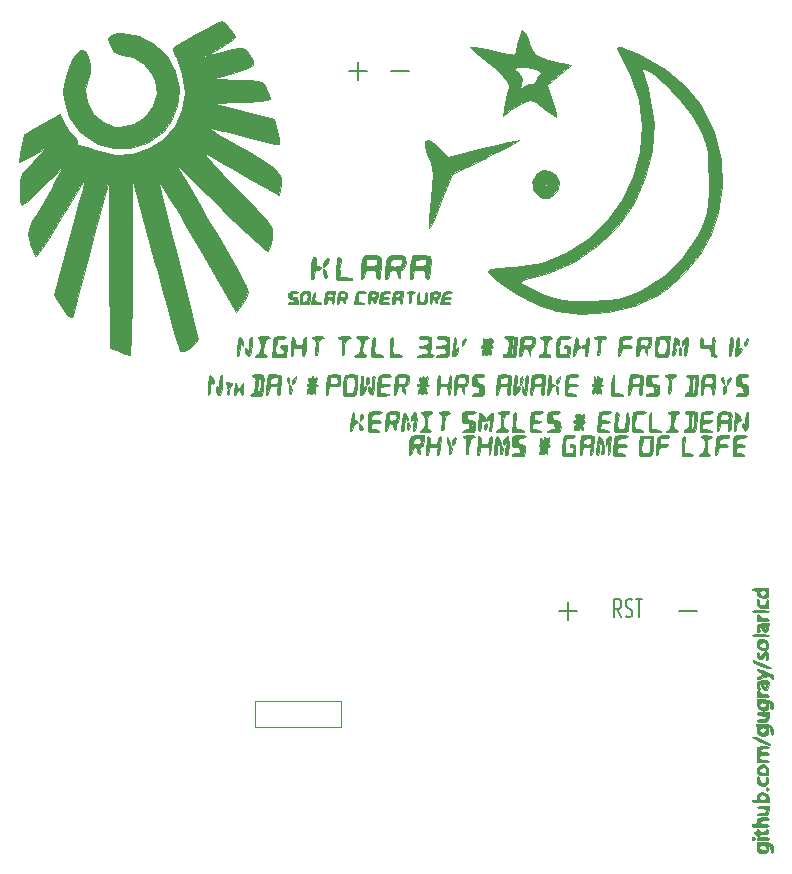
<source format=gbr>
G04 #@! TF.GenerationSoftware,KiCad,Pcbnew,(5.1.9-0-10_14)*
G04 #@! TF.CreationDate,2022-07-17T19:47:57+02:00*
G04 #@! TF.ProjectId,klara-circuitry,6b6c6172-612d-4636-9972-637569747279,rev?*
G04 #@! TF.SameCoordinates,Original*
G04 #@! TF.FileFunction,Legend,Top*
G04 #@! TF.FilePolarity,Positive*
%FSLAX46Y46*%
G04 Gerber Fmt 4.6, Leading zero omitted, Abs format (unit mm)*
G04 Created by KiCad (PCBNEW (5.1.9-0-10_14)) date 2022-07-17 19:47:57*
%MOMM*%
%LPD*%
G01*
G04 APERTURE LIST*
%ADD10C,0.150000*%
%ADD11C,0.010000*%
%ADD12C,0.120000*%
G04 APERTURE END LIST*
D10*
X103124095Y-36972857D02*
X104647904Y-36972857D01*
X99568095Y-36972857D02*
X101091904Y-36972857D01*
X100330000Y-37734761D02*
X100330000Y-36210952D01*
X127508095Y-82692857D02*
X129031904Y-82692857D01*
X122642380Y-83228571D02*
X122309047Y-82514285D01*
X122070952Y-83228571D02*
X122070952Y-81728571D01*
X122451904Y-81728571D01*
X122547142Y-81800000D01*
X122594761Y-81871428D01*
X122642380Y-82014285D01*
X122642380Y-82228571D01*
X122594761Y-82371428D01*
X122547142Y-82442857D01*
X122451904Y-82514285D01*
X122070952Y-82514285D01*
X123023333Y-83157142D02*
X123166190Y-83228571D01*
X123404285Y-83228571D01*
X123499523Y-83157142D01*
X123547142Y-83085714D01*
X123594761Y-82942857D01*
X123594761Y-82800000D01*
X123547142Y-82657142D01*
X123499523Y-82585714D01*
X123404285Y-82514285D01*
X123213809Y-82442857D01*
X123118571Y-82371428D01*
X123070952Y-82300000D01*
X123023333Y-82157142D01*
X123023333Y-82014285D01*
X123070952Y-81871428D01*
X123118571Y-81800000D01*
X123213809Y-81728571D01*
X123451904Y-81728571D01*
X123594761Y-81800000D01*
X123880476Y-81728571D02*
X124451904Y-81728571D01*
X124166190Y-83228571D02*
X124166190Y-81728571D01*
X117348095Y-82692857D02*
X118871904Y-82692857D01*
X118110000Y-83454761D02*
X118110000Y-81930952D01*
D11*
G04 #@! TO.C,G\u002A\u002A\u002A*
G36*
X134994652Y-102289366D02*
G01*
X135208771Y-102333298D01*
X135354618Y-102420876D01*
X135382000Y-102446666D01*
X135525791Y-102694309D01*
X135532276Y-102972984D01*
X135469925Y-103121627D01*
X135399335Y-103203784D01*
X135352859Y-103134482D01*
X135348373Y-103121627D01*
X135303978Y-102939371D01*
X135280318Y-102791965D01*
X135228262Y-102604236D01*
X135158498Y-102569906D01*
X135101569Y-102680059D01*
X135085667Y-102848771D01*
X135077670Y-103044206D01*
X135023062Y-103140221D01*
X134875918Y-103178057D01*
X134704226Y-103191292D01*
X134429505Y-103184081D01*
X134242909Y-103130309D01*
X134217392Y-103110859D01*
X134151576Y-102964798D01*
X134123697Y-102784856D01*
X134293769Y-102784856D01*
X134362960Y-102869697D01*
X134371444Y-102875156D01*
X134549127Y-102939008D01*
X134749691Y-102950188D01*
X134907400Y-102912116D01*
X134958667Y-102844600D01*
X134890602Y-102658949D01*
X134726637Y-102556724D01*
X134527116Y-102556070D01*
X134360644Y-102664786D01*
X134293769Y-102784856D01*
X134123697Y-102784856D01*
X134114796Y-102727408D01*
X134112000Y-102641400D01*
X134112000Y-102277333D01*
X134662333Y-102277333D01*
X134994652Y-102289366D01*
G37*
X134994652Y-102289366D02*
X135208771Y-102333298D01*
X135354618Y-102420876D01*
X135382000Y-102446666D01*
X135525791Y-102694309D01*
X135532276Y-102972984D01*
X135469925Y-103121627D01*
X135399335Y-103203784D01*
X135352859Y-103134482D01*
X135348373Y-103121627D01*
X135303978Y-102939371D01*
X135280318Y-102791965D01*
X135228262Y-102604236D01*
X135158498Y-102569906D01*
X135101569Y-102680059D01*
X135085667Y-102848771D01*
X135077670Y-103044206D01*
X135023062Y-103140221D01*
X134875918Y-103178057D01*
X134704226Y-103191292D01*
X134429505Y-103184081D01*
X134242909Y-103130309D01*
X134217392Y-103110859D01*
X134151576Y-102964798D01*
X134123697Y-102784856D01*
X134293769Y-102784856D01*
X134362960Y-102869697D01*
X134371444Y-102875156D01*
X134549127Y-102939008D01*
X134749691Y-102950188D01*
X134907400Y-102912116D01*
X134958667Y-102844600D01*
X134890602Y-102658949D01*
X134726637Y-102556724D01*
X134527116Y-102556070D01*
X134360644Y-102664786D01*
X134293769Y-102784856D01*
X134123697Y-102784856D01*
X134114796Y-102727408D01*
X134112000Y-102641400D01*
X134112000Y-102277333D01*
X134662333Y-102277333D01*
X134994652Y-102289366D01*
G36*
X133970948Y-101939662D02*
G01*
X134002481Y-102037490D01*
X133915703Y-102103326D01*
X133865055Y-102108000D01*
X133719508Y-102054214D01*
X133688667Y-101974791D01*
X133752145Y-101873065D01*
X133829817Y-101868958D01*
X133970948Y-101939662D01*
G37*
X133970948Y-101939662D02*
X134002481Y-102037490D01*
X133915703Y-102103326D01*
X133865055Y-102108000D01*
X133719508Y-102054214D01*
X133688667Y-101974791D01*
X133752145Y-101873065D01*
X133829817Y-101868958D01*
X133970948Y-101939662D01*
G36*
X134914972Y-101863753D02*
G01*
X135073342Y-101898328D01*
X135126998Y-101965697D01*
X135128000Y-101981000D01*
X135088986Y-102054743D01*
X134950686Y-102094335D01*
X134681208Y-102107749D01*
X134620000Y-102108000D01*
X134325027Y-102098246D01*
X134166658Y-102063671D01*
X134113002Y-101996302D01*
X134112000Y-101981000D01*
X134151013Y-101907256D01*
X134289314Y-101867664D01*
X134558792Y-101854250D01*
X134620000Y-101854000D01*
X134914972Y-101863753D01*
G37*
X134914972Y-101863753D02*
X135073342Y-101898328D01*
X135126998Y-101965697D01*
X135128000Y-101981000D01*
X135088986Y-102054743D01*
X134950686Y-102094335D01*
X134681208Y-102107749D01*
X134620000Y-102108000D01*
X134325027Y-102098246D01*
X134166658Y-102063671D01*
X134113002Y-101996302D01*
X134112000Y-101981000D01*
X134151013Y-101907256D01*
X134289314Y-101867664D01*
X134558792Y-101854250D01*
X134620000Y-101854000D01*
X134914972Y-101863753D01*
G36*
X135107415Y-101239913D02*
G01*
X135112722Y-101367166D01*
X135065864Y-101492491D01*
X134940175Y-101556596D01*
X134725833Y-101583701D01*
X134505966Y-101616349D01*
X134378681Y-101667651D01*
X134366000Y-101689534D01*
X134310953Y-101761874D01*
X134176360Y-101731953D01*
X134008042Y-101611337D01*
X133991353Y-101594967D01*
X133887050Y-101477070D01*
X133904419Y-101434932D01*
X133970186Y-101430666D01*
X134091659Y-101368999D01*
X134112000Y-101303666D01*
X134179773Y-101191418D01*
X134239000Y-101176666D01*
X134349970Y-101244858D01*
X134366000Y-101309031D01*
X134413878Y-101400345D01*
X134579890Y-101419559D01*
X134641167Y-101414864D01*
X134833412Y-101367146D01*
X134895498Y-101284308D01*
X134895166Y-101282500D01*
X134943437Y-101190870D01*
X135006888Y-101176666D01*
X135107415Y-101239913D01*
G37*
X135107415Y-101239913D02*
X135112722Y-101367166D01*
X135065864Y-101492491D01*
X134940175Y-101556596D01*
X134725833Y-101583701D01*
X134505966Y-101616349D01*
X134378681Y-101667651D01*
X134366000Y-101689534D01*
X134310953Y-101761874D01*
X134176360Y-101731953D01*
X134008042Y-101611337D01*
X133991353Y-101594967D01*
X133887050Y-101477070D01*
X133904419Y-101434932D01*
X133970186Y-101430666D01*
X134091659Y-101368999D01*
X134112000Y-101303666D01*
X134179773Y-101191418D01*
X134239000Y-101176666D01*
X134349970Y-101244858D01*
X134366000Y-101309031D01*
X134413878Y-101400345D01*
X134579890Y-101419559D01*
X134641167Y-101414864D01*
X134833412Y-101367146D01*
X134895498Y-101284308D01*
X134895166Y-101282500D01*
X134943437Y-101190870D01*
X135006888Y-101176666D01*
X135107415Y-101239913D01*
G36*
X134985154Y-100176415D02*
G01*
X135109179Y-100229149D01*
X135128000Y-100283027D01*
X135063345Y-100369375D01*
X134857244Y-100419465D01*
X134725833Y-100431194D01*
X134460368Y-100466359D01*
X134338418Y-100533686D01*
X134323667Y-100584000D01*
X134381083Y-100671515D01*
X134569503Y-100722116D01*
X134725833Y-100736805D01*
X134995999Y-100773812D01*
X135117163Y-100844294D01*
X135128000Y-100884972D01*
X135093577Y-100946621D01*
X134971441Y-100984342D01*
X134733286Y-101002949D01*
X134408333Y-101007333D01*
X134048538Y-101001911D01*
X133828331Y-100982174D01*
X133718210Y-100942916D01*
X133688667Y-100880333D01*
X133762267Y-100778190D01*
X133900333Y-100753333D01*
X134062856Y-100716986D01*
X134111642Y-100580328D01*
X134112000Y-100558600D01*
X134159791Y-100341588D01*
X134317462Y-100214492D01*
X134606461Y-100163310D01*
X134721600Y-100160666D01*
X134985154Y-100176415D01*
G37*
X134985154Y-100176415D02*
X135109179Y-100229149D01*
X135128000Y-100283027D01*
X135063345Y-100369375D01*
X134857244Y-100419465D01*
X134725833Y-100431194D01*
X134460368Y-100466359D01*
X134338418Y-100533686D01*
X134323667Y-100584000D01*
X134381083Y-100671515D01*
X134569503Y-100722116D01*
X134725833Y-100736805D01*
X134995999Y-100773812D01*
X135117163Y-100844294D01*
X135128000Y-100884972D01*
X135093577Y-100946621D01*
X134971441Y-100984342D01*
X134733286Y-101002949D01*
X134408333Y-101007333D01*
X134048538Y-101001911D01*
X133828331Y-100982174D01*
X133718210Y-100942916D01*
X133688667Y-100880333D01*
X133762267Y-100778190D01*
X133900333Y-100753333D01*
X134062856Y-100716986D01*
X134111642Y-100580328D01*
X134112000Y-100558600D01*
X134159791Y-100341588D01*
X134317462Y-100214492D01*
X134606461Y-100163310D01*
X134721600Y-100160666D01*
X134985154Y-100176415D01*
G36*
X135128000Y-99558941D02*
G01*
X135093355Y-99824251D01*
X134994075Y-99939941D01*
X134812707Y-99978103D01*
X134576054Y-99990881D01*
X134342038Y-99980461D01*
X134168579Y-99949028D01*
X134112000Y-99906666D01*
X134186804Y-99851924D01*
X134372283Y-99822324D01*
X134429500Y-99820703D01*
X134742901Y-99787014D01*
X134914683Y-99692863D01*
X134934848Y-99543958D01*
X134931328Y-99534211D01*
X134830509Y-99440295D01*
X134604240Y-99401112D01*
X134495657Y-99398666D01*
X134267518Y-99381959D01*
X134130117Y-99339658D01*
X134112000Y-99314000D01*
X134189119Y-99268901D01*
X134390582Y-99238326D01*
X134620000Y-99229333D01*
X135128000Y-99229333D01*
X135128000Y-99558941D01*
G37*
X135128000Y-99558941D02*
X135093355Y-99824251D01*
X134994075Y-99939941D01*
X134812707Y-99978103D01*
X134576054Y-99990881D01*
X134342038Y-99980461D01*
X134168579Y-99949028D01*
X134112000Y-99906666D01*
X134186804Y-99851924D01*
X134372283Y-99822324D01*
X134429500Y-99820703D01*
X134742901Y-99787014D01*
X134914683Y-99692863D01*
X134934848Y-99543958D01*
X134931328Y-99534211D01*
X134830509Y-99440295D01*
X134604240Y-99401112D01*
X134495657Y-99398666D01*
X134267518Y-99381959D01*
X134130117Y-99339658D01*
X134112000Y-99314000D01*
X134189119Y-99268901D01*
X134390582Y-99238326D01*
X134620000Y-99229333D01*
X135128000Y-99229333D01*
X135128000Y-99558941D01*
G36*
X134868152Y-98114351D02*
G01*
X135058874Y-98312102D01*
X135127986Y-98617295D01*
X135128000Y-98622166D01*
X135128000Y-98890666D01*
X134408333Y-98890666D01*
X134057858Y-98881302D01*
X133809668Y-98855549D01*
X133693565Y-98816912D01*
X133688667Y-98806000D01*
X133761961Y-98745468D01*
X133930926Y-98721333D01*
X134100402Y-98702172D01*
X134146123Y-98613820D01*
X134132629Y-98509180D01*
X134137188Y-98445746D01*
X134325452Y-98445746D01*
X134331264Y-98583601D01*
X134449588Y-98691552D01*
X134639156Y-98720768D01*
X134821884Y-98672353D01*
X134911883Y-98575400D01*
X134894727Y-98418728D01*
X134767489Y-98278885D01*
X134584402Y-98213618D01*
X134571851Y-98213333D01*
X134417010Y-98284613D01*
X134325452Y-98445746D01*
X134137188Y-98445746D01*
X134150627Y-98258805D01*
X134305923Y-98098652D01*
X134574911Y-98044000D01*
X134868152Y-98114351D01*
G37*
X134868152Y-98114351D02*
X135058874Y-98312102D01*
X135127986Y-98617295D01*
X135128000Y-98622166D01*
X135128000Y-98890666D01*
X134408333Y-98890666D01*
X134057858Y-98881302D01*
X133809668Y-98855549D01*
X133693565Y-98816912D01*
X133688667Y-98806000D01*
X133761961Y-98745468D01*
X133930926Y-98721333D01*
X134100402Y-98702172D01*
X134146123Y-98613820D01*
X134132629Y-98509180D01*
X134137188Y-98445746D01*
X134325452Y-98445746D01*
X134331264Y-98583601D01*
X134449588Y-98691552D01*
X134639156Y-98720768D01*
X134821884Y-98672353D01*
X134911883Y-98575400D01*
X134894727Y-98418728D01*
X134767489Y-98278885D01*
X134584402Y-98213618D01*
X134571851Y-98213333D01*
X134417010Y-98284613D01*
X134325452Y-98445746D01*
X134137188Y-98445746D01*
X134150627Y-98258805D01*
X134305923Y-98098652D01*
X134574911Y-98044000D01*
X134868152Y-98114351D01*
G36*
X135113307Y-97685878D02*
G01*
X135128000Y-97742669D01*
X135081129Y-97881252D01*
X134981100Y-97928357D01*
X134928142Y-97900587D01*
X134873111Y-97765983D01*
X134923713Y-97648334D01*
X135001000Y-97620666D01*
X135113307Y-97685878D01*
G37*
X135113307Y-97685878D02*
X135128000Y-97742669D01*
X135081129Y-97881252D01*
X134981100Y-97928357D01*
X134928142Y-97900587D01*
X134873111Y-97765983D01*
X134923713Y-97648334D01*
X135001000Y-97620666D01*
X135113307Y-97685878D01*
G36*
X134343164Y-96738384D02*
G01*
X134349381Y-96902156D01*
X134382710Y-97125149D01*
X134512190Y-97256894D01*
X134695637Y-97264420D01*
X134768167Y-97229487D01*
X134890674Y-97073105D01*
X134916333Y-96956393D01*
X134946317Y-96789750D01*
X135013056Y-96764585D01*
X135081730Y-96868911D01*
X135113497Y-97024262D01*
X135073580Y-97293114D01*
X134922679Y-97471347D01*
X134702137Y-97542308D01*
X134453296Y-97489343D01*
X134276204Y-97361537D01*
X134162316Y-97172818D01*
X134129204Y-96957114D01*
X134177996Y-96778397D01*
X134264715Y-96708457D01*
X134343164Y-96738384D01*
G37*
X134343164Y-96738384D02*
X134349381Y-96902156D01*
X134382710Y-97125149D01*
X134512190Y-97256894D01*
X134695637Y-97264420D01*
X134768167Y-97229487D01*
X134890674Y-97073105D01*
X134916333Y-96956393D01*
X134946317Y-96789750D01*
X135013056Y-96764585D01*
X135081730Y-96868911D01*
X135113497Y-97024262D01*
X135073580Y-97293114D01*
X134922679Y-97471347D01*
X134702137Y-97542308D01*
X134453296Y-97489343D01*
X134276204Y-97361537D01*
X134162316Y-97172818D01*
X134129204Y-96957114D01*
X134177996Y-96778397D01*
X134264715Y-96708457D01*
X134343164Y-96738384D01*
G36*
X134868133Y-95769394D02*
G01*
X135017184Y-95889576D01*
X135078036Y-96066542D01*
X135085667Y-96226913D01*
X135085667Y-96562333D01*
X134683793Y-96588127D01*
X134432449Y-96593650D01*
X134292719Y-96554563D01*
X134208571Y-96450117D01*
X134186214Y-96403870D01*
X134147759Y-96224589D01*
X134303549Y-96224589D01*
X134382933Y-96333733D01*
X134581137Y-96429127D01*
X134790597Y-96381439D01*
X134873105Y-96309411D01*
X134939298Y-96133558D01*
X134874244Y-95985619D01*
X134714248Y-95927333D01*
X134447450Y-95967315D01*
X134304881Y-96073355D01*
X134303549Y-96224589D01*
X134147759Y-96224589D01*
X134123922Y-96113464D01*
X134196286Y-95877384D01*
X134371548Y-95725178D01*
X134617951Y-95686394D01*
X134868133Y-95769394D01*
G37*
X134868133Y-95769394D02*
X135017184Y-95889576D01*
X135078036Y-96066542D01*
X135085667Y-96226913D01*
X135085667Y-96562333D01*
X134683793Y-96588127D01*
X134432449Y-96593650D01*
X134292719Y-96554563D01*
X134208571Y-96450117D01*
X134186214Y-96403870D01*
X134147759Y-96224589D01*
X134303549Y-96224589D01*
X134382933Y-96333733D01*
X134581137Y-96429127D01*
X134790597Y-96381439D01*
X134873105Y-96309411D01*
X134939298Y-96133558D01*
X134874244Y-95985619D01*
X134714248Y-95927333D01*
X134447450Y-95967315D01*
X134304881Y-96073355D01*
X134303549Y-96224589D01*
X134147759Y-96224589D01*
X134123922Y-96113464D01*
X134196286Y-95877384D01*
X134371548Y-95725178D01*
X134617951Y-95686394D01*
X134868133Y-95769394D01*
G36*
X135089656Y-94192354D02*
G01*
X135128000Y-94225135D01*
X135052013Y-94279148D01*
X134858716Y-94321913D01*
X134725833Y-94335194D01*
X134460368Y-94370359D01*
X134338418Y-94437686D01*
X134323667Y-94488000D01*
X134381083Y-94575515D01*
X134569503Y-94626116D01*
X134725833Y-94640805D01*
X134995999Y-94677812D01*
X135117163Y-94748294D01*
X135128000Y-94788972D01*
X135071820Y-94871217D01*
X134886462Y-94907676D01*
X134751997Y-94911333D01*
X134512099Y-94929658D01*
X134350218Y-94975800D01*
X134321374Y-94999708D01*
X134313807Y-95137195D01*
X134439414Y-95253894D01*
X134662094Y-95324525D01*
X134799700Y-95334666D01*
X135007912Y-95353997D01*
X135121133Y-95402118D01*
X135128000Y-95419333D01*
X135051178Y-95464802D01*
X134851822Y-95495497D01*
X134637711Y-95504000D01*
X134147423Y-95504000D01*
X134154333Y-94191666D01*
X134641167Y-94166274D01*
X134917473Y-94165321D01*
X135089656Y-94192354D01*
G37*
X135089656Y-94192354D02*
X135128000Y-94225135D01*
X135052013Y-94279148D01*
X134858716Y-94321913D01*
X134725833Y-94335194D01*
X134460368Y-94370359D01*
X134338418Y-94437686D01*
X134323667Y-94488000D01*
X134381083Y-94575515D01*
X134569503Y-94626116D01*
X134725833Y-94640805D01*
X134995999Y-94677812D01*
X135117163Y-94748294D01*
X135128000Y-94788972D01*
X135071820Y-94871217D01*
X134886462Y-94907676D01*
X134751997Y-94911333D01*
X134512099Y-94929658D01*
X134350218Y-94975800D01*
X134321374Y-94999708D01*
X134313807Y-95137195D01*
X134439414Y-95253894D01*
X134662094Y-95324525D01*
X134799700Y-95334666D01*
X135007912Y-95353997D01*
X135121133Y-95402118D01*
X135128000Y-95419333D01*
X135051178Y-95464802D01*
X134851822Y-95495497D01*
X134637711Y-95504000D01*
X134147423Y-95504000D01*
X134154333Y-94191666D01*
X134641167Y-94166274D01*
X134917473Y-94165321D01*
X135089656Y-94192354D01*
G36*
X133889963Y-93345809D02*
G01*
X134097451Y-93407864D01*
X134371109Y-93509303D01*
X134668143Y-93632257D01*
X134945756Y-93758860D01*
X135161155Y-93871246D01*
X135271545Y-93951546D01*
X135276958Y-93961206D01*
X135288183Y-94024716D01*
X135250523Y-94046768D01*
X135139027Y-94020804D01*
X134928745Y-93940262D01*
X134594726Y-93798582D01*
X134495913Y-93755852D01*
X134142646Y-93601255D01*
X133920317Y-93497624D01*
X133803815Y-93430172D01*
X133768033Y-93384113D01*
X133787861Y-93344660D01*
X133791441Y-93341002D01*
X133889963Y-93345809D01*
G37*
X133889963Y-93345809D02*
X134097451Y-93407864D01*
X134371109Y-93509303D01*
X134668143Y-93632257D01*
X134945756Y-93758860D01*
X135161155Y-93871246D01*
X135271545Y-93951546D01*
X135276958Y-93961206D01*
X135288183Y-94024716D01*
X135250523Y-94046768D01*
X135139027Y-94020804D01*
X134928745Y-93940262D01*
X134594726Y-93798582D01*
X134495913Y-93755852D01*
X134142646Y-93601255D01*
X133920317Y-93497624D01*
X133803815Y-93430172D01*
X133768033Y-93384113D01*
X133787861Y-93344660D01*
X133791441Y-93341002D01*
X133889963Y-93345809D01*
G36*
X134959590Y-92296732D02*
G01*
X135161838Y-92336710D01*
X135303917Y-92421277D01*
X135367241Y-92482623D01*
X135526609Y-92746612D01*
X135524754Y-93014650D01*
X135469925Y-93130960D01*
X135399335Y-93213118D01*
X135352859Y-93143816D01*
X135348373Y-93130960D01*
X135303978Y-92948705D01*
X135280318Y-92801298D01*
X135223678Y-92630857D01*
X135153584Y-92562881D01*
X135090758Y-92594373D01*
X135091159Y-92763168D01*
X135100838Y-92829423D01*
X135118415Y-93037188D01*
X135060504Y-93147298D01*
X134921576Y-93216006D01*
X134719552Y-93284690D01*
X134581710Y-93286644D01*
X134415045Y-93218110D01*
X134366000Y-93193566D01*
X134228817Y-93092555D01*
X134157938Y-92931966D01*
X134140727Y-92788493D01*
X134305740Y-92788493D01*
X134384136Y-92895837D01*
X134416937Y-92921620D01*
X134574720Y-93025405D01*
X134690731Y-93022938D01*
X134833455Y-92930828D01*
X134941384Y-92822075D01*
X134910310Y-92713488D01*
X134881604Y-92676828D01*
X134689551Y-92554277D01*
X134479130Y-92578280D01*
X134363804Y-92670312D01*
X134305740Y-92788493D01*
X134140727Y-92788493D01*
X134128528Y-92686814D01*
X134102722Y-92286666D01*
X134642936Y-92286666D01*
X134959590Y-92296732D01*
G37*
X134959590Y-92296732D02*
X135161838Y-92336710D01*
X135303917Y-92421277D01*
X135367241Y-92482623D01*
X135526609Y-92746612D01*
X135524754Y-93014650D01*
X135469925Y-93130960D01*
X135399335Y-93213118D01*
X135352859Y-93143816D01*
X135348373Y-93130960D01*
X135303978Y-92948705D01*
X135280318Y-92801298D01*
X135223678Y-92630857D01*
X135153584Y-92562881D01*
X135090758Y-92594373D01*
X135091159Y-92763168D01*
X135100838Y-92829423D01*
X135118415Y-93037188D01*
X135060504Y-93147298D01*
X134921576Y-93216006D01*
X134719552Y-93284690D01*
X134581710Y-93286644D01*
X134415045Y-93218110D01*
X134366000Y-93193566D01*
X134228817Y-93092555D01*
X134157938Y-92931966D01*
X134140727Y-92788493D01*
X134305740Y-92788493D01*
X134384136Y-92895837D01*
X134416937Y-92921620D01*
X134574720Y-93025405D01*
X134690731Y-93022938D01*
X134833455Y-92930828D01*
X134941384Y-92822075D01*
X134910310Y-92713488D01*
X134881604Y-92676828D01*
X134689551Y-92554277D01*
X134479130Y-92578280D01*
X134363804Y-92670312D01*
X134305740Y-92788493D01*
X134140727Y-92788493D01*
X134128528Y-92686814D01*
X134102722Y-92286666D01*
X134642936Y-92286666D01*
X134959590Y-92296732D01*
G36*
X135128000Y-91642608D02*
G01*
X135110844Y-91884561D01*
X135036481Y-92027310D01*
X134870569Y-92096252D01*
X134578763Y-92116786D01*
X134486075Y-92117333D01*
X134234040Y-92098867D01*
X134122799Y-92038005D01*
X134112000Y-91994972D01*
X134176655Y-91908624D01*
X134382756Y-91858534D01*
X134514167Y-91846805D01*
X134779632Y-91811640D01*
X134901582Y-91744313D01*
X134916333Y-91694000D01*
X134858917Y-91606484D01*
X134670496Y-91555883D01*
X134514167Y-91541194D01*
X134244001Y-91504187D01*
X134122836Y-91433705D01*
X134112000Y-91393027D01*
X134155498Y-91321245D01*
X134305771Y-91282857D01*
X134592488Y-91270718D01*
X134620000Y-91270666D01*
X135128000Y-91270666D01*
X135128000Y-91642608D01*
G37*
X135128000Y-91642608D02*
X135110844Y-91884561D01*
X135036481Y-92027310D01*
X134870569Y-92096252D01*
X134578763Y-92116786D01*
X134486075Y-92117333D01*
X134234040Y-92098867D01*
X134122799Y-92038005D01*
X134112000Y-91994972D01*
X134176655Y-91908624D01*
X134382756Y-91858534D01*
X134514167Y-91846805D01*
X134779632Y-91811640D01*
X134901582Y-91744313D01*
X134916333Y-91694000D01*
X134858917Y-91606484D01*
X134670496Y-91555883D01*
X134514167Y-91541194D01*
X134244001Y-91504187D01*
X134122836Y-91433705D01*
X134112000Y-91393027D01*
X134155498Y-91321245D01*
X134305771Y-91282857D01*
X134592488Y-91270718D01*
X134620000Y-91270666D01*
X135128000Y-91270666D01*
X135128000Y-91642608D01*
G36*
X135069634Y-90209454D02*
G01*
X135372269Y-90326035D01*
X135527592Y-90517067D01*
X135532315Y-90779879D01*
X135499941Y-90882741D01*
X135417253Y-91006625D01*
X135340038Y-90973226D01*
X135286993Y-90794078D01*
X135281531Y-90748020D01*
X135232761Y-90527946D01*
X135164338Y-90458754D01*
X135105738Y-90542475D01*
X135085667Y-90734524D01*
X135065568Y-90951724D01*
X134982878Y-91060418D01*
X134874000Y-91102049D01*
X134662765Y-91131397D01*
X134535333Y-91119081D01*
X134270386Y-90958978D01*
X134137182Y-90698325D01*
X134291236Y-90698325D01*
X134387167Y-90793104D01*
X134596471Y-90829973D01*
X134800502Y-90792814D01*
X134928905Y-90698000D01*
X134941591Y-90664067D01*
X134895738Y-90532997D01*
X134737875Y-90453896D01*
X134522652Y-90448775D01*
X134450667Y-90466333D01*
X134311667Y-90565924D01*
X134291236Y-90698325D01*
X134137182Y-90698325D01*
X134132180Y-90688539D01*
X134112000Y-90495544D01*
X134112000Y-90170000D01*
X134622979Y-90170000D01*
X135069634Y-90209454D01*
G37*
X135069634Y-90209454D02*
X135372269Y-90326035D01*
X135527592Y-90517067D01*
X135532315Y-90779879D01*
X135499941Y-90882741D01*
X135417253Y-91006625D01*
X135340038Y-90973226D01*
X135286993Y-90794078D01*
X135281531Y-90748020D01*
X135232761Y-90527946D01*
X135164338Y-90458754D01*
X135105738Y-90542475D01*
X135085667Y-90734524D01*
X135065568Y-90951724D01*
X134982878Y-91060418D01*
X134874000Y-91102049D01*
X134662765Y-91131397D01*
X134535333Y-91119081D01*
X134270386Y-90958978D01*
X134137182Y-90698325D01*
X134291236Y-90698325D01*
X134387167Y-90793104D01*
X134596471Y-90829973D01*
X134800502Y-90792814D01*
X134928905Y-90698000D01*
X134941591Y-90664067D01*
X134895738Y-90532997D01*
X134737875Y-90453896D01*
X134522652Y-90448775D01*
X134450667Y-90466333D01*
X134311667Y-90565924D01*
X134291236Y-90698325D01*
X134137182Y-90698325D01*
X134132180Y-90688539D01*
X134112000Y-90495544D01*
X134112000Y-90170000D01*
X134622979Y-90170000D01*
X135069634Y-90209454D01*
G36*
X134326619Y-89510559D02*
G01*
X134366000Y-89577333D01*
X134487846Y-89698855D01*
X134708646Y-89744719D01*
X134792312Y-89746666D01*
X135026674Y-89768013D01*
X135122396Y-89838623D01*
X135128000Y-89873666D01*
X135088474Y-89947949D01*
X134948617Y-89987524D01*
X134676504Y-90000508D01*
X134628467Y-90000666D01*
X134128933Y-90000666D01*
X134128933Y-89704333D01*
X134154261Y-89482422D01*
X134223518Y-89416030D01*
X134326619Y-89510559D01*
G37*
X134326619Y-89510559D02*
X134366000Y-89577333D01*
X134487846Y-89698855D01*
X134708646Y-89744719D01*
X134792312Y-89746666D01*
X135026674Y-89768013D01*
X135122396Y-89838623D01*
X135128000Y-89873666D01*
X135088474Y-89947949D01*
X134948617Y-89987524D01*
X134676504Y-90000508D01*
X134628467Y-90000666D01*
X134128933Y-90000666D01*
X134128933Y-89704333D01*
X134154261Y-89482422D01*
X134223518Y-89416030D01*
X134326619Y-89510559D01*
G36*
X135002876Y-88569248D02*
G01*
X135101138Y-88623821D01*
X135127036Y-88771292D01*
X135128000Y-88889633D01*
X135081165Y-89180687D01*
X134962933Y-89351211D01*
X134806710Y-89391610D01*
X134645905Y-89292287D01*
X134520799Y-89064035D01*
X134455607Y-88936110D01*
X134668683Y-88936110D01*
X134680519Y-88986135D01*
X134760583Y-89133116D01*
X134865163Y-89130371D01*
X134913708Y-89073581D01*
X134890135Y-88976873D01*
X134800015Y-88905716D01*
X134681751Y-88860925D01*
X134668683Y-88936110D01*
X134455607Y-88936110D01*
X134433539Y-88892808D01*
X134350422Y-88881826D01*
X134347638Y-88884495D01*
X134315809Y-89029098D01*
X134358385Y-89139771D01*
X134400216Y-89299378D01*
X134343323Y-89369994D01*
X134221750Y-89314109D01*
X134210220Y-89303020D01*
X134136497Y-89149469D01*
X134112000Y-88970712D01*
X134172169Y-88750561D01*
X134360368Y-88617066D01*
X134688130Y-88563198D01*
X134783767Y-88561333D01*
X135002876Y-88569248D01*
G37*
X135002876Y-88569248D02*
X135101138Y-88623821D01*
X135127036Y-88771292D01*
X135128000Y-88889633D01*
X135081165Y-89180687D01*
X134962933Y-89351211D01*
X134806710Y-89391610D01*
X134645905Y-89292287D01*
X134520799Y-89064035D01*
X134455607Y-88936110D01*
X134668683Y-88936110D01*
X134680519Y-88986135D01*
X134760583Y-89133116D01*
X134865163Y-89130371D01*
X134913708Y-89073581D01*
X134890135Y-88976873D01*
X134800015Y-88905716D01*
X134681751Y-88860925D01*
X134668683Y-88936110D01*
X134455607Y-88936110D01*
X134433539Y-88892808D01*
X134350422Y-88881826D01*
X134347638Y-88884495D01*
X134315809Y-89029098D01*
X134358385Y-89139771D01*
X134400216Y-89299378D01*
X134343323Y-89369994D01*
X134221750Y-89314109D01*
X134210220Y-89303020D01*
X134136497Y-89149469D01*
X134112000Y-88970712D01*
X134172169Y-88750561D01*
X134360368Y-88617066D01*
X134688130Y-88563198D01*
X134783767Y-88561333D01*
X135002876Y-88569248D01*
G36*
X134273958Y-87657000D02*
G01*
X134507037Y-87726148D01*
X134792419Y-87819663D01*
X135077873Y-87919766D01*
X135311169Y-88008676D01*
X135440075Y-88068614D01*
X135445500Y-88072561D01*
X135534834Y-88212146D01*
X135540968Y-88367855D01*
X135467658Y-88468005D01*
X135424333Y-88476666D01*
X135312003Y-88412513D01*
X135297333Y-88356722D01*
X135246246Y-88231512D01*
X135084604Y-88202907D01*
X134799838Y-88270151D01*
X134662333Y-88318582D01*
X134371825Y-88422750D01*
X134205120Y-88467216D01*
X134129442Y-88456744D01*
X134112000Y-88398566D01*
X134184136Y-88323828D01*
X134362247Y-88238826D01*
X134408333Y-88222666D01*
X134601321Y-88144149D01*
X134700951Y-88074646D01*
X134704667Y-88063775D01*
X134633333Y-87998334D01*
X134456947Y-87913934D01*
X134408333Y-87895528D01*
X134215724Y-87806750D01*
X134115881Y-87723365D01*
X134112000Y-87709186D01*
X134139382Y-87631302D01*
X134145415Y-87630000D01*
X134273958Y-87657000D01*
G37*
X134273958Y-87657000D02*
X134507037Y-87726148D01*
X134792419Y-87819663D01*
X135077873Y-87919766D01*
X135311169Y-88008676D01*
X135440075Y-88068614D01*
X135445500Y-88072561D01*
X135534834Y-88212146D01*
X135540968Y-88367855D01*
X135467658Y-88468005D01*
X135424333Y-88476666D01*
X135312003Y-88412513D01*
X135297333Y-88356722D01*
X135246246Y-88231512D01*
X135084604Y-88202907D01*
X134799838Y-88270151D01*
X134662333Y-88318582D01*
X134371825Y-88422750D01*
X134205120Y-88467216D01*
X134129442Y-88456744D01*
X134112000Y-88398566D01*
X134184136Y-88323828D01*
X134362247Y-88238826D01*
X134408333Y-88222666D01*
X134601321Y-88144149D01*
X134700951Y-88074646D01*
X134704667Y-88063775D01*
X134633333Y-87998334D01*
X134456947Y-87913934D01*
X134408333Y-87895528D01*
X134215724Y-87806750D01*
X134115881Y-87723365D01*
X134112000Y-87709186D01*
X134139382Y-87631302D01*
X134145415Y-87630000D01*
X134273958Y-87657000D01*
G36*
X133969449Y-86900671D02*
G01*
X134197949Y-86985165D01*
X134484049Y-87101200D01*
X134779939Y-87228494D01*
X135037813Y-87346766D01*
X135209861Y-87435736D01*
X135248833Y-87462966D01*
X135305875Y-87544684D01*
X135247985Y-87567467D01*
X135063414Y-87529536D01*
X134740413Y-87429114D01*
X134514167Y-87351718D01*
X134168485Y-87219550D01*
X133915612Y-87099463D01*
X133784882Y-87006149D01*
X133773333Y-86980694D01*
X133817186Y-86877436D01*
X133846355Y-86868000D01*
X133969449Y-86900671D01*
G37*
X133969449Y-86900671D02*
X134197949Y-86985165D01*
X134484049Y-87101200D01*
X134779939Y-87228494D01*
X135037813Y-87346766D01*
X135209861Y-87435736D01*
X135248833Y-87462966D01*
X135305875Y-87544684D01*
X135247985Y-87567467D01*
X135063414Y-87529536D01*
X134740413Y-87429114D01*
X134514167Y-87351718D01*
X134168485Y-87219550D01*
X133915612Y-87099463D01*
X133784882Y-87006149D01*
X133773333Y-86980694D01*
X133817186Y-86877436D01*
X133846355Y-86868000D01*
X133969449Y-86900671D01*
G36*
X135039084Y-86227880D02*
G01*
X135107120Y-86400789D01*
X135104953Y-86613543D01*
X135041234Y-86790425D01*
X134967851Y-86851353D01*
X134888217Y-86836721D01*
X134887600Y-86695414D01*
X134892996Y-86665362D01*
X134899595Y-86466724D01*
X134842223Y-86396719D01*
X134752899Y-86471170D01*
X134704467Y-86572191D01*
X134603315Y-86735464D01*
X134436773Y-86772153D01*
X134387125Y-86767786D01*
X134224619Y-86724214D01*
X134162144Y-86607731D01*
X134154333Y-86465833D01*
X134182459Y-86281792D01*
X134244663Y-86192918D01*
X134307684Y-86222287D01*
X134335833Y-86339924D01*
X134351642Y-86515960D01*
X134357316Y-86571666D01*
X134400551Y-86563475D01*
X134497136Y-86439821D01*
X134534405Y-86381166D01*
X134712153Y-86164938D01*
X134881208Y-86116582D01*
X135039084Y-86227880D01*
G37*
X135039084Y-86227880D02*
X135107120Y-86400789D01*
X135104953Y-86613543D01*
X135041234Y-86790425D01*
X134967851Y-86851353D01*
X134888217Y-86836721D01*
X134887600Y-86695414D01*
X134892996Y-86665362D01*
X134899595Y-86466724D01*
X134842223Y-86396719D01*
X134752899Y-86471170D01*
X134704467Y-86572191D01*
X134603315Y-86735464D01*
X134436773Y-86772153D01*
X134387125Y-86767786D01*
X134224619Y-86724214D01*
X134162144Y-86607731D01*
X134154333Y-86465833D01*
X134182459Y-86281792D01*
X134244663Y-86192918D01*
X134307684Y-86222287D01*
X134335833Y-86339924D01*
X134351642Y-86515960D01*
X134357316Y-86571666D01*
X134400551Y-86563475D01*
X134497136Y-86439821D01*
X134534405Y-86381166D01*
X134712153Y-86164938D01*
X134881208Y-86116582D01*
X135039084Y-86227880D01*
G36*
X134891899Y-85172276D02*
G01*
X134987878Y-85244833D01*
X135101989Y-85464205D01*
X135118493Y-85713144D01*
X135032899Y-85912980D01*
X135026400Y-85919733D01*
X134837650Y-86006550D01*
X134584684Y-86011144D01*
X134348100Y-85939056D01*
X134252122Y-85866499D01*
X134138011Y-85647128D01*
X134137622Y-85641256D01*
X134303549Y-85641256D01*
X134382933Y-85750400D01*
X134581137Y-85845794D01*
X134790597Y-85798106D01*
X134873105Y-85726078D01*
X134939298Y-85550225D01*
X134874244Y-85402286D01*
X134714248Y-85344000D01*
X134447450Y-85383982D01*
X134304881Y-85490021D01*
X134303549Y-85641256D01*
X134137622Y-85641256D01*
X134121507Y-85398188D01*
X134207100Y-85198352D01*
X134213600Y-85191600D01*
X134402350Y-85104782D01*
X134655316Y-85100188D01*
X134891899Y-85172276D01*
G37*
X134891899Y-85172276D02*
X134987878Y-85244833D01*
X135101989Y-85464205D01*
X135118493Y-85713144D01*
X135032899Y-85912980D01*
X135026400Y-85919733D01*
X134837650Y-86006550D01*
X134584684Y-86011144D01*
X134348100Y-85939056D01*
X134252122Y-85866499D01*
X134138011Y-85647128D01*
X134137622Y-85641256D01*
X134303549Y-85641256D01*
X134382933Y-85750400D01*
X134581137Y-85845794D01*
X134790597Y-85798106D01*
X134873105Y-85726078D01*
X134939298Y-85550225D01*
X134874244Y-85402286D01*
X134714248Y-85344000D01*
X134447450Y-85383982D01*
X134304881Y-85490021D01*
X134303549Y-85641256D01*
X134137622Y-85641256D01*
X134121507Y-85398188D01*
X134207100Y-85198352D01*
X134213600Y-85191600D01*
X134402350Y-85104782D01*
X134655316Y-85100188D01*
X134891899Y-85172276D01*
G36*
X134758808Y-84676030D02*
G01*
X135006999Y-84701784D01*
X135123101Y-84740421D01*
X135128000Y-84751333D01*
X135048408Y-84792565D01*
X134829502Y-84821764D01*
X134501087Y-84835423D01*
X134408333Y-84836000D01*
X134057858Y-84826636D01*
X133809668Y-84800882D01*
X133693565Y-84762245D01*
X133688667Y-84751333D01*
X133768258Y-84710101D01*
X133987164Y-84680902D01*
X134315579Y-84667243D01*
X134408333Y-84666666D01*
X134758808Y-84676030D01*
G37*
X134758808Y-84676030D02*
X135006999Y-84701784D01*
X135123101Y-84740421D01*
X135128000Y-84751333D01*
X135048408Y-84792565D01*
X134829502Y-84821764D01*
X134501087Y-84835423D01*
X134408333Y-84836000D01*
X134057858Y-84826636D01*
X133809668Y-84800882D01*
X133693565Y-84762245D01*
X133688667Y-84751333D01*
X133768258Y-84710101D01*
X133987164Y-84680902D01*
X134315579Y-84667243D01*
X134408333Y-84666666D01*
X134758808Y-84676030D01*
G36*
X135111701Y-84095166D02*
G01*
X135085451Y-84321388D01*
X135026486Y-84425335D01*
X134898711Y-84454030D01*
X134835484Y-84455000D01*
X134638587Y-84419431D01*
X134547075Y-84289338D01*
X134539150Y-84259503D01*
X134473122Y-84114237D01*
X134464382Y-84109277D01*
X134704667Y-84109277D01*
X134772836Y-84225909D01*
X134838722Y-84243333D01*
X134937468Y-84194104D01*
X134939264Y-84142791D01*
X134854991Y-84030983D01*
X134753538Y-84016767D01*
X134704667Y-84109277D01*
X134464382Y-84109277D01*
X134408333Y-84077469D01*
X134342249Y-84146947D01*
X134344833Y-84167133D01*
X134385312Y-84357392D01*
X134359115Y-84444740D01*
X134318375Y-84467347D01*
X134188650Y-84456751D01*
X134170208Y-84442652D01*
X134117550Y-84295773D01*
X134121928Y-84081503D01*
X134176924Y-83889446D01*
X134213600Y-83836933D01*
X134353801Y-83776859D01*
X134593422Y-83740399D01*
X134726468Y-83735333D01*
X135137736Y-83735333D01*
X135111701Y-84095166D01*
G37*
X135111701Y-84095166D02*
X135085451Y-84321388D01*
X135026486Y-84425335D01*
X134898711Y-84454030D01*
X134835484Y-84455000D01*
X134638587Y-84419431D01*
X134547075Y-84289338D01*
X134539150Y-84259503D01*
X134473122Y-84114237D01*
X134464382Y-84109277D01*
X134704667Y-84109277D01*
X134772836Y-84225909D01*
X134838722Y-84243333D01*
X134937468Y-84194104D01*
X134939264Y-84142791D01*
X134854991Y-84030983D01*
X134753538Y-84016767D01*
X134704667Y-84109277D01*
X134464382Y-84109277D01*
X134408333Y-84077469D01*
X134342249Y-84146947D01*
X134344833Y-84167133D01*
X134385312Y-84357392D01*
X134359115Y-84444740D01*
X134318375Y-84467347D01*
X134188650Y-84456751D01*
X134170208Y-84442652D01*
X134117550Y-84295773D01*
X134121928Y-84081503D01*
X134176924Y-83889446D01*
X134213600Y-83836933D01*
X134353801Y-83776859D01*
X134593422Y-83740399D01*
X134726468Y-83735333D01*
X135137736Y-83735333D01*
X135111701Y-84095166D01*
G36*
X134326619Y-83075892D02*
G01*
X134366000Y-83142666D01*
X134487846Y-83264188D01*
X134708646Y-83310053D01*
X134792312Y-83312000D01*
X135026674Y-83333347D01*
X135122396Y-83403956D01*
X135128000Y-83439000D01*
X135088474Y-83513282D01*
X134948617Y-83552857D01*
X134676504Y-83565841D01*
X134628467Y-83566000D01*
X134128933Y-83566000D01*
X134128933Y-83269666D01*
X134154261Y-83047756D01*
X134223518Y-82981363D01*
X134326619Y-83075892D01*
G37*
X134326619Y-83075892D02*
X134366000Y-83142666D01*
X134487846Y-83264188D01*
X134708646Y-83310053D01*
X134792312Y-83312000D01*
X135026674Y-83333347D01*
X135122396Y-83403956D01*
X135128000Y-83439000D01*
X135088474Y-83513282D01*
X134948617Y-83552857D01*
X134676504Y-83565841D01*
X134628467Y-83566000D01*
X134128933Y-83566000D01*
X134128933Y-83269666D01*
X134154261Y-83047756D01*
X134223518Y-82981363D01*
X134326619Y-83075892D01*
G36*
X134758808Y-82644030D02*
G01*
X135006999Y-82669784D01*
X135123101Y-82708421D01*
X135128000Y-82719333D01*
X135048408Y-82760565D01*
X134829502Y-82789764D01*
X134501087Y-82803423D01*
X134408333Y-82804000D01*
X134057858Y-82794636D01*
X133809668Y-82768882D01*
X133693565Y-82730245D01*
X133688667Y-82719333D01*
X133768258Y-82678101D01*
X133987164Y-82648902D01*
X134315579Y-82635243D01*
X134408333Y-82634666D01*
X134758808Y-82644030D01*
G37*
X134758808Y-82644030D02*
X135006999Y-82669784D01*
X135123101Y-82708421D01*
X135128000Y-82719333D01*
X135048408Y-82760565D01*
X134829502Y-82789764D01*
X134501087Y-82803423D01*
X134408333Y-82804000D01*
X134057858Y-82794636D01*
X133809668Y-82768882D01*
X133693565Y-82730245D01*
X133688667Y-82719333D01*
X133768258Y-82678101D01*
X133987164Y-82648902D01*
X134315579Y-82635243D01*
X134408333Y-82634666D01*
X134758808Y-82644030D01*
G36*
X134341698Y-81745150D02*
G01*
X134336118Y-81894900D01*
X134331708Y-81913101D01*
X134321416Y-82077460D01*
X134430294Y-82158663D01*
X134491674Y-82176232D01*
X134754162Y-82196997D01*
X134906815Y-82108552D01*
X134937006Y-81948346D01*
X134964593Y-81786318D01*
X135027466Y-81725011D01*
X135096406Y-81744237D01*
X135118982Y-81886119D01*
X135112132Y-82054344D01*
X135085667Y-82423000D01*
X134688845Y-82448587D01*
X134429639Y-82451057D01*
X134283223Y-82405062D01*
X134202011Y-82305986D01*
X134123651Y-82079684D01*
X134117431Y-81869755D01*
X134179196Y-81730451D01*
X134248178Y-81703333D01*
X134341698Y-81745150D01*
G37*
X134341698Y-81745150D02*
X134336118Y-81894900D01*
X134331708Y-81913101D01*
X134321416Y-82077460D01*
X134430294Y-82158663D01*
X134491674Y-82176232D01*
X134754162Y-82196997D01*
X134906815Y-82108552D01*
X134937006Y-81948346D01*
X134964593Y-81786318D01*
X135027466Y-81725011D01*
X135096406Y-81744237D01*
X135118982Y-81886119D01*
X135112132Y-82054344D01*
X135085667Y-82423000D01*
X134688845Y-82448587D01*
X134429639Y-82451057D01*
X134283223Y-82405062D01*
X134202011Y-82305986D01*
X134123651Y-82079684D01*
X134117431Y-81869755D01*
X134179196Y-81730451D01*
X134248178Y-81703333D01*
X134341698Y-81745150D01*
G36*
X135112264Y-81083255D02*
G01*
X135096068Y-81320406D01*
X135041024Y-81492513D01*
X135030949Y-81506588D01*
X134859727Y-81598559D01*
X134616875Y-81612185D01*
X134378623Y-81551652D01*
X134252122Y-81463833D01*
X134140517Y-81267504D01*
X134113414Y-81132221D01*
X134304980Y-81132221D01*
X134392481Y-81293723D01*
X134410601Y-81312505D01*
X134559593Y-81429979D01*
X134693773Y-81420747D01*
X134829241Y-81334576D01*
X134947648Y-81184091D01*
X134920630Y-81048164D01*
X134770502Y-80964518D01*
X134605936Y-80957092D01*
X134377635Y-81017276D01*
X134304980Y-81132221D01*
X134113414Y-81132221D01*
X134112000Y-81125166D01*
X134068770Y-80982947D01*
X133911624Y-80941409D01*
X133900333Y-80941333D01*
X133741218Y-80912350D01*
X133688667Y-80856666D01*
X133768141Y-80815212D01*
X133986227Y-80785927D01*
X134312416Y-80772472D01*
X134394615Y-80772000D01*
X135100563Y-80772000D01*
X135112264Y-81083255D01*
G37*
X135112264Y-81083255D02*
X135096068Y-81320406D01*
X135041024Y-81492513D01*
X135030949Y-81506588D01*
X134859727Y-81598559D01*
X134616875Y-81612185D01*
X134378623Y-81551652D01*
X134252122Y-81463833D01*
X134140517Y-81267504D01*
X134113414Y-81132221D01*
X134304980Y-81132221D01*
X134392481Y-81293723D01*
X134410601Y-81312505D01*
X134559593Y-81429979D01*
X134693773Y-81420747D01*
X134829241Y-81334576D01*
X134947648Y-81184091D01*
X134920630Y-81048164D01*
X134770502Y-80964518D01*
X134605936Y-80957092D01*
X134377635Y-81017276D01*
X134304980Y-81132221D01*
X134113414Y-81132221D01*
X134112000Y-81125166D01*
X134068770Y-80982947D01*
X133911624Y-80941409D01*
X133900333Y-80941333D01*
X133741218Y-80912350D01*
X133688667Y-80856666D01*
X133768141Y-80815212D01*
X133986227Y-80785927D01*
X134312416Y-80772472D01*
X134394615Y-80772000D01*
X135100563Y-80772000D01*
X135112264Y-81083255D01*
G36*
X95196764Y-55656008D02*
G01*
X95250000Y-55710666D01*
X95176226Y-55769314D01*
X94997612Y-55795264D01*
X94986942Y-55795333D01*
X94807456Y-55814162D01*
X94762902Y-55883952D01*
X94775275Y-55929258D01*
X94820103Y-56064225D01*
X94826667Y-56098591D01*
X94899339Y-56125240D01*
X95038334Y-56134000D01*
X95181475Y-56156140D01*
X95240074Y-56255771D01*
X95250000Y-56430333D01*
X95250000Y-56726666D01*
X94821670Y-56726666D01*
X94566640Y-56711991D01*
X94447345Y-56671204D01*
X94445667Y-56642000D01*
X94562374Y-56576461D01*
X94704664Y-56557333D01*
X94871206Y-56514812D01*
X94907511Y-56421151D01*
X94836010Y-56345666D01*
X94996000Y-56345666D01*
X95038334Y-56388000D01*
X95080667Y-56345666D01*
X95038334Y-56303333D01*
X94996000Y-56345666D01*
X94836010Y-56345666D01*
X94818516Y-56327198D01*
X94678500Y-56287790D01*
X94488606Y-56197471D01*
X94405490Y-56019299D01*
X94449040Y-55810764D01*
X94491868Y-55748339D01*
X94619697Y-55677233D01*
X94820884Y-55636100D01*
X95033787Y-55628004D01*
X95196764Y-55656008D01*
G37*
X95196764Y-55656008D02*
X95250000Y-55710666D01*
X95176226Y-55769314D01*
X94997612Y-55795264D01*
X94986942Y-55795333D01*
X94807456Y-55814162D01*
X94762902Y-55883952D01*
X94775275Y-55929258D01*
X94820103Y-56064225D01*
X94826667Y-56098591D01*
X94899339Y-56125240D01*
X95038334Y-56134000D01*
X95181475Y-56156140D01*
X95240074Y-56255771D01*
X95250000Y-56430333D01*
X95250000Y-56726666D01*
X94821670Y-56726666D01*
X94566640Y-56711991D01*
X94447345Y-56671204D01*
X94445667Y-56642000D01*
X94562374Y-56576461D01*
X94704664Y-56557333D01*
X94871206Y-56514812D01*
X94907511Y-56421151D01*
X94836010Y-56345666D01*
X94996000Y-56345666D01*
X95038334Y-56388000D01*
X95080667Y-56345666D01*
X95038334Y-56303333D01*
X94996000Y-56345666D01*
X94836010Y-56345666D01*
X94818516Y-56327198D01*
X94678500Y-56287790D01*
X94488606Y-56197471D01*
X94405490Y-56019299D01*
X94449040Y-55810764D01*
X94491868Y-55748339D01*
X94619697Y-55677233D01*
X94820884Y-55636100D01*
X95033787Y-55628004D01*
X95196764Y-55656008D01*
G36*
X96146653Y-55645913D02*
G01*
X96292501Y-55695408D01*
X96309245Y-55712141D01*
X96328983Y-55838811D01*
X96322994Y-56072737D01*
X96304486Y-56262474D01*
X96246489Y-56726666D01*
X95419334Y-56726666D01*
X95419334Y-56475164D01*
X95597907Y-56475164D01*
X95654850Y-56546134D01*
X95792478Y-56557333D01*
X96001415Y-56496680D01*
X96085080Y-56374531D01*
X96133302Y-56106394D01*
X96075369Y-55901747D01*
X95925581Y-55800048D01*
X95875130Y-55795333D01*
X95717899Y-55837212D01*
X95673334Y-55911750D01*
X95657416Y-56074371D01*
X95620417Y-56292750D01*
X95597907Y-56475164D01*
X95419334Y-56475164D01*
X95419334Y-56393511D01*
X95440846Y-56113242D01*
X95493481Y-55867067D01*
X95501905Y-55843178D01*
X95585684Y-55698423D01*
X95727954Y-55636759D01*
X95920241Y-55626000D01*
X96146653Y-55645913D01*
G37*
X96146653Y-55645913D02*
X96292501Y-55695408D01*
X96309245Y-55712141D01*
X96328983Y-55838811D01*
X96322994Y-56072737D01*
X96304486Y-56262474D01*
X96246489Y-56726666D01*
X95419334Y-56726666D01*
X95419334Y-56475164D01*
X95597907Y-56475164D01*
X95654850Y-56546134D01*
X95792478Y-56557333D01*
X96001415Y-56496680D01*
X96085080Y-56374531D01*
X96133302Y-56106394D01*
X96075369Y-55901747D01*
X95925581Y-55800048D01*
X95875130Y-55795333D01*
X95717899Y-55837212D01*
X95673334Y-55911750D01*
X95657416Y-56074371D01*
X95620417Y-56292750D01*
X95597907Y-56475164D01*
X95419334Y-56475164D01*
X95419334Y-56393511D01*
X95440846Y-56113242D01*
X95493481Y-55867067D01*
X95501905Y-55843178D01*
X95585684Y-55698423D01*
X95727954Y-55636759D01*
X95920241Y-55626000D01*
X96146653Y-55645913D01*
G36*
X96744009Y-55737119D02*
G01*
X96759098Y-55849953D01*
X96720950Y-55985475D01*
X96654448Y-56264220D01*
X96712232Y-56461222D01*
X96885283Y-56553380D01*
X96944225Y-56557333D01*
X97137548Y-56584040D01*
X97239667Y-56642000D01*
X97197252Y-56693818D01*
X97007509Y-56722456D01*
X96852756Y-56726666D01*
X96413518Y-56726666D01*
X96471980Y-56282166D01*
X96535280Y-55950512D01*
X96616554Y-55756278D01*
X96709062Y-55712971D01*
X96744009Y-55737119D01*
G37*
X96744009Y-55737119D02*
X96759098Y-55849953D01*
X96720950Y-55985475D01*
X96654448Y-56264220D01*
X96712232Y-56461222D01*
X96885283Y-56553380D01*
X96944225Y-56557333D01*
X97137548Y-56584040D01*
X97239667Y-56642000D01*
X97197252Y-56693818D01*
X97007509Y-56722456D01*
X96852756Y-56726666D01*
X96413518Y-56726666D01*
X96471980Y-56282166D01*
X96535280Y-55950512D01*
X96616554Y-55756278D01*
X96709062Y-55712971D01*
X96744009Y-55737119D01*
G36*
X98365540Y-56155166D02*
G01*
X98335327Y-56438354D01*
X98284274Y-56616953D01*
X98224663Y-56673179D01*
X98168779Y-56589246D01*
X98143945Y-56476020D01*
X98057542Y-56334465D01*
X97911112Y-56303333D01*
X97754054Y-56339739D01*
X97706017Y-56480906D01*
X97705334Y-56515000D01*
X97663229Y-56682272D01*
X97584451Y-56726666D01*
X97517616Y-56692645D01*
X97492805Y-56567922D01*
X97504996Y-56318509D01*
X97512516Y-56239833D01*
X97535871Y-56085869D01*
X97762221Y-56085869D01*
X97867960Y-56130268D01*
X97967260Y-56134000D01*
X98149606Y-56105450D01*
X98211637Y-56000419D01*
X98213334Y-55964666D01*
X98161078Y-55829655D01*
X98011542Y-55795333D01*
X97825334Y-55859160D01*
X97765468Y-55964666D01*
X97762221Y-56085869D01*
X97535871Y-56085869D01*
X97554196Y-55965067D01*
X97610895Y-55762249D01*
X97654565Y-55690796D01*
X97795472Y-55649590D01*
X98022795Y-55628104D01*
X98069207Y-55627296D01*
X98390747Y-55626000D01*
X98365540Y-56155166D01*
G37*
X98365540Y-56155166D02*
X98335327Y-56438354D01*
X98284274Y-56616953D01*
X98224663Y-56673179D01*
X98168779Y-56589246D01*
X98143945Y-56476020D01*
X98057542Y-56334465D01*
X97911112Y-56303333D01*
X97754054Y-56339739D01*
X97706017Y-56480906D01*
X97705334Y-56515000D01*
X97663229Y-56682272D01*
X97584451Y-56726666D01*
X97517616Y-56692645D01*
X97492805Y-56567922D01*
X97504996Y-56318509D01*
X97512516Y-56239833D01*
X97535871Y-56085869D01*
X97762221Y-56085869D01*
X97867960Y-56130268D01*
X97967260Y-56134000D01*
X98149606Y-56105450D01*
X98211637Y-56000419D01*
X98213334Y-55964666D01*
X98161078Y-55829655D01*
X98011542Y-55795333D01*
X97825334Y-55859160D01*
X97765468Y-55964666D01*
X97762221Y-56085869D01*
X97535871Y-56085869D01*
X97554196Y-55965067D01*
X97610895Y-55762249D01*
X97654565Y-55690796D01*
X97795472Y-55649590D01*
X98022795Y-55628104D01*
X98069207Y-55627296D01*
X98390747Y-55626000D01*
X98365540Y-56155166D01*
G36*
X99112343Y-55641390D02*
G01*
X99327739Y-55672657D01*
X99427368Y-55749152D01*
X99464796Y-55916520D01*
X99467575Y-55944082D01*
X99451068Y-56178299D01*
X99367087Y-56268589D01*
X99278415Y-56367065D01*
X99282785Y-56428776D01*
X99265428Y-56564848D01*
X99229407Y-56599621D01*
X99135147Y-56581485D01*
X99086760Y-56481185D01*
X98997155Y-56331357D01*
X98881745Y-56321558D01*
X98797858Y-56450625D01*
X98790722Y-56487201D01*
X98721234Y-56650891D01*
X98646734Y-56709623D01*
X98584037Y-56701503D01*
X98561705Y-56600982D01*
X98575937Y-56377056D01*
X98590454Y-56250588D01*
X98633626Y-55971622D01*
X98635263Y-55964666D01*
X98806000Y-55964666D01*
X98855609Y-56097451D01*
X99017667Y-56134000D01*
X99176971Y-56121843D01*
X99229334Y-56098591D01*
X99255672Y-55999067D01*
X99280725Y-55929258D01*
X99280217Y-55834202D01*
X99157069Y-55797884D01*
X99069059Y-55795333D01*
X98879117Y-55819954D01*
X98809858Y-55912657D01*
X98806000Y-55964666D01*
X98635263Y-55964666D01*
X98682840Y-55762555D01*
X98717396Y-55683723D01*
X98837794Y-55645484D01*
X99052940Y-55637708D01*
X99112343Y-55641390D01*
G37*
X99112343Y-55641390D02*
X99327739Y-55672657D01*
X99427368Y-55749152D01*
X99464796Y-55916520D01*
X99467575Y-55944082D01*
X99451068Y-56178299D01*
X99367087Y-56268589D01*
X99278415Y-56367065D01*
X99282785Y-56428776D01*
X99265428Y-56564848D01*
X99229407Y-56599621D01*
X99135147Y-56581485D01*
X99086760Y-56481185D01*
X98997155Y-56331357D01*
X98881745Y-56321558D01*
X98797858Y-56450625D01*
X98790722Y-56487201D01*
X98721234Y-56650891D01*
X98646734Y-56709623D01*
X98584037Y-56701503D01*
X98561705Y-56600982D01*
X98575937Y-56377056D01*
X98590454Y-56250588D01*
X98633626Y-55971622D01*
X98635263Y-55964666D01*
X98806000Y-55964666D01*
X98855609Y-56097451D01*
X99017667Y-56134000D01*
X99176971Y-56121843D01*
X99229334Y-56098591D01*
X99255672Y-55999067D01*
X99280725Y-55929258D01*
X99280217Y-55834202D01*
X99157069Y-55797884D01*
X99069059Y-55795333D01*
X98879117Y-55819954D01*
X98809858Y-55912657D01*
X98806000Y-55964666D01*
X98635263Y-55964666D01*
X98682840Y-55762555D01*
X98717396Y-55683723D01*
X98837794Y-55645484D01*
X99052940Y-55637708D01*
X99112343Y-55641390D01*
G36*
X100838932Y-55639597D02*
G01*
X100980690Y-55676919D01*
X101007334Y-55710666D01*
X100932221Y-55763685D01*
X100744582Y-55793174D01*
X100668667Y-55795333D01*
X100330000Y-55795333D01*
X100330000Y-56176333D01*
X100339824Y-56412613D01*
X100384169Y-56524773D01*
X100485346Y-56557587D01*
X100520500Y-56558629D01*
X100732830Y-56595442D01*
X100838000Y-56642000D01*
X100863543Y-56691075D01*
X100742787Y-56717860D01*
X100508843Y-56725370D01*
X100052686Y-56726666D01*
X100109523Y-56243070D01*
X100157314Y-55968603D01*
X100221293Y-55765417D01*
X100269347Y-55694033D01*
X100419563Y-55646718D01*
X100630657Y-55629051D01*
X100838932Y-55639597D01*
G37*
X100838932Y-55639597D02*
X100980690Y-55676919D01*
X101007334Y-55710666D01*
X100932221Y-55763685D01*
X100744582Y-55793174D01*
X100668667Y-55795333D01*
X100330000Y-55795333D01*
X100330000Y-56176333D01*
X100339824Y-56412613D01*
X100384169Y-56524773D01*
X100485346Y-56557587D01*
X100520500Y-56558629D01*
X100732830Y-56595442D01*
X100838000Y-56642000D01*
X100863543Y-56691075D01*
X100742787Y-56717860D01*
X100508843Y-56725370D01*
X100052686Y-56726666D01*
X100109523Y-56243070D01*
X100157314Y-55968603D01*
X100221293Y-55765417D01*
X100269347Y-55694033D01*
X100419563Y-55646718D01*
X100630657Y-55629051D01*
X100838932Y-55639597D01*
G36*
X101705593Y-55642286D02*
G01*
X101936338Y-55671975D01*
X102047588Y-55737702D01*
X102089124Y-55871098D01*
X102091114Y-55887247D01*
X102063041Y-56096446D01*
X101985281Y-56215114D01*
X101874226Y-56381736D01*
X101854000Y-56483033D01*
X101810835Y-56618743D01*
X101718608Y-56624101D01*
X101633224Y-56501634D01*
X101624532Y-56472666D01*
X101536490Y-56326070D01*
X101426243Y-56319372D01*
X101352401Y-56443665D01*
X101346000Y-56515000D01*
X101317018Y-56674114D01*
X101261334Y-56726666D01*
X101207958Y-56651635D01*
X101178617Y-56464547D01*
X101176667Y-56393511D01*
X101198739Y-56111442D01*
X101230496Y-55964666D01*
X101430667Y-55964666D01*
X101480276Y-56097451D01*
X101642334Y-56134000D01*
X101808315Y-56094313D01*
X101854000Y-55964666D01*
X101804391Y-55831881D01*
X101642334Y-55795333D01*
X101476352Y-55835020D01*
X101430667Y-55964666D01*
X101230496Y-55964666D01*
X101252717Y-55861970D01*
X101261093Y-55838298D01*
X101334473Y-55698381D01*
X101449523Y-55640747D01*
X101664970Y-55639500D01*
X101705593Y-55642286D01*
G37*
X101705593Y-55642286D02*
X101936338Y-55671975D01*
X102047588Y-55737702D01*
X102089124Y-55871098D01*
X102091114Y-55887247D01*
X102063041Y-56096446D01*
X101985281Y-56215114D01*
X101874226Y-56381736D01*
X101854000Y-56483033D01*
X101810835Y-56618743D01*
X101718608Y-56624101D01*
X101633224Y-56501634D01*
X101624532Y-56472666D01*
X101536490Y-56326070D01*
X101426243Y-56319372D01*
X101352401Y-56443665D01*
X101346000Y-56515000D01*
X101317018Y-56674114D01*
X101261334Y-56726666D01*
X101207958Y-56651635D01*
X101178617Y-56464547D01*
X101176667Y-56393511D01*
X101198739Y-56111442D01*
X101230496Y-55964666D01*
X101430667Y-55964666D01*
X101480276Y-56097451D01*
X101642334Y-56134000D01*
X101808315Y-56094313D01*
X101854000Y-55964666D01*
X101804391Y-55831881D01*
X101642334Y-55795333D01*
X101476352Y-55835020D01*
X101430667Y-55964666D01*
X101230496Y-55964666D01*
X101252717Y-55861970D01*
X101261093Y-55838298D01*
X101334473Y-55698381D01*
X101449523Y-55640747D01*
X101664970Y-55639500D01*
X101705593Y-55642286D01*
G36*
X102879712Y-55635657D02*
G01*
X103047329Y-55680147D01*
X103081667Y-55710666D01*
X103046440Y-55768751D01*
X102875483Y-55794875D01*
X102841722Y-55795333D01*
X102598317Y-55835459D01*
X102498059Y-55929258D01*
X102456760Y-56061535D01*
X102495840Y-56119409D01*
X102652847Y-56133638D01*
X102747997Y-56134000D01*
X102940645Y-56154055D01*
X103001920Y-56207109D01*
X102997000Y-56218666D01*
X102884415Y-56275924D01*
X102679242Y-56303004D01*
X102653337Y-56303333D01*
X102436150Y-56331859D01*
X102362250Y-56422379D01*
X102362000Y-56430333D01*
X102427438Y-56525009D01*
X102635091Y-56557224D01*
X102653337Y-56557333D01*
X102864226Y-56579768D01*
X102991252Y-56634530D01*
X102997000Y-56642000D01*
X102955020Y-56694203D01*
X102766331Y-56722767D01*
X102620997Y-56726666D01*
X102376006Y-56715322D01*
X102217257Y-56686296D01*
X102184815Y-56663166D01*
X102178260Y-56437620D01*
X102197839Y-56165673D01*
X102235627Y-55914184D01*
X102283700Y-55750012D01*
X102295212Y-55731833D01*
X102431418Y-55663444D01*
X102650330Y-55630738D01*
X102879712Y-55635657D01*
G37*
X102879712Y-55635657D02*
X103047329Y-55680147D01*
X103081667Y-55710666D01*
X103046440Y-55768751D01*
X102875483Y-55794875D01*
X102841722Y-55795333D01*
X102598317Y-55835459D01*
X102498059Y-55929258D01*
X102456760Y-56061535D01*
X102495840Y-56119409D01*
X102652847Y-56133638D01*
X102747997Y-56134000D01*
X102940645Y-56154055D01*
X103001920Y-56207109D01*
X102997000Y-56218666D01*
X102884415Y-56275924D01*
X102679242Y-56303004D01*
X102653337Y-56303333D01*
X102436150Y-56331859D01*
X102362250Y-56422379D01*
X102362000Y-56430333D01*
X102427438Y-56525009D01*
X102635091Y-56557224D01*
X102653337Y-56557333D01*
X102864226Y-56579768D01*
X102991252Y-56634530D01*
X102997000Y-56642000D01*
X102955020Y-56694203D01*
X102766331Y-56722767D01*
X102620997Y-56726666D01*
X102376006Y-56715322D01*
X102217257Y-56686296D01*
X102184815Y-56663166D01*
X102178260Y-56437620D01*
X102197839Y-56165673D01*
X102235627Y-55914184D01*
X102283700Y-55750012D01*
X102295212Y-55731833D01*
X102431418Y-55663444D01*
X102650330Y-55630738D01*
X102879712Y-55635657D01*
G36*
X104140000Y-56042408D02*
G01*
X104129965Y-56315418D01*
X104104538Y-56530978D01*
X104088795Y-56592255D01*
X104008855Y-56683476D01*
X103926988Y-56637860D01*
X103886205Y-56481831D01*
X103886000Y-56467669D01*
X103833685Y-56338042D01*
X103674334Y-56303333D01*
X103513212Y-56338302D01*
X103463561Y-56475993D01*
X103462667Y-56515000D01*
X103417689Y-56686329D01*
X103332751Y-56726666D01*
X103258996Y-56697624D01*
X103232583Y-56585541D01*
X103246956Y-56352977D01*
X103254913Y-56282166D01*
X103292261Y-55992173D01*
X103477128Y-55992173D01*
X103487821Y-56100278D01*
X103605921Y-56126032D01*
X103687347Y-56119173D01*
X103890266Y-56044152D01*
X103956205Y-55937159D01*
X103945513Y-55829054D01*
X103827413Y-55803300D01*
X103745987Y-55810159D01*
X103543068Y-55885180D01*
X103477128Y-55992173D01*
X103292261Y-55992173D01*
X103297230Y-55953592D01*
X103346554Y-55758452D01*
X103429452Y-55661980D01*
X103572490Y-55629409D01*
X103756343Y-55626000D01*
X104140000Y-55626000D01*
X104140000Y-56042408D01*
G37*
X104140000Y-56042408D02*
X104129965Y-56315418D01*
X104104538Y-56530978D01*
X104088795Y-56592255D01*
X104008855Y-56683476D01*
X103926988Y-56637860D01*
X103886205Y-56481831D01*
X103886000Y-56467669D01*
X103833685Y-56338042D01*
X103674334Y-56303333D01*
X103513212Y-56338302D01*
X103463561Y-56475993D01*
X103462667Y-56515000D01*
X103417689Y-56686329D01*
X103332751Y-56726666D01*
X103258996Y-56697624D01*
X103232583Y-56585541D01*
X103246956Y-56352977D01*
X103254913Y-56282166D01*
X103292261Y-55992173D01*
X103477128Y-55992173D01*
X103487821Y-56100278D01*
X103605921Y-56126032D01*
X103687347Y-56119173D01*
X103890266Y-56044152D01*
X103956205Y-55937159D01*
X103945513Y-55829054D01*
X103827413Y-55803300D01*
X103745987Y-55810159D01*
X103543068Y-55885180D01*
X103477128Y-55992173D01*
X103292261Y-55992173D01*
X103297230Y-55953592D01*
X103346554Y-55758452D01*
X103429452Y-55661980D01*
X103572490Y-55629409D01*
X103756343Y-55626000D01*
X104140000Y-55626000D01*
X104140000Y-56042408D01*
G36*
X106225422Y-55739011D02*
G01*
X106247980Y-55853048D01*
X106226343Y-56028166D01*
X106190593Y-56293481D01*
X106173214Y-56518277D01*
X106172932Y-56536166D01*
X106155079Y-56649649D01*
X106074400Y-56706266D01*
X105888038Y-56725261D01*
X105748667Y-56726666D01*
X105325334Y-56726666D01*
X105326490Y-56409166D01*
X105348457Y-56071240D01*
X105405841Y-55829085D01*
X105489959Y-55715269D01*
X105512713Y-55710666D01*
X105555971Y-55787068D01*
X105571697Y-55986031D01*
X105566338Y-56134052D01*
X105554224Y-56384391D01*
X105577184Y-56509428D01*
X105656098Y-56552600D01*
X105769834Y-56557385D01*
X105911730Y-56538900D01*
X105989829Y-56460382D01*
X106017444Y-56287117D01*
X106007887Y-55984389D01*
X106005257Y-55943500D01*
X106025729Y-55764751D01*
X106131423Y-55710683D01*
X106134364Y-55710666D01*
X106225422Y-55739011D01*
G37*
X106225422Y-55739011D02*
X106247980Y-55853048D01*
X106226343Y-56028166D01*
X106190593Y-56293481D01*
X106173214Y-56518277D01*
X106172932Y-56536166D01*
X106155079Y-56649649D01*
X106074400Y-56706266D01*
X105888038Y-56725261D01*
X105748667Y-56726666D01*
X105325334Y-56726666D01*
X105326490Y-56409166D01*
X105348457Y-56071240D01*
X105405841Y-55829085D01*
X105489959Y-55715269D01*
X105512713Y-55710666D01*
X105555971Y-55787068D01*
X105571697Y-55986031D01*
X105566338Y-56134052D01*
X105554224Y-56384391D01*
X105577184Y-56509428D01*
X105656098Y-56552600D01*
X105769834Y-56557385D01*
X105911730Y-56538900D01*
X105989829Y-56460382D01*
X106017444Y-56287117D01*
X106007887Y-55984389D01*
X106005257Y-55943500D01*
X106025729Y-55764751D01*
X106131423Y-55710683D01*
X106134364Y-55710666D01*
X106225422Y-55739011D01*
G36*
X106942391Y-55641674D02*
G01*
X107172581Y-55666170D01*
X107277466Y-55718821D01*
X107300950Y-55834370D01*
X107296249Y-55921703D01*
X107247852Y-56131980D01*
X107166167Y-56260369D01*
X107085142Y-56407890D01*
X107085293Y-56493833D01*
X107070285Y-56617795D01*
X106989368Y-56631795D01*
X106900236Y-56541609D01*
X106873866Y-56472666D01*
X106788458Y-56334740D01*
X106676659Y-56313531D01*
X106601415Y-56410171D01*
X106595334Y-56467669D01*
X106556455Y-56629751D01*
X106510667Y-56684333D01*
X106459376Y-56641565D01*
X106431300Y-56450725D01*
X106427297Y-56287163D01*
X106441465Y-55964666D01*
X106680000Y-55964666D01*
X106729609Y-56097451D01*
X106891667Y-56134000D01*
X107057648Y-56094313D01*
X107103334Y-55964666D01*
X107053725Y-55831881D01*
X106891667Y-55795333D01*
X106725686Y-55835020D01*
X106680000Y-55964666D01*
X106441465Y-55964666D01*
X106442148Y-55949131D01*
X106500690Y-55748538D01*
X106627511Y-55654570D01*
X106847201Y-55636415D01*
X106942391Y-55641674D01*
G37*
X106942391Y-55641674D02*
X107172581Y-55666170D01*
X107277466Y-55718821D01*
X107300950Y-55834370D01*
X107296249Y-55921703D01*
X107247852Y-56131980D01*
X107166167Y-56260369D01*
X107085142Y-56407890D01*
X107085293Y-56493833D01*
X107070285Y-56617795D01*
X106989368Y-56631795D01*
X106900236Y-56541609D01*
X106873866Y-56472666D01*
X106788458Y-56334740D01*
X106676659Y-56313531D01*
X106601415Y-56410171D01*
X106595334Y-56467669D01*
X106556455Y-56629751D01*
X106510667Y-56684333D01*
X106459376Y-56641565D01*
X106431300Y-56450725D01*
X106427297Y-56287163D01*
X106441465Y-55964666D01*
X106680000Y-55964666D01*
X106729609Y-56097451D01*
X106891667Y-56134000D01*
X107057648Y-56094313D01*
X107103334Y-55964666D01*
X107053725Y-55831881D01*
X106891667Y-55795333D01*
X106725686Y-55835020D01*
X106680000Y-55964666D01*
X106441465Y-55964666D01*
X106442148Y-55949131D01*
X106500690Y-55748538D01*
X106627511Y-55654570D01*
X106847201Y-55636415D01*
X106942391Y-55641674D01*
G36*
X108165145Y-55644668D02*
G01*
X108281936Y-55687170D01*
X108288667Y-55705798D01*
X108214437Y-55765775D01*
X108032685Y-55794826D01*
X108002208Y-55795333D01*
X107784868Y-55824788D01*
X107683076Y-55928821D01*
X107671468Y-55964666D01*
X107665866Y-56079654D01*
X107758526Y-56126653D01*
X107915593Y-56134000D01*
X108108289Y-56155807D01*
X108202214Y-56209247D01*
X108204000Y-56218666D01*
X108129571Y-56274628D01*
X107946557Y-56302602D01*
X107907667Y-56303333D01*
X107688494Y-56330873D01*
X107611869Y-56418766D01*
X107611334Y-56430333D01*
X107686817Y-56531303D01*
X107860337Y-56557333D01*
X108055865Y-56583432D01*
X108161667Y-56642000D01*
X108119532Y-56694067D01*
X107930468Y-56722658D01*
X107781827Y-56726666D01*
X107349660Y-56726666D01*
X107409022Y-56409166D01*
X107478442Y-56056984D01*
X107541285Y-55837918D01*
X107620578Y-55718358D01*
X107739352Y-55664696D01*
X107920634Y-55643322D01*
X107934469Y-55642298D01*
X108165145Y-55644668D01*
G37*
X108165145Y-55644668D02*
X108281936Y-55687170D01*
X108288667Y-55705798D01*
X108214437Y-55765775D01*
X108032685Y-55794826D01*
X108002208Y-55795333D01*
X107784868Y-55824788D01*
X107683076Y-55928821D01*
X107671468Y-55964666D01*
X107665866Y-56079654D01*
X107758526Y-56126653D01*
X107915593Y-56134000D01*
X108108289Y-56155807D01*
X108202214Y-56209247D01*
X108204000Y-56218666D01*
X108129571Y-56274628D01*
X107946557Y-56302602D01*
X107907667Y-56303333D01*
X107688494Y-56330873D01*
X107611869Y-56418766D01*
X107611334Y-56430333D01*
X107686817Y-56531303D01*
X107860337Y-56557333D01*
X108055865Y-56583432D01*
X108161667Y-56642000D01*
X108119532Y-56694067D01*
X107930468Y-56722658D01*
X107781827Y-56726666D01*
X107349660Y-56726666D01*
X107409022Y-56409166D01*
X107478442Y-56056984D01*
X107541285Y-55837918D01*
X107620578Y-55718358D01*
X107739352Y-55664696D01*
X107920634Y-55643322D01*
X107934469Y-55642298D01*
X108165145Y-55644668D01*
G36*
X105029407Y-55644778D02*
G01*
X105147364Y-55691687D01*
X105156000Y-55710666D01*
X105087424Y-55785781D01*
X105029000Y-55795333D01*
X104921354Y-55866293D01*
X104891417Y-55964666D01*
X104872559Y-56147505D01*
X104859667Y-56218666D01*
X104836812Y-56369527D01*
X104827917Y-56472666D01*
X104778761Y-56610435D01*
X104720874Y-56642000D01*
X104665035Y-56571126D01*
X104661374Y-56352131D01*
X104674551Y-56218666D01*
X104695128Y-55960021D01*
X104673300Y-55830880D01*
X104602884Y-55795337D01*
X104601678Y-55795333D01*
X104491590Y-55748330D01*
X104478667Y-55710666D01*
X104553779Y-55657648D01*
X104741418Y-55628158D01*
X104817334Y-55626000D01*
X105029407Y-55644778D01*
G37*
X105029407Y-55644778D02*
X105147364Y-55691687D01*
X105156000Y-55710666D01*
X105087424Y-55785781D01*
X105029000Y-55795333D01*
X104921354Y-55866293D01*
X104891417Y-55964666D01*
X104872559Y-56147505D01*
X104859667Y-56218666D01*
X104836812Y-56369527D01*
X104827917Y-56472666D01*
X104778761Y-56610435D01*
X104720874Y-56642000D01*
X104665035Y-56571126D01*
X104661374Y-56352131D01*
X104674551Y-56218666D01*
X104695128Y-55960021D01*
X104673300Y-55830880D01*
X104602884Y-55795337D01*
X104601678Y-55795333D01*
X104491590Y-55748330D01*
X104478667Y-55710666D01*
X104553779Y-55657648D01*
X104741418Y-55628158D01*
X104817334Y-55626000D01*
X105029407Y-55644778D01*
G36*
X98877258Y-52819596D02*
G01*
X98908716Y-52966795D01*
X98902115Y-53171441D01*
X98865159Y-53416965D01*
X98804368Y-53588335D01*
X98776835Y-53621559D01*
X98723901Y-53695363D01*
X98776216Y-53731628D01*
X98835180Y-53842843D01*
X98831488Y-54083665D01*
X98829147Y-54101868D01*
X98784862Y-54432037D01*
X99317878Y-54457518D01*
X99642530Y-54489487D01*
X99839242Y-54545152D01*
X99885836Y-54588833D01*
X99828086Y-54639029D01*
X99647496Y-54674338D01*
X99389952Y-54694178D01*
X99101341Y-54697968D01*
X98827550Y-54685127D01*
X98614466Y-54655074D01*
X98507977Y-54607229D01*
X98507372Y-54606287D01*
X98490921Y-54489357D01*
X98489814Y-54250633D01*
X98501316Y-53936687D01*
X98522688Y-53594090D01*
X98551194Y-53269414D01*
X98584096Y-53009230D01*
X98608202Y-52890684D01*
X98706281Y-52774727D01*
X98790347Y-52764513D01*
X98877258Y-52819596D01*
G37*
X98877258Y-52819596D02*
X98908716Y-52966795D01*
X98902115Y-53171441D01*
X98865159Y-53416965D01*
X98804368Y-53588335D01*
X98776835Y-53621559D01*
X98723901Y-53695363D01*
X98776216Y-53731628D01*
X98835180Y-53842843D01*
X98831488Y-54083665D01*
X98829147Y-54101868D01*
X98784862Y-54432037D01*
X99317878Y-54457518D01*
X99642530Y-54489487D01*
X99839242Y-54545152D01*
X99885836Y-54588833D01*
X99828086Y-54639029D01*
X99647496Y-54674338D01*
X99389952Y-54694178D01*
X99101341Y-54697968D01*
X98827550Y-54685127D01*
X98614466Y-54655074D01*
X98507977Y-54607229D01*
X98507372Y-54606287D01*
X98490921Y-54489357D01*
X98489814Y-54250633D01*
X98501316Y-53936687D01*
X98522688Y-53594090D01*
X98551194Y-53269414D01*
X98584096Y-53009230D01*
X98608202Y-52890684D01*
X98706281Y-52774727D01*
X98790347Y-52764513D01*
X98877258Y-52819596D01*
G36*
X96700757Y-52767323D02*
G01*
X96733386Y-52778610D01*
X96821358Y-52850591D01*
X96838614Y-53002107D01*
X96817356Y-53164612D01*
X96790053Y-53378749D01*
X96823226Y-53478939D01*
X96943311Y-53517113D01*
X97000446Y-53524259D01*
X97192675Y-53587901D01*
X97240320Y-53689406D01*
X97147731Y-53786064D01*
X96969123Y-53831852D01*
X96796613Y-53863133D01*
X96713256Y-53946588D01*
X96679055Y-54133546D01*
X96672790Y-54212122D01*
X96633403Y-54457521D01*
X96549842Y-54574408D01*
X96489122Y-54596181D01*
X96419177Y-54599206D01*
X96377004Y-54556731D01*
X96359272Y-54439809D01*
X96362651Y-54219496D01*
X96383811Y-53866846D01*
X96391791Y-53750244D01*
X96427822Y-53306317D01*
X96468713Y-53008876D01*
X96522485Y-52835108D01*
X96597159Y-52762195D01*
X96700757Y-52767323D01*
G37*
X96700757Y-52767323D02*
X96733386Y-52778610D01*
X96821358Y-52850591D01*
X96838614Y-53002107D01*
X96817356Y-53164612D01*
X96790053Y-53378749D01*
X96823226Y-53478939D01*
X96943311Y-53517113D01*
X97000446Y-53524259D01*
X97192675Y-53587901D01*
X97240320Y-53689406D01*
X97147731Y-53786064D01*
X96969123Y-53831852D01*
X96796613Y-53863133D01*
X96713256Y-53946588D01*
X96679055Y-54133546D01*
X96672790Y-54212122D01*
X96633403Y-54457521D01*
X96549842Y-54574408D01*
X96489122Y-54596181D01*
X96419177Y-54599206D01*
X96377004Y-54556731D01*
X96359272Y-54439809D01*
X96362651Y-54219496D01*
X96383811Y-53866846D01*
X96391791Y-53750244D01*
X96427822Y-53306317D01*
X96468713Y-53008876D01*
X96522485Y-52835108D01*
X96597159Y-52762195D01*
X96700757Y-52767323D01*
G36*
X101856426Y-52585103D02*
G01*
X102105880Y-52624110D01*
X102256991Y-52721568D01*
X102329067Y-52904024D01*
X102341418Y-53198023D01*
X102313353Y-53630114D01*
X102307341Y-53702626D01*
X102271750Y-54093902D01*
X102238141Y-54346102D01*
X102198151Y-54489168D01*
X102143414Y-54553043D01*
X102065667Y-54567666D01*
X101958669Y-54543835D01*
X101915702Y-54442481D01*
X101917868Y-54218812D01*
X101917948Y-54217508D01*
X101921969Y-53993958D01*
X101875914Y-53885788D01*
X101747958Y-53840030D01*
X101685115Y-53830005D01*
X101400106Y-53814767D01*
X101176667Y-53829939D01*
X100991319Y-53886680D01*
X100926032Y-54010989D01*
X100922667Y-54074842D01*
X100885586Y-54311798D01*
X100794048Y-54509148D01*
X100677610Y-54607421D01*
X100656700Y-54610000D01*
X100613649Y-54536889D01*
X100599959Y-54312776D01*
X100615314Y-53930489D01*
X100622387Y-53826833D01*
X100657264Y-53450789D01*
X100702335Y-53114620D01*
X100741111Y-52916666D01*
X101007334Y-52916666D01*
X101007334Y-53207376D01*
X101025708Y-53408406D01*
X101108190Y-53497786D01*
X101240167Y-53525703D01*
X101504606Y-53530547D01*
X101727000Y-53507171D01*
X101910936Y-53444042D01*
X101990135Y-53305939D01*
X102007531Y-53188843D01*
X102034062Y-52916666D01*
X101007334Y-52916666D01*
X100741111Y-52916666D01*
X100749900Y-52871799D01*
X100768647Y-52810833D01*
X100823619Y-52691821D01*
X100901529Y-52622330D01*
X101043529Y-52589064D01*
X101290773Y-52578728D01*
X101489320Y-52578000D01*
X101856426Y-52585103D01*
G37*
X101856426Y-52585103D02*
X102105880Y-52624110D01*
X102256991Y-52721568D01*
X102329067Y-52904024D01*
X102341418Y-53198023D01*
X102313353Y-53630114D01*
X102307341Y-53702626D01*
X102271750Y-54093902D01*
X102238141Y-54346102D01*
X102198151Y-54489168D01*
X102143414Y-54553043D01*
X102065667Y-54567666D01*
X101958669Y-54543835D01*
X101915702Y-54442481D01*
X101917868Y-54218812D01*
X101917948Y-54217508D01*
X101921969Y-53993958D01*
X101875914Y-53885788D01*
X101747958Y-53840030D01*
X101685115Y-53830005D01*
X101400106Y-53814767D01*
X101176667Y-53829939D01*
X100991319Y-53886680D01*
X100926032Y-54010989D01*
X100922667Y-54074842D01*
X100885586Y-54311798D01*
X100794048Y-54509148D01*
X100677610Y-54607421D01*
X100656700Y-54610000D01*
X100613649Y-54536889D01*
X100599959Y-54312776D01*
X100615314Y-53930489D01*
X100622387Y-53826833D01*
X100657264Y-53450789D01*
X100702335Y-53114620D01*
X100741111Y-52916666D01*
X101007334Y-52916666D01*
X101007334Y-53207376D01*
X101025708Y-53408406D01*
X101108190Y-53497786D01*
X101240167Y-53525703D01*
X101504606Y-53530547D01*
X101727000Y-53507171D01*
X101910936Y-53444042D01*
X101990135Y-53305939D01*
X102007531Y-53188843D01*
X102034062Y-52916666D01*
X101007334Y-52916666D01*
X100741111Y-52916666D01*
X100749900Y-52871799D01*
X100768647Y-52810833D01*
X100823619Y-52691821D01*
X100901529Y-52622330D01*
X101043529Y-52589064D01*
X101290773Y-52578728D01*
X101489320Y-52578000D01*
X101856426Y-52585103D01*
G36*
X104012294Y-52585387D02*
G01*
X104229207Y-52626431D01*
X104343063Y-52729455D01*
X104386957Y-52922782D01*
X104394000Y-53206802D01*
X104345813Y-53510631D01*
X104218185Y-53736660D01*
X104036514Y-53844254D01*
X103993223Y-53848000D01*
X103940022Y-53924878D01*
X103941936Y-54140815D01*
X103947538Y-54186666D01*
X103962797Y-54435657D01*
X103928334Y-54535146D01*
X103855203Y-54493682D01*
X103754460Y-54319814D01*
X103637160Y-54022091D01*
X103603872Y-53920911D01*
X103533076Y-53830359D01*
X103374303Y-53822651D01*
X103278436Y-53839347D01*
X103091985Y-53896760D01*
X103000296Y-54006201D01*
X102955367Y-54225773D01*
X102954667Y-54231282D01*
X102889851Y-54485725D01*
X102774336Y-54591937D01*
X102764167Y-54594221D01*
X102655462Y-54574490D01*
X102620654Y-54433779D01*
X102620565Y-54383374D01*
X102641889Y-53962224D01*
X102685811Y-53544885D01*
X102701181Y-53449147D01*
X103065202Y-53449147D01*
X103170756Y-53512806D01*
X103263970Y-53529188D01*
X103449906Y-53537826D01*
X103683489Y-53529274D01*
X103895445Y-53508394D01*
X104016497Y-53480046D01*
X104022005Y-53476005D01*
X104042116Y-53396352D01*
X104079107Y-53214198D01*
X104083389Y-53191833D01*
X104135767Y-52916666D01*
X103629884Y-52916666D01*
X103311584Y-52931638D01*
X103149509Y-52978023D01*
X103122844Y-53022500D01*
X103100949Y-53187022D01*
X103072313Y-53312418D01*
X103065202Y-53449147D01*
X102701181Y-53449147D01*
X102745728Y-53171680D01*
X102815038Y-52882935D01*
X102887135Y-52718975D01*
X102894475Y-52710763D01*
X103032325Y-52633614D01*
X103274239Y-52591187D01*
X103651761Y-52578003D01*
X103659227Y-52578000D01*
X104012294Y-52585387D01*
G37*
X104012294Y-52585387D02*
X104229207Y-52626431D01*
X104343063Y-52729455D01*
X104386957Y-52922782D01*
X104394000Y-53206802D01*
X104345813Y-53510631D01*
X104218185Y-53736660D01*
X104036514Y-53844254D01*
X103993223Y-53848000D01*
X103940022Y-53924878D01*
X103941936Y-54140815D01*
X103947538Y-54186666D01*
X103962797Y-54435657D01*
X103928334Y-54535146D01*
X103855203Y-54493682D01*
X103754460Y-54319814D01*
X103637160Y-54022091D01*
X103603872Y-53920911D01*
X103533076Y-53830359D01*
X103374303Y-53822651D01*
X103278436Y-53839347D01*
X103091985Y-53896760D01*
X103000296Y-54006201D01*
X102955367Y-54225773D01*
X102954667Y-54231282D01*
X102889851Y-54485725D01*
X102774336Y-54591937D01*
X102764167Y-54594221D01*
X102655462Y-54574490D01*
X102620654Y-54433779D01*
X102620565Y-54383374D01*
X102641889Y-53962224D01*
X102685811Y-53544885D01*
X102701181Y-53449147D01*
X103065202Y-53449147D01*
X103170756Y-53512806D01*
X103263970Y-53529188D01*
X103449906Y-53537826D01*
X103683489Y-53529274D01*
X103895445Y-53508394D01*
X104016497Y-53480046D01*
X104022005Y-53476005D01*
X104042116Y-53396352D01*
X104079107Y-53214198D01*
X104083389Y-53191833D01*
X104135767Y-52916666D01*
X103629884Y-52916666D01*
X103311584Y-52931638D01*
X103149509Y-52978023D01*
X103122844Y-53022500D01*
X103100949Y-53187022D01*
X103072313Y-53312418D01*
X103065202Y-53449147D01*
X102701181Y-53449147D01*
X102745728Y-53171680D01*
X102815038Y-52882935D01*
X102887135Y-52718975D01*
X102894475Y-52710763D01*
X103032325Y-52633614D01*
X103274239Y-52591187D01*
X103651761Y-52578003D01*
X103659227Y-52578000D01*
X104012294Y-52585387D01*
G36*
X106018906Y-52589662D02*
G01*
X106289630Y-52620998D01*
X106441754Y-52666533D01*
X106450740Y-52673437D01*
X106495469Y-52765572D01*
X106514261Y-52950552D01*
X106507760Y-53253391D01*
X106477057Y-53693695D01*
X106441799Y-54098523D01*
X106410257Y-54362839D01*
X106374407Y-54515057D01*
X106326224Y-54583591D01*
X106257683Y-54596855D01*
X106223057Y-54593091D01*
X106110406Y-54552445D01*
X106065091Y-54441779D01*
X106067061Y-54213543D01*
X106071408Y-53988540D01*
X106028130Y-53880830D01*
X105908930Y-53839478D01*
X105855394Y-53832543D01*
X105593295Y-53822500D01*
X105350941Y-53835577D01*
X105177473Y-53869875D01*
X105094072Y-53956286D01*
X105060066Y-54147001D01*
X105054608Y-54215847D01*
X105014335Y-54460815D01*
X104928566Y-54576434D01*
X104872584Y-54595899D01*
X104798912Y-54598187D01*
X104757068Y-54549849D01*
X104742769Y-54419923D01*
X104751731Y-54177442D01*
X104773122Y-53876963D01*
X104808999Y-53500633D01*
X104845009Y-53228069D01*
X105172257Y-53228069D01*
X105172376Y-53417316D01*
X105251097Y-53499402D01*
X105383924Y-53525230D01*
X105652801Y-53530397D01*
X105875667Y-53507171D01*
X106058296Y-53445089D01*
X106137745Y-53309479D01*
X106156526Y-53184448D01*
X106183384Y-52907876D01*
X105690859Y-52933438D01*
X105414624Y-52952146D01*
X105264906Y-52987710D01*
X105199046Y-53064366D01*
X105174390Y-53206348D01*
X105172257Y-53228069D01*
X104845009Y-53228069D01*
X104854446Y-53156648D01*
X104901276Y-52904111D01*
X104914938Y-52853166D01*
X104999799Y-52578000D01*
X105674140Y-52578000D01*
X106018906Y-52589662D01*
G37*
X106018906Y-52589662D02*
X106289630Y-52620998D01*
X106441754Y-52666533D01*
X106450740Y-52673437D01*
X106495469Y-52765572D01*
X106514261Y-52950552D01*
X106507760Y-53253391D01*
X106477057Y-53693695D01*
X106441799Y-54098523D01*
X106410257Y-54362839D01*
X106374407Y-54515057D01*
X106326224Y-54583591D01*
X106257683Y-54596855D01*
X106223057Y-54593091D01*
X106110406Y-54552445D01*
X106065091Y-54441779D01*
X106067061Y-54213543D01*
X106071408Y-53988540D01*
X106028130Y-53880830D01*
X105908930Y-53839478D01*
X105855394Y-53832543D01*
X105593295Y-53822500D01*
X105350941Y-53835577D01*
X105177473Y-53869875D01*
X105094072Y-53956286D01*
X105060066Y-54147001D01*
X105054608Y-54215847D01*
X105014335Y-54460815D01*
X104928566Y-54576434D01*
X104872584Y-54595899D01*
X104798912Y-54598187D01*
X104757068Y-54549849D01*
X104742769Y-54419923D01*
X104751731Y-54177442D01*
X104773122Y-53876963D01*
X104808999Y-53500633D01*
X104845009Y-53228069D01*
X105172257Y-53228069D01*
X105172376Y-53417316D01*
X105251097Y-53499402D01*
X105383924Y-53525230D01*
X105652801Y-53530397D01*
X105875667Y-53507171D01*
X106058296Y-53445089D01*
X106137745Y-53309479D01*
X106156526Y-53184448D01*
X106183384Y-52907876D01*
X105690859Y-52933438D01*
X105414624Y-52952146D01*
X105264906Y-52987710D01*
X105199046Y-53064366D01*
X105174390Y-53206348D01*
X105172257Y-53228069D01*
X104845009Y-53228069D01*
X104854446Y-53156648D01*
X104901276Y-52904111D01*
X104914938Y-52853166D01*
X104999799Y-52578000D01*
X105674140Y-52578000D01*
X106018906Y-52589662D01*
G36*
X97511948Y-53783968D02*
G01*
X97617688Y-53927100D01*
X97683639Y-54120979D01*
X97702391Y-54326363D01*
X97673852Y-54480676D01*
X97618571Y-54525333D01*
X97528156Y-54455144D01*
X97449238Y-54308154D01*
X97382059Y-54058736D01*
X97378199Y-53869951D01*
X97425537Y-53769220D01*
X97511948Y-53783968D01*
G37*
X97511948Y-53783968D02*
X97617688Y-53927100D01*
X97683639Y-54120979D01*
X97702391Y-54326363D01*
X97673852Y-54480676D01*
X97618571Y-54525333D01*
X97528156Y-54455144D01*
X97449238Y-54308154D01*
X97382059Y-54058736D01*
X97378199Y-53869951D01*
X97425537Y-53769220D01*
X97511948Y-53783968D01*
G36*
X97872678Y-52895646D02*
G01*
X97868525Y-53049182D01*
X97802744Y-53236502D01*
X97687412Y-53401500D01*
X97678710Y-53409908D01*
X97491998Y-53560489D01*
X97397185Y-53571328D01*
X97389232Y-53441522D01*
X97406418Y-53361166D01*
X97498645Y-53134234D01*
X97634843Y-52940704D01*
X97772572Y-52837185D01*
X97803122Y-52832000D01*
X97872678Y-52895646D01*
G37*
X97872678Y-52895646D02*
X97868525Y-53049182D01*
X97802744Y-53236502D01*
X97687412Y-53401500D01*
X97678710Y-53409908D01*
X97491998Y-53560489D01*
X97397185Y-53571328D01*
X97389232Y-53441522D01*
X97406418Y-53361166D01*
X97498645Y-53134234D01*
X97634843Y-52940704D01*
X97772572Y-52837185D01*
X97803122Y-52832000D01*
X97872678Y-52895646D01*
G36*
X133347183Y-59759066D02*
G01*
X133313491Y-59981613D01*
X133226655Y-60175842D01*
X133117327Y-60278604D01*
X133093021Y-60282666D01*
X133025392Y-60212153D01*
X133011333Y-60122713D01*
X133063506Y-59944072D01*
X133177849Y-59762879D01*
X133344366Y-59563000D01*
X133347183Y-59759066D01*
G37*
X133347183Y-59759066D02*
X133313491Y-59981613D01*
X133226655Y-60175842D01*
X133117327Y-60278604D01*
X133093021Y-60282666D01*
X133025392Y-60212153D01*
X133011333Y-60122713D01*
X133063506Y-59944072D01*
X133177849Y-59762879D01*
X133344366Y-59563000D01*
X133347183Y-59759066D01*
G36*
X109475293Y-59667781D02*
G01*
X109451421Y-59820273D01*
X109360633Y-60010530D01*
X109304666Y-60090230D01*
X109135333Y-60305502D01*
X109138026Y-60103584D01*
X109180215Y-59907342D01*
X109276497Y-59721124D01*
X109388589Y-59612614D01*
X109419833Y-59605333D01*
X109475293Y-59667781D01*
G37*
X109475293Y-59667781D02*
X109451421Y-59820273D01*
X109360633Y-60010530D01*
X109304666Y-60090230D01*
X109135333Y-60305502D01*
X109138026Y-60103584D01*
X109180215Y-59907342D01*
X109276497Y-59721124D01*
X109388589Y-59612614D01*
X109419833Y-59605333D01*
X109475293Y-59667781D01*
G36*
X127679400Y-60448687D02*
G01*
X127737446Y-60657640D01*
X127745944Y-60733711D01*
X127745654Y-60948748D01*
X127687483Y-61036826D01*
X127640110Y-61044666D01*
X127550305Y-60995438D01*
X127511811Y-60826624D01*
X127508000Y-60698944D01*
X127536452Y-60465215D01*
X127602994Y-60383170D01*
X127679400Y-60448687D01*
G37*
X127679400Y-60448687D02*
X127737446Y-60657640D01*
X127745944Y-60733711D01*
X127745654Y-60948748D01*
X127687483Y-61036826D01*
X127640110Y-61044666D01*
X127550305Y-60995438D01*
X127511811Y-60826624D01*
X127508000Y-60698944D01*
X127536452Y-60465215D01*
X127602994Y-60383170D01*
X127679400Y-60448687D01*
G36*
X121167486Y-59440511D02*
G01*
X121321919Y-59459289D01*
X121363524Y-59500197D01*
X121327333Y-59562999D01*
X121160166Y-59671679D01*
X121062966Y-59689999D01*
X120953729Y-59727138D01*
X120904578Y-59866297D01*
X120895000Y-60007500D01*
X120884138Y-60252226D01*
X120869317Y-60435778D01*
X120867148Y-60452000D01*
X120847661Y-60631169D01*
X120833815Y-60811833D01*
X120779265Y-60997295D01*
X120687336Y-61044666D01*
X120596722Y-61007840D01*
X120601838Y-60969429D01*
X120630009Y-60852343D01*
X120659798Y-60616330D01*
X120684917Y-60311612D01*
X120685666Y-60299810D01*
X120701872Y-59988622D01*
X120694674Y-59806227D01*
X120653627Y-59712581D01*
X120568289Y-59667641D01*
X120517164Y-59653767D01*
X120339758Y-59587265D01*
X120317454Y-59523890D01*
X120436111Y-59472319D01*
X120681589Y-59441230D01*
X120872033Y-59436000D01*
X121167486Y-59440511D01*
G37*
X121167486Y-59440511D02*
X121321919Y-59459289D01*
X121363524Y-59500197D01*
X121327333Y-59562999D01*
X121160166Y-59671679D01*
X121062966Y-59689999D01*
X120953729Y-59727138D01*
X120904578Y-59866297D01*
X120895000Y-60007500D01*
X120884138Y-60252226D01*
X120869317Y-60435778D01*
X120867148Y-60452000D01*
X120847661Y-60631169D01*
X120833815Y-60811833D01*
X120779265Y-60997295D01*
X120687336Y-61044666D01*
X120596722Y-61007840D01*
X120601838Y-60969429D01*
X120630009Y-60852343D01*
X120659798Y-60616330D01*
X120684917Y-60311612D01*
X120685666Y-60299810D01*
X120701872Y-59988622D01*
X120694674Y-59806227D01*
X120653627Y-59712581D01*
X120568289Y-59667641D01*
X120517164Y-59653767D01*
X120339758Y-59587265D01*
X120317454Y-59523890D01*
X120436111Y-59472319D01*
X120681589Y-59441230D01*
X120872033Y-59436000D01*
X121167486Y-59440511D01*
G36*
X111077754Y-59670382D02*
G01*
X111082666Y-59700366D01*
X111122413Y-59750015D01*
X111188500Y-59709691D01*
X111348829Y-59645451D01*
X111527166Y-59625241D01*
X111710830Y-59681408D01*
X111764554Y-59819002D01*
X111673893Y-59995615D01*
X111658717Y-60011416D01*
X111611345Y-60113587D01*
X111708473Y-60223077D01*
X111716878Y-60229287D01*
X111824873Y-60321298D01*
X111785425Y-60372145D01*
X111691224Y-60404622D01*
X111562690Y-60476180D01*
X111577406Y-60595358D01*
X111590426Y-60620885D01*
X111635694Y-60816942D01*
X111619079Y-60923411D01*
X111566876Y-61020106D01*
X111500578Y-60979651D01*
X111450050Y-60913363D01*
X111364456Y-60810851D01*
X111338105Y-60846576D01*
X111336666Y-60901484D01*
X111278353Y-61019087D01*
X111157596Y-61036401D01*
X111055674Y-60942685D01*
X111054073Y-60938833D01*
X111015819Y-60876441D01*
X111004684Y-60938833D01*
X110961380Y-61042033D01*
X110887291Y-61022657D01*
X110833359Y-60906436D01*
X110828666Y-60849933D01*
X110870490Y-60650898D01*
X110930266Y-60553600D01*
X110979900Y-60471488D01*
X110887933Y-60452000D01*
X110762725Y-60403657D01*
X110764946Y-60303584D01*
X110864605Y-60231071D01*
X110944705Y-60133752D01*
X110941621Y-59917093D01*
X110938193Y-59895062D01*
X110934547Y-59817000D01*
X111421333Y-59817000D01*
X111463666Y-59859333D01*
X111506000Y-59817000D01*
X111463666Y-59774666D01*
X111421333Y-59817000D01*
X110934547Y-59817000D01*
X110928131Y-59679656D01*
X110986922Y-59605333D01*
X111077754Y-59670382D01*
G37*
X111077754Y-59670382D02*
X111082666Y-59700366D01*
X111122413Y-59750015D01*
X111188500Y-59709691D01*
X111348829Y-59645451D01*
X111527166Y-59625241D01*
X111710830Y-59681408D01*
X111764554Y-59819002D01*
X111673893Y-59995615D01*
X111658717Y-60011416D01*
X111611345Y-60113587D01*
X111708473Y-60223077D01*
X111716878Y-60229287D01*
X111824873Y-60321298D01*
X111785425Y-60372145D01*
X111691224Y-60404622D01*
X111562690Y-60476180D01*
X111577406Y-60595358D01*
X111590426Y-60620885D01*
X111635694Y-60816942D01*
X111619079Y-60923411D01*
X111566876Y-61020106D01*
X111500578Y-60979651D01*
X111450050Y-60913363D01*
X111364456Y-60810851D01*
X111338105Y-60846576D01*
X111336666Y-60901484D01*
X111278353Y-61019087D01*
X111157596Y-61036401D01*
X111055674Y-60942685D01*
X111054073Y-60938833D01*
X111015819Y-60876441D01*
X111004684Y-60938833D01*
X110961380Y-61042033D01*
X110887291Y-61022657D01*
X110833359Y-60906436D01*
X110828666Y-60849933D01*
X110870490Y-60650898D01*
X110930266Y-60553600D01*
X110979900Y-60471488D01*
X110887933Y-60452000D01*
X110762725Y-60403657D01*
X110764946Y-60303584D01*
X110864605Y-60231071D01*
X110944705Y-60133752D01*
X110941621Y-59917093D01*
X110938193Y-59895062D01*
X110934547Y-59817000D01*
X111421333Y-59817000D01*
X111463666Y-59859333D01*
X111506000Y-59817000D01*
X111463666Y-59774666D01*
X111421333Y-59817000D01*
X110934547Y-59817000D01*
X110928131Y-59679656D01*
X110986922Y-59605333D01*
X111077754Y-59670382D01*
G36*
X99495058Y-59451880D02*
G01*
X99683471Y-59493552D01*
X99738233Y-59552061D01*
X99645340Y-59618454D01*
X99528700Y-59654470D01*
X99366221Y-59736849D01*
X99263353Y-59904779D01*
X99209068Y-60187004D01*
X99192997Y-60529409D01*
X99167135Y-60848246D01*
X99100776Y-61009246D01*
X99074123Y-61025645D01*
X99018805Y-61012546D01*
X98991825Y-60908060D01*
X98990350Y-60685212D01*
X99006874Y-60384974D01*
X99027235Y-60048279D01*
X99027012Y-59843362D01*
X98997964Y-59733121D01*
X98931850Y-59680450D01*
X98844585Y-59654291D01*
X98666421Y-59587444D01*
X98643425Y-59523609D01*
X98761536Y-59471751D01*
X99006691Y-59440833D01*
X99187000Y-59436000D01*
X99495058Y-59451880D01*
G37*
X99495058Y-59451880D02*
X99683471Y-59493552D01*
X99738233Y-59552061D01*
X99645340Y-59618454D01*
X99528700Y-59654470D01*
X99366221Y-59736849D01*
X99263353Y-59904779D01*
X99209068Y-60187004D01*
X99192997Y-60529409D01*
X99167135Y-60848246D01*
X99100776Y-61009246D01*
X99074123Y-61025645D01*
X99018805Y-61012546D01*
X98991825Y-60908060D01*
X98990350Y-60685212D01*
X99006874Y-60384974D01*
X99027235Y-60048279D01*
X99027012Y-59843362D01*
X98997964Y-59733121D01*
X98931850Y-59680450D01*
X98844585Y-59654291D01*
X98666421Y-59587444D01*
X98643425Y-59523609D01*
X98761536Y-59471751D01*
X99006691Y-59440833D01*
X99187000Y-59436000D01*
X99495058Y-59451880D01*
G36*
X97235891Y-59453074D02*
G01*
X97409345Y-59497344D01*
X97449048Y-59558376D01*
X97340356Y-59625738D01*
X97248105Y-59653114D01*
X97097870Y-59753002D01*
X97001263Y-59973665D01*
X96953624Y-60331079D01*
X96947057Y-60684833D01*
X96932695Y-60924850D01*
X96874736Y-61031260D01*
X96820234Y-61044666D01*
X96730168Y-60993164D01*
X96692405Y-60818550D01*
X96689333Y-60706000D01*
X96703921Y-60493872D01*
X96740361Y-60375937D01*
X96755070Y-60367333D01*
X96789391Y-60292897D01*
X96794479Y-60107265D01*
X96789249Y-60036408D01*
X96736067Y-59789137D01*
X96626970Y-59673641D01*
X96596512Y-59663335D01*
X96440072Y-59596731D01*
X96434142Y-59529307D01*
X96560385Y-59473082D01*
X96800463Y-59440076D01*
X96943333Y-59436000D01*
X97235891Y-59453074D01*
G37*
X97235891Y-59453074D02*
X97409345Y-59497344D01*
X97449048Y-59558376D01*
X97340356Y-59625738D01*
X97248105Y-59653114D01*
X97097870Y-59753002D01*
X97001263Y-59973665D01*
X96953624Y-60331079D01*
X96947057Y-60684833D01*
X96932695Y-60924850D01*
X96874736Y-61031260D01*
X96820234Y-61044666D01*
X96730168Y-60993164D01*
X96692405Y-60818550D01*
X96689333Y-60706000D01*
X96703921Y-60493872D01*
X96740361Y-60375937D01*
X96755070Y-60367333D01*
X96789391Y-60292897D01*
X96794479Y-60107265D01*
X96789249Y-60036408D01*
X96736067Y-59789137D01*
X96626970Y-59673641D01*
X96596512Y-59663335D01*
X96440072Y-59596731D01*
X96434142Y-59529307D01*
X96560385Y-59473082D01*
X96800463Y-59440076D01*
X96943333Y-59436000D01*
X97235891Y-59453074D01*
G36*
X132637099Y-59592692D02*
G01*
X132666195Y-59772979D01*
X132639313Y-60007844D01*
X132593765Y-60155666D01*
X132551140Y-60351652D01*
X132588329Y-60468699D01*
X132688278Y-60469333D01*
X132724887Y-60443793D01*
X132810775Y-60402786D01*
X132840514Y-60497716D01*
X132842000Y-60562487D01*
X132765772Y-60793818D01*
X132618915Y-60953854D01*
X132415536Y-61093945D01*
X132301492Y-61107724D01*
X132261406Y-60982890D01*
X132279900Y-60707141D01*
X132282623Y-60684833D01*
X132341965Y-60219245D01*
X132388735Y-59896404D01*
X132428920Y-59690744D01*
X132468509Y-59576698D01*
X132513488Y-59528701D01*
X132555280Y-59520666D01*
X132637099Y-59592692D01*
G37*
X132637099Y-59592692D02*
X132666195Y-59772979D01*
X132639313Y-60007844D01*
X132593765Y-60155666D01*
X132551140Y-60351652D01*
X132588329Y-60468699D01*
X132688278Y-60469333D01*
X132724887Y-60443793D01*
X132810775Y-60402786D01*
X132840514Y-60497716D01*
X132842000Y-60562487D01*
X132765772Y-60793818D01*
X132618915Y-60953854D01*
X132415536Y-61093945D01*
X132301492Y-61107724D01*
X132261406Y-60982890D01*
X132279900Y-60707141D01*
X132282623Y-60684833D01*
X132341965Y-60219245D01*
X132388735Y-59896404D01*
X132428920Y-59690744D01*
X132468509Y-59576698D01*
X132513488Y-59528701D01*
X132555280Y-59520666D01*
X132637099Y-59592692D01*
G36*
X132046785Y-59546752D02*
G01*
X132067347Y-59567233D01*
X132099937Y-59692628D01*
X132101159Y-59926081D01*
X132077312Y-60222276D01*
X132034693Y-60535898D01*
X131979599Y-60821632D01*
X131918328Y-61034160D01*
X131857178Y-61128168D01*
X131850265Y-61129333D01*
X131794587Y-61099764D01*
X131767049Y-60991681D01*
X131765271Y-60776018D01*
X131786868Y-60423712D01*
X131789554Y-60388500D01*
X131834616Y-59945319D01*
X131890617Y-59662891D01*
X131960394Y-59532831D01*
X132046785Y-59546752D01*
G37*
X132046785Y-59546752D02*
X132067347Y-59567233D01*
X132099937Y-59692628D01*
X132101159Y-59926081D01*
X132077312Y-60222276D01*
X132034693Y-60535898D01*
X131979599Y-60821632D01*
X131918328Y-61034160D01*
X131857178Y-61128168D01*
X131850265Y-61129333D01*
X131794587Y-61099764D01*
X131767049Y-60991681D01*
X131765271Y-60776018D01*
X131786868Y-60423712D01*
X131789554Y-60388500D01*
X131834616Y-59945319D01*
X131890617Y-59662891D01*
X131960394Y-59532831D01*
X132046785Y-59546752D01*
G36*
X128321377Y-59556803D02*
G01*
X128338989Y-59691591D01*
X128322250Y-59838166D01*
X128285199Y-60108813D01*
X128242732Y-60449899D01*
X128220386Y-60642500D01*
X128167159Y-60956197D01*
X128094373Y-61109857D01*
X128048577Y-61129333D01*
X127958741Y-61054632D01*
X127937284Y-60896500D01*
X127966111Y-60654175D01*
X128008842Y-60495685D01*
X128045768Y-60284788D01*
X128034834Y-60176212D01*
X127995803Y-60071770D01*
X127935473Y-60105942D01*
X127881302Y-60174860D01*
X127798157Y-60267594D01*
X127768817Y-60218544D01*
X127764692Y-60108131D01*
X127821338Y-59887204D01*
X127963978Y-59678591D01*
X128143953Y-59542634D01*
X128238406Y-59520666D01*
X128321377Y-59556803D01*
G37*
X128321377Y-59556803D02*
X128338989Y-59691591D01*
X128322250Y-59838166D01*
X128285199Y-60108813D01*
X128242732Y-60449899D01*
X128220386Y-60642500D01*
X128167159Y-60956197D01*
X128094373Y-61109857D01*
X128048577Y-61129333D01*
X127958741Y-61054632D01*
X127937284Y-60896500D01*
X127966111Y-60654175D01*
X128008842Y-60495685D01*
X128045768Y-60284788D01*
X128034834Y-60176212D01*
X127995803Y-60071770D01*
X127935473Y-60105942D01*
X127881302Y-60174860D01*
X127798157Y-60267594D01*
X127768817Y-60218544D01*
X127764692Y-60108131D01*
X127821338Y-59887204D01*
X127963978Y-59678591D01*
X128143953Y-59542634D01*
X128238406Y-59520666D01*
X128321377Y-59556803D01*
G36*
X127290682Y-59580349D02*
G01*
X127425393Y-59710745D01*
X127505039Y-59838873D01*
X127508000Y-59858456D01*
X127535690Y-59994177D01*
X127559391Y-60064075D01*
X127573172Y-60179629D01*
X127510140Y-60187588D01*
X127413315Y-60099996D01*
X127357335Y-60007500D01*
X127292457Y-59886472D01*
X127263889Y-59908393D01*
X127249703Y-60071000D01*
X127242964Y-60278431D01*
X127248912Y-60403316D01*
X127250247Y-60601805D01*
X127204367Y-60829643D01*
X127129994Y-61024966D01*
X127045850Y-61125912D01*
X127029185Y-61129333D01*
X126940221Y-61069917D01*
X126946672Y-60981166D01*
X126974410Y-60828259D01*
X127008475Y-60560200D01*
X127042170Y-60230667D01*
X127046992Y-60176833D01*
X127082222Y-59868002D01*
X127124033Y-59637313D01*
X127164615Y-59525358D01*
X127173233Y-59520666D01*
X127290682Y-59580349D01*
G37*
X127290682Y-59580349D02*
X127425393Y-59710745D01*
X127505039Y-59838873D01*
X127508000Y-59858456D01*
X127535690Y-59994177D01*
X127559391Y-60064075D01*
X127573172Y-60179629D01*
X127510140Y-60187588D01*
X127413315Y-60099996D01*
X127357335Y-60007500D01*
X127292457Y-59886472D01*
X127263889Y-59908393D01*
X127249703Y-60071000D01*
X127242964Y-60278431D01*
X127248912Y-60403316D01*
X127250247Y-60601805D01*
X127204367Y-60829643D01*
X127129994Y-61024966D01*
X127045850Y-61125912D01*
X127029185Y-61129333D01*
X126940221Y-61069917D01*
X126946672Y-60981166D01*
X126974410Y-60828259D01*
X127008475Y-60560200D01*
X127042170Y-60230667D01*
X127046992Y-60176833D01*
X127082222Y-59868002D01*
X127124033Y-59637313D01*
X127164615Y-59525358D01*
X127173233Y-59520666D01*
X127290682Y-59580349D01*
G36*
X124635424Y-59478333D02*
G01*
X125179666Y-59478333D01*
X125205730Y-59792248D01*
X125192864Y-60084808D01*
X125115351Y-60316430D01*
X124991507Y-60441690D01*
X124939688Y-60452000D01*
X124867437Y-60525291D01*
X124859805Y-60749240D01*
X124861540Y-60769500D01*
X124876962Y-60971128D01*
X124861358Y-61020814D01*
X124799176Y-60935241D01*
X124762873Y-60875333D01*
X124667437Y-60673602D01*
X124632333Y-60527240D01*
X124579785Y-60429878D01*
X124422241Y-60430403D01*
X124276295Y-60492187D01*
X124207613Y-60638135D01*
X124189407Y-60777791D01*
X124137645Y-61012367D01*
X124024783Y-61111327D01*
X124009650Y-61114797D01*
X123932022Y-61116153D01*
X123892190Y-61060695D01*
X123884920Y-60915033D01*
X123904974Y-60645778D01*
X123916822Y-60522834D01*
X123961247Y-60088768D01*
X123962529Y-60080357D01*
X124215537Y-60080357D01*
X124244382Y-60172410D01*
X124367957Y-60210444D01*
X124396500Y-60214886D01*
X124713993Y-60227748D01*
X124900021Y-60145564D01*
X124967301Y-59962089D01*
X124968000Y-59934129D01*
X124953003Y-59775833D01*
X124875334Y-59706647D01*
X124685977Y-59690175D01*
X124639208Y-59690000D01*
X124412866Y-59708802D01*
X124299590Y-59783208D01*
X124259364Y-59880500D01*
X124215537Y-60080357D01*
X123962529Y-60080357D01*
X124005976Y-59795443D01*
X124069972Y-59615295D01*
X124172197Y-59520762D01*
X124331613Y-59484283D01*
X124567184Y-59478295D01*
X124635424Y-59478333D01*
G37*
X124635424Y-59478333D02*
X125179666Y-59478333D01*
X125205730Y-59792248D01*
X125192864Y-60084808D01*
X125115351Y-60316430D01*
X124991507Y-60441690D01*
X124939688Y-60452000D01*
X124867437Y-60525291D01*
X124859805Y-60749240D01*
X124861540Y-60769500D01*
X124876962Y-60971128D01*
X124861358Y-61020814D01*
X124799176Y-60935241D01*
X124762873Y-60875333D01*
X124667437Y-60673602D01*
X124632333Y-60527240D01*
X124579785Y-60429878D01*
X124422241Y-60430403D01*
X124276295Y-60492187D01*
X124207613Y-60638135D01*
X124189407Y-60777791D01*
X124137645Y-61012367D01*
X124024783Y-61111327D01*
X124009650Y-61114797D01*
X123932022Y-61116153D01*
X123892190Y-61060695D01*
X123884920Y-60915033D01*
X123904974Y-60645778D01*
X123916822Y-60522834D01*
X123961247Y-60088768D01*
X123962529Y-60080357D01*
X124215537Y-60080357D01*
X124244382Y-60172410D01*
X124367957Y-60210444D01*
X124396500Y-60214886D01*
X124713993Y-60227748D01*
X124900021Y-60145564D01*
X124967301Y-59962089D01*
X124968000Y-59934129D01*
X124953003Y-59775833D01*
X124875334Y-59706647D01*
X124685977Y-59690175D01*
X124639208Y-59690000D01*
X124412866Y-59708802D01*
X124299590Y-59783208D01*
X124259364Y-59880500D01*
X124215537Y-60080357D01*
X123962529Y-60080357D01*
X124005976Y-59795443D01*
X124069972Y-59615295D01*
X124172197Y-59520762D01*
X124331613Y-59484283D01*
X124567184Y-59478295D01*
X124635424Y-59478333D01*
G36*
X123554195Y-59467814D02*
G01*
X123597724Y-59520181D01*
X123594023Y-59537573D01*
X123491565Y-59611952D01*
X123271607Y-59663293D01*
X123171197Y-59673105D01*
X122931593Y-59698883D01*
X122811185Y-59756368D01*
X122759839Y-59878157D01*
X122747979Y-59948272D01*
X122734333Y-60097902D01*
X122778120Y-60171306D01*
X122919784Y-60195632D01*
X123119996Y-60198000D01*
X123381043Y-60212530D01*
X123505797Y-60262554D01*
X123528666Y-60325000D01*
X123483253Y-60404949D01*
X123326077Y-60443942D01*
X123106333Y-60452000D01*
X122684001Y-60452000D01*
X122629846Y-60790666D01*
X122565607Y-61022489D01*
X122475617Y-61126834D01*
X122458772Y-61129333D01*
X122394576Y-61093360D01*
X122372791Y-60963439D01*
X122389165Y-60706566D01*
X122396036Y-60642500D01*
X122437275Y-60299633D01*
X122482400Y-59964748D01*
X122504645Y-59817000D01*
X122559071Y-59478333D01*
X123094677Y-59452906D01*
X123395247Y-59446870D01*
X123554195Y-59467814D01*
G37*
X123554195Y-59467814D02*
X123597724Y-59520181D01*
X123594023Y-59537573D01*
X123491565Y-59611952D01*
X123271607Y-59663293D01*
X123171197Y-59673105D01*
X122931593Y-59698883D01*
X122811185Y-59756368D01*
X122759839Y-59878157D01*
X122747979Y-59948272D01*
X122734333Y-60097902D01*
X122778120Y-60171306D01*
X122919784Y-60195632D01*
X123119996Y-60198000D01*
X123381043Y-60212530D01*
X123505797Y-60262554D01*
X123528666Y-60325000D01*
X123483253Y-60404949D01*
X123326077Y-60443942D01*
X123106333Y-60452000D01*
X122684001Y-60452000D01*
X122629846Y-60790666D01*
X122565607Y-61022489D01*
X122475617Y-61126834D01*
X122458772Y-61129333D01*
X122394576Y-61093360D01*
X122372791Y-60963439D01*
X122389165Y-60706566D01*
X122396036Y-60642500D01*
X122437275Y-60299633D01*
X122482400Y-59964748D01*
X122504645Y-59817000D01*
X122559071Y-59478333D01*
X123094677Y-59452906D01*
X123395247Y-59446870D01*
X123554195Y-59467814D01*
G36*
X119946962Y-59561387D02*
G01*
X119956196Y-59708813D01*
X119943157Y-59795833D01*
X119907543Y-60032189D01*
X119866133Y-60354806D01*
X119838132Y-60600166D01*
X119787850Y-60926343D01*
X119721705Y-61096371D01*
X119664396Y-61129333D01*
X119592897Y-61086857D01*
X119582588Y-60936609D01*
X119601487Y-60790666D01*
X119626749Y-60574187D01*
X119597886Y-60476776D01*
X119497712Y-60452248D01*
X119475487Y-60452000D01*
X119329152Y-60401544D01*
X119295333Y-60325000D01*
X119365383Y-60220566D01*
X119457224Y-60198000D01*
X119575098Y-60152654D01*
X119648881Y-59992442D01*
X119676333Y-59859333D01*
X119749543Y-59610977D01*
X119856440Y-59520871D01*
X119862531Y-59520666D01*
X119946962Y-59561387D01*
G37*
X119946962Y-59561387D02*
X119956196Y-59708813D01*
X119943157Y-59795833D01*
X119907543Y-60032189D01*
X119866133Y-60354806D01*
X119838132Y-60600166D01*
X119787850Y-60926343D01*
X119721705Y-61096371D01*
X119664396Y-61129333D01*
X119592897Y-61086857D01*
X119582588Y-60936609D01*
X119601487Y-60790666D01*
X119626749Y-60574187D01*
X119597886Y-60476776D01*
X119497712Y-60452248D01*
X119475487Y-60452000D01*
X119329152Y-60401544D01*
X119295333Y-60325000D01*
X119365383Y-60220566D01*
X119457224Y-60198000D01*
X119575098Y-60152654D01*
X119648881Y-59992442D01*
X119676333Y-59859333D01*
X119749543Y-59610977D01*
X119856440Y-59520871D01*
X119862531Y-59520666D01*
X119946962Y-59561387D01*
G36*
X118924482Y-59581345D02*
G01*
X118955206Y-59771623D01*
X118956666Y-59852277D01*
X118976789Y-60090410D01*
X119043823Y-60190499D01*
X119083666Y-60198000D01*
X119195915Y-60265772D01*
X119210666Y-60325000D01*
X119140616Y-60429433D01*
X119048775Y-60452000D01*
X118930901Y-60497345D01*
X118857118Y-60657557D01*
X118829666Y-60790666D01*
X118757839Y-61042176D01*
X118673342Y-61138909D01*
X118605505Y-61083483D01*
X118583657Y-60878518D01*
X118592594Y-60769500D01*
X118652471Y-60288915D01*
X118701159Y-59951780D01*
X118743937Y-59733011D01*
X118786085Y-59607527D01*
X118832880Y-59550244D01*
X118850991Y-59541780D01*
X118924482Y-59581345D01*
G37*
X118924482Y-59581345D02*
X118955206Y-59771623D01*
X118956666Y-59852277D01*
X118976789Y-60090410D01*
X119043823Y-60190499D01*
X119083666Y-60198000D01*
X119195915Y-60265772D01*
X119210666Y-60325000D01*
X119140616Y-60429433D01*
X119048775Y-60452000D01*
X118930901Y-60497345D01*
X118857118Y-60657557D01*
X118829666Y-60790666D01*
X118757839Y-61042176D01*
X118673342Y-61138909D01*
X118605505Y-61083483D01*
X118583657Y-60878518D01*
X118592594Y-60769500D01*
X118652471Y-60288915D01*
X118701159Y-59951780D01*
X118743937Y-59733011D01*
X118786085Y-59607527D01*
X118832880Y-59550244D01*
X118850991Y-59541780D01*
X118924482Y-59581345D01*
G36*
X115219487Y-59473699D02*
G01*
X115309400Y-59509988D01*
X115334087Y-59638977D01*
X115336453Y-59867263D01*
X115329996Y-59976967D01*
X115287674Y-60242014D01*
X115203585Y-60378914D01*
X115138386Y-60412294D01*
X115019333Y-60507707D01*
X114971712Y-60718070D01*
X114969201Y-60775205D01*
X114961068Y-61087000D01*
X114821034Y-60769931D01*
X114687625Y-60543559D01*
X114536770Y-60456102D01*
X114490500Y-60452431D01*
X114342233Y-60494469D01*
X114300034Y-60649395D01*
X114300000Y-60656741D01*
X114263769Y-60942607D01*
X114162403Y-61103019D01*
X114078535Y-61129333D01*
X114013364Y-61094792D01*
X113990684Y-60968742D01*
X114006037Y-60717537D01*
X114014036Y-60642500D01*
X114055275Y-60299633D01*
X114075290Y-60151090D01*
X114322314Y-60151090D01*
X114401846Y-60186717D01*
X114604621Y-60186919D01*
X114691155Y-60181922D01*
X114940498Y-60157438D01*
X115067470Y-60107008D01*
X115119024Y-60002982D01*
X115131123Y-59922833D01*
X115136428Y-59780531D01*
X115080767Y-59712529D01*
X114921868Y-59691477D01*
X114771290Y-59690000D01*
X114512771Y-59707988D01*
X114396702Y-59766825D01*
X114384666Y-59810075D01*
X114355033Y-59994778D01*
X114331322Y-60069164D01*
X114322314Y-60151090D01*
X114075290Y-60151090D01*
X114100400Y-59964748D01*
X114122645Y-59817000D01*
X114177071Y-59478333D01*
X114717659Y-59452777D01*
X115004787Y-59451574D01*
X115219487Y-59473699D01*
G37*
X115219487Y-59473699D02*
X115309400Y-59509988D01*
X115334087Y-59638977D01*
X115336453Y-59867263D01*
X115329996Y-59976967D01*
X115287674Y-60242014D01*
X115203585Y-60378914D01*
X115138386Y-60412294D01*
X115019333Y-60507707D01*
X114971712Y-60718070D01*
X114969201Y-60775205D01*
X114961068Y-61087000D01*
X114821034Y-60769931D01*
X114687625Y-60543559D01*
X114536770Y-60456102D01*
X114490500Y-60452431D01*
X114342233Y-60494469D01*
X114300034Y-60649395D01*
X114300000Y-60656741D01*
X114263769Y-60942607D01*
X114162403Y-61103019D01*
X114078535Y-61129333D01*
X114013364Y-61094792D01*
X113990684Y-60968742D01*
X114006037Y-60717537D01*
X114014036Y-60642500D01*
X114055275Y-60299633D01*
X114075290Y-60151090D01*
X114322314Y-60151090D01*
X114401846Y-60186717D01*
X114604621Y-60186919D01*
X114691155Y-60181922D01*
X114940498Y-60157438D01*
X115067470Y-60107008D01*
X115119024Y-60002982D01*
X115131123Y-59922833D01*
X115136428Y-59780531D01*
X115080767Y-59712529D01*
X114921868Y-59691477D01*
X114771290Y-59690000D01*
X114512771Y-59707988D01*
X114396702Y-59766825D01*
X114384666Y-59810075D01*
X114355033Y-59994778D01*
X114331322Y-60069164D01*
X114322314Y-60151090D01*
X114075290Y-60151090D01*
X114100400Y-59964748D01*
X114122645Y-59817000D01*
X114177071Y-59478333D01*
X114717659Y-59452777D01*
X115004787Y-59451574D01*
X115219487Y-59473699D01*
G36*
X108606030Y-59560242D02*
G01*
X108627209Y-59739437D01*
X108626086Y-59922833D01*
X108616993Y-60259849D01*
X108620830Y-60451513D01*
X108641286Y-60521553D01*
X108682047Y-60493700D01*
X108708692Y-60454451D01*
X108801536Y-60375948D01*
X108844564Y-60387009D01*
X108872137Y-60516889D01*
X108826112Y-60717008D01*
X108727375Y-60917079D01*
X108663491Y-60996412D01*
X108500965Y-61108216D01*
X108368043Y-61121533D01*
X108311496Y-61038439D01*
X108320006Y-60981166D01*
X108347743Y-60828259D01*
X108381808Y-60560200D01*
X108415504Y-60230667D01*
X108420325Y-60176833D01*
X108461913Y-59847352D01*
X108513389Y-59626535D01*
X108564759Y-59526720D01*
X108606030Y-59560242D01*
G37*
X108606030Y-59560242D02*
X108627209Y-59739437D01*
X108626086Y-59922833D01*
X108616993Y-60259849D01*
X108620830Y-60451513D01*
X108641286Y-60521553D01*
X108682047Y-60493700D01*
X108708692Y-60454451D01*
X108801536Y-60375948D01*
X108844564Y-60387009D01*
X108872137Y-60516889D01*
X108826112Y-60717008D01*
X108727375Y-60917079D01*
X108663491Y-60996412D01*
X108500965Y-61108216D01*
X108368043Y-61121533D01*
X108311496Y-61038439D01*
X108320006Y-60981166D01*
X108347743Y-60828259D01*
X108381808Y-60560200D01*
X108415504Y-60230667D01*
X108420325Y-60176833D01*
X108461913Y-59847352D01*
X108513389Y-59626535D01*
X108564759Y-59526720D01*
X108606030Y-59560242D01*
G36*
X94945855Y-59635301D02*
G01*
X94991793Y-59822130D01*
X94996000Y-59900455D01*
X95035195Y-60121318D01*
X95168802Y-60223592D01*
X95420849Y-60222873D01*
X95478258Y-60213441D01*
X95612190Y-60148334D01*
X95676311Y-59985152D01*
X95689925Y-59872208D01*
X95739933Y-59640570D01*
X95850278Y-59540269D01*
X95874583Y-59534259D01*
X95956911Y-59531666D01*
X95998362Y-59586646D01*
X96005342Y-59733632D01*
X95984259Y-60007054D01*
X95976853Y-60083888D01*
X95927026Y-60541589D01*
X95879536Y-60850538D01*
X95829421Y-61031157D01*
X95771720Y-61103870D01*
X95729121Y-61103427D01*
X95668252Y-61003313D01*
X95648013Y-60799823D01*
X95649634Y-60760275D01*
X95643864Y-60546992D01*
X95580632Y-60457023D01*
X95522634Y-60445483D01*
X95331403Y-60435846D01*
X95123000Y-60424316D01*
X94959032Y-60427675D01*
X94887014Y-60494629D01*
X94869336Y-60672002D01*
X94869000Y-60740546D01*
X94842421Y-60975398D01*
X94772887Y-61102093D01*
X94759499Y-61108657D01*
X94709282Y-61093423D01*
X94684411Y-60987897D01*
X94683163Y-60767083D01*
X94703813Y-60405984D01*
X94707506Y-60354444D01*
X94734984Y-60007911D01*
X94761225Y-59731680D01*
X94782317Y-59564572D01*
X94790207Y-59533355D01*
X94869991Y-59523579D01*
X94945855Y-59635301D01*
G37*
X94945855Y-59635301D02*
X94991793Y-59822130D01*
X94996000Y-59900455D01*
X95035195Y-60121318D01*
X95168802Y-60223592D01*
X95420849Y-60222873D01*
X95478258Y-60213441D01*
X95612190Y-60148334D01*
X95676311Y-59985152D01*
X95689925Y-59872208D01*
X95739933Y-59640570D01*
X95850278Y-59540269D01*
X95874583Y-59534259D01*
X95956911Y-59531666D01*
X95998362Y-59586646D01*
X96005342Y-59733632D01*
X95984259Y-60007054D01*
X95976853Y-60083888D01*
X95927026Y-60541589D01*
X95879536Y-60850538D01*
X95829421Y-61031157D01*
X95771720Y-61103870D01*
X95729121Y-61103427D01*
X95668252Y-61003313D01*
X95648013Y-60799823D01*
X95649634Y-60760275D01*
X95643864Y-60546992D01*
X95580632Y-60457023D01*
X95522634Y-60445483D01*
X95331403Y-60435846D01*
X95123000Y-60424316D01*
X94959032Y-60427675D01*
X94887014Y-60494629D01*
X94869336Y-60672002D01*
X94869000Y-60740546D01*
X94842421Y-60975398D01*
X94772887Y-61102093D01*
X94759499Y-61108657D01*
X94709282Y-61093423D01*
X94684411Y-60987897D01*
X94683163Y-60767083D01*
X94703813Y-60405984D01*
X94707506Y-60354444D01*
X94734984Y-60007911D01*
X94761225Y-59731680D01*
X94782317Y-59564572D01*
X94790207Y-59533355D01*
X94869991Y-59523579D01*
X94945855Y-59635301D01*
G36*
X91381009Y-59529908D02*
G01*
X91415932Y-59574245D01*
X91428230Y-59678599D01*
X91417455Y-59867890D01*
X91383162Y-60167036D01*
X91324903Y-60600958D01*
X91301522Y-60769500D01*
X91233883Y-61027606D01*
X91127973Y-61123054D01*
X90987811Y-61054148D01*
X90894467Y-60941161D01*
X90797930Y-60748891D01*
X90766124Y-60572502D01*
X90791151Y-60449251D01*
X90865110Y-60416391D01*
X90980105Y-60511177D01*
X90984435Y-60516816D01*
X91070752Y-60614309D01*
X91100986Y-60565215D01*
X91106983Y-60494333D01*
X91126312Y-60256699D01*
X91136380Y-60155666D01*
X91156377Y-59938483D01*
X91170370Y-59753500D01*
X91227582Y-59565828D01*
X91323907Y-59520666D01*
X91381009Y-59529908D01*
G37*
X91381009Y-59529908D02*
X91415932Y-59574245D01*
X91428230Y-59678599D01*
X91417455Y-59867890D01*
X91383162Y-60167036D01*
X91324903Y-60600958D01*
X91301522Y-60769500D01*
X91233883Y-61027606D01*
X91127973Y-61123054D01*
X90987811Y-61054148D01*
X90894467Y-60941161D01*
X90797930Y-60748891D01*
X90766124Y-60572502D01*
X90791151Y-60449251D01*
X90865110Y-60416391D01*
X90980105Y-60511177D01*
X90984435Y-60516816D01*
X91070752Y-60614309D01*
X91100986Y-60565215D01*
X91106983Y-60494333D01*
X91126312Y-60256699D01*
X91136380Y-60155666D01*
X91156377Y-59938483D01*
X91170370Y-59753500D01*
X91227582Y-59565828D01*
X91323907Y-59520666D01*
X91381009Y-59529908D01*
G36*
X90497855Y-59605420D02*
G01*
X90612631Y-59834772D01*
X90644628Y-59993184D01*
X90667140Y-60196016D01*
X90650781Y-60255831D01*
X90585315Y-60196509D01*
X90566974Y-60174344D01*
X90468427Y-60074129D01*
X90413518Y-60108775D01*
X90391679Y-60160102D01*
X90350727Y-60349035D01*
X90338177Y-60522424D01*
X90313114Y-60810067D01*
X90250505Y-61026767D01*
X90164493Y-61127110D01*
X90149192Y-61129333D01*
X90108644Y-61047542D01*
X90100693Y-60807452D01*
X90123482Y-60441337D01*
X90166125Y-60014747D01*
X90208889Y-59734660D01*
X90256818Y-59578315D01*
X90314956Y-59522953D01*
X90327225Y-59521963D01*
X90497855Y-59605420D01*
G37*
X90497855Y-59605420D02*
X90612631Y-59834772D01*
X90644628Y-59993184D01*
X90667140Y-60196016D01*
X90650781Y-60255831D01*
X90585315Y-60196509D01*
X90566974Y-60174344D01*
X90468427Y-60074129D01*
X90413518Y-60108775D01*
X90391679Y-60160102D01*
X90350727Y-60349035D01*
X90338177Y-60522424D01*
X90313114Y-60810067D01*
X90250505Y-61026767D01*
X90164493Y-61127110D01*
X90149192Y-61129333D01*
X90108644Y-61047542D01*
X90100693Y-60807452D01*
X90123482Y-60441337D01*
X90166125Y-60014747D01*
X90208889Y-59734660D01*
X90256818Y-59578315D01*
X90314956Y-59522953D01*
X90327225Y-59521963D01*
X90497855Y-59605420D01*
G36*
X130506008Y-59541371D02*
G01*
X130542943Y-59624714D01*
X130554840Y-59802541D01*
X130546118Y-60106696D01*
X130539461Y-60240333D01*
X130526256Y-60605598D01*
X130535171Y-60829260D01*
X130568947Y-60937933D01*
X130613511Y-60960000D01*
X130712494Y-61028094D01*
X130725333Y-61087000D01*
X130689022Y-61181365D01*
X130557723Y-61196020D01*
X130365500Y-61155637D01*
X130261171Y-61074655D01*
X130219761Y-60880119D01*
X130217333Y-60784458D01*
X130208655Y-60590973D01*
X130157595Y-60484317D01*
X130026613Y-60442374D01*
X129778169Y-60443028D01*
X129649005Y-60449635D01*
X129449219Y-60435825D01*
X129352361Y-60340975D01*
X129324894Y-60256777D01*
X129292447Y-59993690D01*
X129315444Y-59747771D01*
X129384791Y-59578576D01*
X129434166Y-59541307D01*
X129507791Y-59581257D01*
X129538548Y-59771875D01*
X129540000Y-59852277D01*
X129540000Y-60198000D01*
X130302000Y-60198000D01*
X130302000Y-59859333D01*
X130320396Y-59629691D01*
X130385035Y-59531431D01*
X130439617Y-59520666D01*
X130506008Y-59541371D01*
G37*
X130506008Y-59541371D02*
X130542943Y-59624714D01*
X130554840Y-59802541D01*
X130546118Y-60106696D01*
X130539461Y-60240333D01*
X130526256Y-60605598D01*
X130535171Y-60829260D01*
X130568947Y-60937933D01*
X130613511Y-60960000D01*
X130712494Y-61028094D01*
X130725333Y-61087000D01*
X130689022Y-61181365D01*
X130557723Y-61196020D01*
X130365500Y-61155637D01*
X130261171Y-61074655D01*
X130219761Y-60880119D01*
X130217333Y-60784458D01*
X130208655Y-60590973D01*
X130157595Y-60484317D01*
X130026613Y-60442374D01*
X129778169Y-60443028D01*
X129649005Y-60449635D01*
X129449219Y-60435825D01*
X129352361Y-60340975D01*
X129324894Y-60256777D01*
X129292447Y-59993690D01*
X129315444Y-59747771D01*
X129384791Y-59578576D01*
X129434166Y-59541307D01*
X129507791Y-59581257D01*
X129538548Y-59771875D01*
X129540000Y-59852277D01*
X129540000Y-60198000D01*
X130302000Y-60198000D01*
X130302000Y-59859333D01*
X130320396Y-59629691D01*
X130385035Y-59531431D01*
X130439617Y-59520666D01*
X130506008Y-59541371D01*
G36*
X126732082Y-60215063D02*
G01*
X126710201Y-60572227D01*
X126680444Y-60869962D01*
X126647747Y-61064158D01*
X126632140Y-61108166D01*
X126512554Y-61172583D01*
X126289485Y-61208591D01*
X126020312Y-61216601D01*
X125762409Y-61197024D01*
X125573156Y-61150272D01*
X125511656Y-61100131D01*
X125499279Y-60968575D01*
X125503495Y-60714264D01*
X125511047Y-60586283D01*
X125704487Y-60586283D01*
X125710122Y-60642500D01*
X125747717Y-60850337D01*
X125829020Y-60939385D01*
X126009841Y-60959757D01*
X126063724Y-60960000D01*
X126279537Y-60942386D01*
X126392429Y-60859521D01*
X126462078Y-60684833D01*
X126507821Y-60416009D01*
X126514046Y-60105799D01*
X126509724Y-60049833D01*
X126479375Y-59824557D01*
X126415986Y-59720825D01*
X126271702Y-59691496D01*
X126144440Y-59690000D01*
X125931314Y-59699842D01*
X125838030Y-59758265D01*
X125815176Y-59908613D01*
X125814666Y-59979277D01*
X125795921Y-60181457D01*
X125750098Y-60292701D01*
X125743192Y-60296777D01*
X125706220Y-60390230D01*
X125704487Y-60586283D01*
X125511047Y-60586283D01*
X125523054Y-60382832D01*
X125535480Y-60232298D01*
X125603000Y-59478333D01*
X126184778Y-59453063D01*
X126766556Y-59427795D01*
X126732082Y-60215063D01*
G37*
X126732082Y-60215063D02*
X126710201Y-60572227D01*
X126680444Y-60869962D01*
X126647747Y-61064158D01*
X126632140Y-61108166D01*
X126512554Y-61172583D01*
X126289485Y-61208591D01*
X126020312Y-61216601D01*
X125762409Y-61197024D01*
X125573156Y-61150272D01*
X125511656Y-61100131D01*
X125499279Y-60968575D01*
X125503495Y-60714264D01*
X125511047Y-60586283D01*
X125704487Y-60586283D01*
X125710122Y-60642500D01*
X125747717Y-60850337D01*
X125829020Y-60939385D01*
X126009841Y-60959757D01*
X126063724Y-60960000D01*
X126279537Y-60942386D01*
X126392429Y-60859521D01*
X126462078Y-60684833D01*
X126507821Y-60416009D01*
X126514046Y-60105799D01*
X126509724Y-60049833D01*
X126479375Y-59824557D01*
X126415986Y-59720825D01*
X126271702Y-59691496D01*
X126144440Y-59690000D01*
X125931314Y-59699842D01*
X125838030Y-59758265D01*
X125815176Y-59908613D01*
X125814666Y-59979277D01*
X125795921Y-60181457D01*
X125750098Y-60292701D01*
X125743192Y-60296777D01*
X125706220Y-60390230D01*
X125704487Y-60586283D01*
X125511047Y-60586283D01*
X125523054Y-60382832D01*
X125535480Y-60232298D01*
X125603000Y-59478333D01*
X126184778Y-59453063D01*
X126766556Y-59427795D01*
X126732082Y-60215063D01*
G36*
X118126013Y-59447511D02*
G01*
X118309064Y-59477417D01*
X118364000Y-59511608D01*
X118284174Y-59611613D01*
X118057529Y-59672796D01*
X117764408Y-59690000D01*
X117550483Y-59699522D01*
X117456531Y-59757451D01*
X117433246Y-59907829D01*
X117432666Y-59986333D01*
X117410151Y-60182181D01*
X117354786Y-60280100D01*
X117343003Y-60282666D01*
X117297875Y-60336596D01*
X117318716Y-60388449D01*
X117359477Y-60547461D01*
X117359666Y-60727115D01*
X117357341Y-60875274D01*
X117421844Y-60941992D01*
X117597567Y-60959515D01*
X117680285Y-60960000D01*
X117895080Y-60946142D01*
X118016486Y-60911455D01*
X118026489Y-60896500D01*
X118047384Y-60771650D01*
X118078697Y-60642500D01*
X118088521Y-60497073D01*
X117983915Y-60452798D01*
X117950541Y-60452000D01*
X117804937Y-60401332D01*
X117771333Y-60325000D01*
X117840230Y-60230477D01*
X118004319Y-60200008D01*
X118199696Y-60239657D01*
X118273596Y-60277329D01*
X118342771Y-60361321D01*
X118353496Y-60518060D01*
X118315929Y-60762866D01*
X118237000Y-61171666D01*
X117715208Y-61196681D01*
X117391598Y-61196163D01*
X117186991Y-61161279D01*
X117134413Y-61126226D01*
X117111904Y-60993222D01*
X117113042Y-60744533D01*
X117133147Y-60431421D01*
X117167543Y-60105148D01*
X117211551Y-59816975D01*
X117260492Y-59618166D01*
X117275142Y-59584166D01*
X117362687Y-59496155D01*
X117532907Y-59450257D01*
X117826759Y-59436075D01*
X117858978Y-59436000D01*
X118126013Y-59447511D01*
G37*
X118126013Y-59447511D02*
X118309064Y-59477417D01*
X118364000Y-59511608D01*
X118284174Y-59611613D01*
X118057529Y-59672796D01*
X117764408Y-59690000D01*
X117550483Y-59699522D01*
X117456531Y-59757451D01*
X117433246Y-59907829D01*
X117432666Y-59986333D01*
X117410151Y-60182181D01*
X117354786Y-60280100D01*
X117343003Y-60282666D01*
X117297875Y-60336596D01*
X117318716Y-60388449D01*
X117359477Y-60547461D01*
X117359666Y-60727115D01*
X117357341Y-60875274D01*
X117421844Y-60941992D01*
X117597567Y-60959515D01*
X117680285Y-60960000D01*
X117895080Y-60946142D01*
X118016486Y-60911455D01*
X118026489Y-60896500D01*
X118047384Y-60771650D01*
X118078697Y-60642500D01*
X118088521Y-60497073D01*
X117983915Y-60452798D01*
X117950541Y-60452000D01*
X117804937Y-60401332D01*
X117771333Y-60325000D01*
X117840230Y-60230477D01*
X118004319Y-60200008D01*
X118199696Y-60239657D01*
X118273596Y-60277329D01*
X118342771Y-60361321D01*
X118353496Y-60518060D01*
X118315929Y-60762866D01*
X118237000Y-61171666D01*
X117715208Y-61196681D01*
X117391598Y-61196163D01*
X117186991Y-61161279D01*
X117134413Y-61126226D01*
X117111904Y-60993222D01*
X117113042Y-60744533D01*
X117133147Y-60431421D01*
X117167543Y-60105148D01*
X117211551Y-59816975D01*
X117260492Y-59618166D01*
X117275142Y-59584166D01*
X117362687Y-59496155D01*
X117532907Y-59450257D01*
X117826759Y-59436075D01*
X117858978Y-59436000D01*
X118126013Y-59447511D01*
G36*
X116534115Y-59454382D02*
G01*
X116714391Y-59501546D01*
X116770133Y-59565515D01*
X116683312Y-59634311D01*
X116590836Y-59664203D01*
X116443355Y-59789842D01*
X116346242Y-60074988D01*
X116300247Y-60517247D01*
X116297801Y-60597082D01*
X116307255Y-60831444D01*
X116362136Y-60944334D01*
X116452368Y-60978082D01*
X116604641Y-61046696D01*
X116649923Y-61108166D01*
X116618118Y-61170670D01*
X116457577Y-61204448D01*
X116169722Y-61214000D01*
X115888268Y-61200877D01*
X115704550Y-61165977D01*
X115654666Y-61127237D01*
X115724752Y-61036234D01*
X115866333Y-60960000D01*
X115970724Y-60913284D01*
X116037133Y-60845679D01*
X116075769Y-60721388D01*
X116096840Y-60504615D01*
X116110553Y-60159562D01*
X116112541Y-60096619D01*
X116109758Y-59849140D01*
X116067732Y-59720165D01*
X115966350Y-59659948D01*
X115932170Y-59650506D01*
X115763198Y-59584761D01*
X115747760Y-59520543D01*
X115870301Y-59468438D01*
X116115264Y-59439034D01*
X116247333Y-59436000D01*
X116534115Y-59454382D01*
G37*
X116534115Y-59454382D02*
X116714391Y-59501546D01*
X116770133Y-59565515D01*
X116683312Y-59634311D01*
X116590836Y-59664203D01*
X116443355Y-59789842D01*
X116346242Y-60074988D01*
X116300247Y-60517247D01*
X116297801Y-60597082D01*
X116307255Y-60831444D01*
X116362136Y-60944334D01*
X116452368Y-60978082D01*
X116604641Y-61046696D01*
X116649923Y-61108166D01*
X116618118Y-61170670D01*
X116457577Y-61204448D01*
X116169722Y-61214000D01*
X115888268Y-61200877D01*
X115704550Y-61165977D01*
X115654666Y-61127237D01*
X115724752Y-61036234D01*
X115866333Y-60960000D01*
X115970724Y-60913284D01*
X116037133Y-60845679D01*
X116075769Y-60721388D01*
X116096840Y-60504615D01*
X116110553Y-60159562D01*
X116112541Y-60096619D01*
X116109758Y-59849140D01*
X116067732Y-59720165D01*
X115966350Y-59659948D01*
X115932170Y-59650506D01*
X115763198Y-59584761D01*
X115747760Y-59520543D01*
X115870301Y-59468438D01*
X116115264Y-59439034D01*
X116247333Y-59436000D01*
X116534115Y-59454382D01*
G36*
X113220022Y-59451743D02*
G01*
X113248994Y-59452982D01*
X113834333Y-59478333D01*
X113804574Y-59986333D01*
X113777721Y-60333115D01*
X113741223Y-60670192D01*
X113717871Y-60833000D01*
X113660928Y-61171666D01*
X113133797Y-61196873D01*
X112837871Y-61203513D01*
X112675498Y-61183017D01*
X112612109Y-61128443D01*
X112606666Y-61091040D01*
X112679777Y-60984744D01*
X112818333Y-60960000D01*
X112961474Y-60937859D01*
X113020074Y-60838228D01*
X113027191Y-60713055D01*
X113284000Y-60713055D01*
X113319038Y-60896697D01*
X113397720Y-60938687D01*
X113480391Y-60844804D01*
X113522457Y-60678303D01*
X113510430Y-60501970D01*
X113416623Y-60452000D01*
X113314492Y-60517707D01*
X113284000Y-60713055D01*
X113027191Y-60713055D01*
X113030000Y-60663666D01*
X113046523Y-60467736D01*
X113087148Y-60369869D01*
X113095737Y-60367333D01*
X113129657Y-60292779D01*
X113134830Y-60106367D01*
X113129177Y-60028666D01*
X113111885Y-59944000D01*
X113368666Y-59944000D01*
X113397614Y-60139839D01*
X113465480Y-60190030D01*
X113543799Y-60085565D01*
X113569302Y-60007500D01*
X113614626Y-59801457D01*
X113594330Y-59710593D01*
X113498002Y-59690003D01*
X113495666Y-59690000D01*
X113394840Y-59765728D01*
X113368666Y-59944000D01*
X113111885Y-59944000D01*
X113082851Y-59801846D01*
X113007277Y-59693729D01*
X112989140Y-59690000D01*
X112849784Y-59630600D01*
X112772527Y-59558816D01*
X112732968Y-59490867D01*
X112775577Y-59454545D01*
X112928534Y-59443590D01*
X113220022Y-59451743D01*
G37*
X113220022Y-59451743D02*
X113248994Y-59452982D01*
X113834333Y-59478333D01*
X113804574Y-59986333D01*
X113777721Y-60333115D01*
X113741223Y-60670192D01*
X113717871Y-60833000D01*
X113660928Y-61171666D01*
X113133797Y-61196873D01*
X112837871Y-61203513D01*
X112675498Y-61183017D01*
X112612109Y-61128443D01*
X112606666Y-61091040D01*
X112679777Y-60984744D01*
X112818333Y-60960000D01*
X112961474Y-60937859D01*
X113020074Y-60838228D01*
X113027191Y-60713055D01*
X113284000Y-60713055D01*
X113319038Y-60896697D01*
X113397720Y-60938687D01*
X113480391Y-60844804D01*
X113522457Y-60678303D01*
X113510430Y-60501970D01*
X113416623Y-60452000D01*
X113314492Y-60517707D01*
X113284000Y-60713055D01*
X113027191Y-60713055D01*
X113030000Y-60663666D01*
X113046523Y-60467736D01*
X113087148Y-60369869D01*
X113095737Y-60367333D01*
X113129657Y-60292779D01*
X113134830Y-60106367D01*
X113129177Y-60028666D01*
X113111885Y-59944000D01*
X113368666Y-59944000D01*
X113397614Y-60139839D01*
X113465480Y-60190030D01*
X113543799Y-60085565D01*
X113569302Y-60007500D01*
X113614626Y-59801457D01*
X113594330Y-59710593D01*
X113498002Y-59690003D01*
X113495666Y-59690000D01*
X113394840Y-59765728D01*
X113368666Y-59944000D01*
X113111885Y-59944000D01*
X113082851Y-59801846D01*
X113007277Y-59693729D01*
X112989140Y-59690000D01*
X112849784Y-59630600D01*
X112772527Y-59558816D01*
X112732968Y-59490867D01*
X112775577Y-59454545D01*
X112928534Y-59443590D01*
X113220022Y-59451743D01*
G36*
X107539357Y-59452906D02*
G01*
X108077000Y-59478333D01*
X108077000Y-60198000D01*
X108072938Y-60626123D01*
X108048920Y-60913129D01*
X107987200Y-61087217D01*
X107870029Y-61176588D01*
X107679661Y-61209443D01*
X107437601Y-61214000D01*
X107136013Y-61203313D01*
X106982269Y-61168286D01*
X106954729Y-61108166D01*
X107053788Y-61039353D01*
X107265891Y-60988832D01*
X107385118Y-60976527D01*
X107625335Y-60953131D01*
X107741289Y-60903485D01*
X107777975Y-60796286D01*
X107780666Y-60701361D01*
X107768283Y-60552932D01*
X107706604Y-60471480D01*
X107558834Y-60441130D01*
X107288179Y-60446011D01*
X107199676Y-60450726D01*
X107002760Y-60441425D01*
X106947751Y-60377354D01*
X106953152Y-60353471D01*
X106995846Y-60292033D01*
X107097128Y-60252156D01*
X107292247Y-60226624D01*
X107616454Y-60208225D01*
X107674833Y-60205780D01*
X107813945Y-60164845D01*
X107862806Y-60025303D01*
X107865333Y-59948638D01*
X107853081Y-59796402D01*
X107786329Y-59718947D01*
X107620081Y-59684974D01*
X107469784Y-59673472D01*
X107214175Y-59634955D01*
X107059837Y-59567544D01*
X107037976Y-59537573D01*
X107058104Y-59477239D01*
X107187325Y-59449259D01*
X107451834Y-59449207D01*
X107539357Y-59452906D01*
G37*
X107539357Y-59452906D02*
X108077000Y-59478333D01*
X108077000Y-60198000D01*
X108072938Y-60626123D01*
X108048920Y-60913129D01*
X107987200Y-61087217D01*
X107870029Y-61176588D01*
X107679661Y-61209443D01*
X107437601Y-61214000D01*
X107136013Y-61203313D01*
X106982269Y-61168286D01*
X106954729Y-61108166D01*
X107053788Y-61039353D01*
X107265891Y-60988832D01*
X107385118Y-60976527D01*
X107625335Y-60953131D01*
X107741289Y-60903485D01*
X107777975Y-60796286D01*
X107780666Y-60701361D01*
X107768283Y-60552932D01*
X107706604Y-60471480D01*
X107558834Y-60441130D01*
X107288179Y-60446011D01*
X107199676Y-60450726D01*
X107002760Y-60441425D01*
X106947751Y-60377354D01*
X106953152Y-60353471D01*
X106995846Y-60292033D01*
X107097128Y-60252156D01*
X107292247Y-60226624D01*
X107616454Y-60208225D01*
X107674833Y-60205780D01*
X107813945Y-60164845D01*
X107862806Y-60025303D01*
X107865333Y-59948638D01*
X107853081Y-59796402D01*
X107786329Y-59718947D01*
X107620081Y-59684974D01*
X107469784Y-59673472D01*
X107214175Y-59634955D01*
X107059837Y-59567544D01*
X107037976Y-59537573D01*
X107058104Y-59477239D01*
X107187325Y-59449259D01*
X107451834Y-59449207D01*
X107539357Y-59452906D01*
G36*
X106209745Y-59441001D02*
G01*
X106422696Y-59479026D01*
X106550559Y-59540510D01*
X106563913Y-59560909D01*
X106577650Y-59700705D01*
X106570665Y-59957898D01*
X106544666Y-60282042D01*
X106537100Y-60352562D01*
X106502755Y-60683924D01*
X106494230Y-60879168D01*
X106515397Y-60970079D01*
X106570128Y-60988444D01*
X106613511Y-60979778D01*
X106741356Y-60997123D01*
X106764666Y-61068070D01*
X106733509Y-61132090D01*
X106620596Y-61172776D01*
X106396763Y-61195636D01*
X106033617Y-61206169D01*
X105683927Y-61207947D01*
X105476898Y-61197853D01*
X105385996Y-61170876D01*
X105384687Y-61122008D01*
X105408984Y-61088223D01*
X105577167Y-60997177D01*
X105859905Y-60960219D01*
X105886033Y-60960000D01*
X106116251Y-60951946D01*
X106223749Y-60906921D01*
X106255048Y-60793626D01*
X106256666Y-60710638D01*
X106244743Y-60559357D01*
X106179212Y-60481898D01*
X106015431Y-60447717D01*
X105854500Y-60435472D01*
X105606725Y-60396216D01*
X105502493Y-60334413D01*
X105547504Y-60272863D01*
X105747455Y-60234368D01*
X105803531Y-60231538D01*
X106111144Y-60196313D01*
X106281088Y-60105292D01*
X106340326Y-59942302D01*
X106341333Y-59908962D01*
X106323869Y-59779802D01*
X106241919Y-59712695D01*
X106051144Y-59681246D01*
X105945784Y-59673472D01*
X105700758Y-59637043D01*
X105543051Y-59574454D01*
X105515396Y-59541833D01*
X105564532Y-59476851D01*
X105730247Y-59438996D01*
X105962123Y-59427353D01*
X106209745Y-59441001D01*
G37*
X106209745Y-59441001D02*
X106422696Y-59479026D01*
X106550559Y-59540510D01*
X106563913Y-59560909D01*
X106577650Y-59700705D01*
X106570665Y-59957898D01*
X106544666Y-60282042D01*
X106537100Y-60352562D01*
X106502755Y-60683924D01*
X106494230Y-60879168D01*
X106515397Y-60970079D01*
X106570128Y-60988444D01*
X106613511Y-60979778D01*
X106741356Y-60997123D01*
X106764666Y-61068070D01*
X106733509Y-61132090D01*
X106620596Y-61172776D01*
X106396763Y-61195636D01*
X106033617Y-61206169D01*
X105683927Y-61207947D01*
X105476898Y-61197853D01*
X105385996Y-61170876D01*
X105384687Y-61122008D01*
X105408984Y-61088223D01*
X105577167Y-60997177D01*
X105859905Y-60960219D01*
X105886033Y-60960000D01*
X106116251Y-60951946D01*
X106223749Y-60906921D01*
X106255048Y-60793626D01*
X106256666Y-60710638D01*
X106244743Y-60559357D01*
X106179212Y-60481898D01*
X106015431Y-60447717D01*
X105854500Y-60435472D01*
X105606725Y-60396216D01*
X105502493Y-60334413D01*
X105547504Y-60272863D01*
X105747455Y-60234368D01*
X105803531Y-60231538D01*
X106111144Y-60196313D01*
X106281088Y-60105292D01*
X106340326Y-59942302D01*
X106341333Y-59908962D01*
X106323869Y-59779802D01*
X106241919Y-59712695D01*
X106051144Y-59681246D01*
X105945784Y-59673472D01*
X105700758Y-59637043D01*
X105543051Y-59574454D01*
X105515396Y-59541833D01*
X105564532Y-59476851D01*
X105730247Y-59438996D01*
X105962123Y-59427353D01*
X106209745Y-59441001D01*
G36*
X103308609Y-59642543D02*
G01*
X103353211Y-59836676D01*
X103367335Y-60055272D01*
X103343897Y-60226292D01*
X103312311Y-60274048D01*
X103271072Y-60383565D01*
X103267927Y-60589007D01*
X103272882Y-60638218D01*
X103306002Y-60830490D01*
X103377275Y-60925815D01*
X103537003Y-60964300D01*
X103697644Y-60976885D01*
X103990419Y-61018626D01*
X104122315Y-61082004D01*
X104096872Y-61148151D01*
X103917630Y-61198201D01*
X103653166Y-61214000D01*
X103375505Y-61205126D01*
X103170698Y-61182142D01*
X103095777Y-61157555D01*
X103066606Y-61046718D01*
X103048638Y-60817279D01*
X103041948Y-60519606D01*
X103046614Y-60204064D01*
X103062709Y-59921019D01*
X103090311Y-59720838D01*
X103093602Y-59707704D01*
X103167193Y-59570632D01*
X103240613Y-59544915D01*
X103308609Y-59642543D01*
G37*
X103308609Y-59642543D02*
X103353211Y-59836676D01*
X103367335Y-60055272D01*
X103343897Y-60226292D01*
X103312311Y-60274048D01*
X103271072Y-60383565D01*
X103267927Y-60589007D01*
X103272882Y-60638218D01*
X103306002Y-60830490D01*
X103377275Y-60925815D01*
X103537003Y-60964300D01*
X103697644Y-60976885D01*
X103990419Y-61018626D01*
X104122315Y-61082004D01*
X104096872Y-61148151D01*
X103917630Y-61198201D01*
X103653166Y-61214000D01*
X103375505Y-61205126D01*
X103170698Y-61182142D01*
X103095777Y-61157555D01*
X103066606Y-61046718D01*
X103048638Y-60817279D01*
X103041948Y-60519606D01*
X103046614Y-60204064D01*
X103062709Y-59921019D01*
X103090311Y-59720838D01*
X103093602Y-59707704D01*
X103167193Y-59570632D01*
X103240613Y-59544915D01*
X103308609Y-59642543D01*
G36*
X101827702Y-59596913D02*
G01*
X101838446Y-59820055D01*
X101781233Y-60181694D01*
X101768366Y-60240333D01*
X101758244Y-60375716D01*
X101758208Y-60598099D01*
X101759307Y-60637631D01*
X101775944Y-60835679D01*
X101841606Y-60930079D01*
X102005427Y-60966637D01*
X102122586Y-60976298D01*
X102349699Y-61015546D01*
X102492380Y-61082410D01*
X102510641Y-61108166D01*
X102455906Y-61162840D01*
X102284811Y-61199379D01*
X102049489Y-61216516D01*
X101802072Y-61212979D01*
X101594693Y-61187500D01*
X101479484Y-61138809D01*
X101475499Y-61133376D01*
X101463656Y-61018365D01*
X101473867Y-60778277D01*
X101503703Y-60455590D01*
X101523912Y-60286710D01*
X101580436Y-59902235D01*
X101635448Y-59662835D01*
X101696018Y-59544471D01*
X101749224Y-59520666D01*
X101827702Y-59596913D01*
G37*
X101827702Y-59596913D02*
X101838446Y-59820055D01*
X101781233Y-60181694D01*
X101768366Y-60240333D01*
X101758244Y-60375716D01*
X101758208Y-60598099D01*
X101759307Y-60637631D01*
X101775944Y-60835679D01*
X101841606Y-60930079D01*
X102005427Y-60966637D01*
X102122586Y-60976298D01*
X102349699Y-61015546D01*
X102492380Y-61082410D01*
X102510641Y-61108166D01*
X102455906Y-61162840D01*
X102284811Y-61199379D01*
X102049489Y-61216516D01*
X101802072Y-61212979D01*
X101594693Y-61187500D01*
X101479484Y-61138809D01*
X101475499Y-61133376D01*
X101463656Y-61018365D01*
X101473867Y-60778277D01*
X101503703Y-60455590D01*
X101523912Y-60286710D01*
X101580436Y-59902235D01*
X101635448Y-59662835D01*
X101696018Y-59544471D01*
X101749224Y-59520666D01*
X101827702Y-59596913D01*
G36*
X101012893Y-59451606D02*
G01*
X101204777Y-59492696D01*
X101262600Y-59550674D01*
X101172675Y-59616943D01*
X101049666Y-59655232D01*
X100880801Y-59750445D01*
X100838000Y-59916411D01*
X100807872Y-60140879D01*
X100763470Y-60267066D01*
X100720925Y-60445819D01*
X100730227Y-60663202D01*
X100780461Y-60854799D01*
X100860712Y-60956193D01*
X100880884Y-60960000D01*
X101002922Y-61028111D01*
X101037951Y-61087000D01*
X101036875Y-61156661D01*
X100946026Y-61195696D01*
X100734795Y-61211937D01*
X100541666Y-61214000D01*
X100245200Y-61207520D01*
X100087144Y-61182860D01*
X100036892Y-61132187D01*
X100045382Y-61087000D01*
X100158696Y-60988313D01*
X100296725Y-60960000D01*
X100434082Y-60936149D01*
X100490244Y-60831783D01*
X100499333Y-60663666D01*
X100515856Y-60467736D01*
X100556482Y-60369869D01*
X100565070Y-60367333D01*
X100598991Y-60292779D01*
X100604163Y-60106367D01*
X100598511Y-60028666D01*
X100552184Y-59801846D01*
X100476610Y-59693729D01*
X100458473Y-59690000D01*
X100318141Y-59630645D01*
X100245333Y-59563000D01*
X100209009Y-59495230D01*
X100259954Y-59456721D01*
X100426358Y-59439608D01*
X100700633Y-59436000D01*
X101012893Y-59451606D01*
G37*
X101012893Y-59451606D02*
X101204777Y-59492696D01*
X101262600Y-59550674D01*
X101172675Y-59616943D01*
X101049666Y-59655232D01*
X100880801Y-59750445D01*
X100838000Y-59916411D01*
X100807872Y-60140879D01*
X100763470Y-60267066D01*
X100720925Y-60445819D01*
X100730227Y-60663202D01*
X100780461Y-60854799D01*
X100860712Y-60956193D01*
X100880884Y-60960000D01*
X101002922Y-61028111D01*
X101037951Y-61087000D01*
X101036875Y-61156661D01*
X100946026Y-61195696D01*
X100734795Y-61211937D01*
X100541666Y-61214000D01*
X100245200Y-61207520D01*
X100087144Y-61182860D01*
X100036892Y-61132187D01*
X100045382Y-61087000D01*
X100158696Y-60988313D01*
X100296725Y-60960000D01*
X100434082Y-60936149D01*
X100490244Y-60831783D01*
X100499333Y-60663666D01*
X100515856Y-60467736D01*
X100556482Y-60369869D01*
X100565070Y-60367333D01*
X100598991Y-60292779D01*
X100604163Y-60106367D01*
X100598511Y-60028666D01*
X100552184Y-59801846D01*
X100476610Y-59693729D01*
X100458473Y-59690000D01*
X100318141Y-59630645D01*
X100245333Y-59563000D01*
X100209009Y-59495230D01*
X100259954Y-59456721D01*
X100426358Y-59439608D01*
X100700633Y-59436000D01*
X101012893Y-59451606D01*
G36*
X94048423Y-59444590D02*
G01*
X94229018Y-59478308D01*
X94299452Y-59533423D01*
X94297937Y-59541833D01*
X94198877Y-59610646D01*
X93986774Y-59661167D01*
X93867548Y-59673472D01*
X93627792Y-59695656D01*
X93512011Y-59745017D01*
X93475087Y-59857771D01*
X93472000Y-59990972D01*
X93455232Y-60185052D01*
X93414088Y-60280596D01*
X93406262Y-60282666D01*
X93372342Y-60357220D01*
X93367169Y-60543632D01*
X93372822Y-60621333D01*
X93403162Y-60837964D01*
X93472979Y-60934374D01*
X93634281Y-60959209D01*
X93734893Y-60960000D01*
X93948496Y-60948948D01*
X94042017Y-60891633D01*
X94064411Y-60751815D01*
X94064666Y-60715874D01*
X94022287Y-60514063D01*
X93886814Y-60425240D01*
X93764226Y-60357070D01*
X93781571Y-60277187D01*
X93914545Y-60215112D01*
X94073888Y-60198000D01*
X94327117Y-60198000D01*
X94276333Y-61171666D01*
X93109827Y-61222272D01*
X93151487Y-60425825D01*
X93175732Y-60068062D01*
X93206105Y-59770971D01*
X93237710Y-59577688D01*
X93252903Y-59532688D01*
X93359909Y-59476318D01*
X93562446Y-59443146D01*
X93809092Y-59432721D01*
X94048423Y-59444590D01*
G37*
X94048423Y-59444590D02*
X94229018Y-59478308D01*
X94299452Y-59533423D01*
X94297937Y-59541833D01*
X94198877Y-59610646D01*
X93986774Y-59661167D01*
X93867548Y-59673472D01*
X93627792Y-59695656D01*
X93512011Y-59745017D01*
X93475087Y-59857771D01*
X93472000Y-59990972D01*
X93455232Y-60185052D01*
X93414088Y-60280596D01*
X93406262Y-60282666D01*
X93372342Y-60357220D01*
X93367169Y-60543632D01*
X93372822Y-60621333D01*
X93403162Y-60837964D01*
X93472979Y-60934374D01*
X93634281Y-60959209D01*
X93734893Y-60960000D01*
X93948496Y-60948948D01*
X94042017Y-60891633D01*
X94064411Y-60751815D01*
X94064666Y-60715874D01*
X94022287Y-60514063D01*
X93886814Y-60425240D01*
X93764226Y-60357070D01*
X93781571Y-60277187D01*
X93914545Y-60215112D01*
X94073888Y-60198000D01*
X94327117Y-60198000D01*
X94276333Y-61171666D01*
X93109827Y-61222272D01*
X93151487Y-60425825D01*
X93175732Y-60068062D01*
X93206105Y-59770971D01*
X93237710Y-59577688D01*
X93252903Y-59532688D01*
X93359909Y-59476318D01*
X93562446Y-59443146D01*
X93809092Y-59432721D01*
X94048423Y-59444590D01*
G36*
X92662073Y-59453050D02*
G01*
X92836567Y-59497148D01*
X92879319Y-59557717D01*
X92774829Y-59624177D01*
X92685845Y-59650669D01*
X92556513Y-59721074D01*
X92463607Y-59881557D01*
X92389512Y-60141595D01*
X92310789Y-60526113D01*
X92290014Y-60774636D01*
X92329119Y-60910969D01*
X92430038Y-60958917D01*
X92456000Y-60960000D01*
X92593904Y-61012939D01*
X92625333Y-61087000D01*
X92586918Y-61160100D01*
X92450450Y-61199705D01*
X92184093Y-61213613D01*
X92106966Y-61214000D01*
X91826358Y-61209032D01*
X91686345Y-61188265D01*
X91658331Y-61142907D01*
X91694000Y-61087000D01*
X91827328Y-60979965D01*
X91895419Y-60960000D01*
X92008759Y-60884727D01*
X92089353Y-60691240D01*
X92134136Y-60428036D01*
X92140044Y-60143613D01*
X92104014Y-59886469D01*
X92022980Y-59705100D01*
X91977266Y-59664626D01*
X91866144Y-59562391D01*
X91917034Y-59488321D01*
X92124470Y-59445586D01*
X92371333Y-59436000D01*
X92662073Y-59453050D01*
G37*
X92662073Y-59453050D02*
X92836567Y-59497148D01*
X92879319Y-59557717D01*
X92774829Y-59624177D01*
X92685845Y-59650669D01*
X92556513Y-59721074D01*
X92463607Y-59881557D01*
X92389512Y-60141595D01*
X92310789Y-60526113D01*
X92290014Y-60774636D01*
X92329119Y-60910969D01*
X92430038Y-60958917D01*
X92456000Y-60960000D01*
X92593904Y-61012939D01*
X92625333Y-61087000D01*
X92586918Y-61160100D01*
X92450450Y-61199705D01*
X92184093Y-61213613D01*
X92106966Y-61214000D01*
X91826358Y-61209032D01*
X91686345Y-61188265D01*
X91658331Y-61142907D01*
X91694000Y-61087000D01*
X91827328Y-60979965D01*
X91895419Y-60960000D01*
X92008759Y-60884727D01*
X92089353Y-60691240D01*
X92134136Y-60428036D01*
X92140044Y-60143613D01*
X92104014Y-59886469D01*
X92022980Y-59705100D01*
X91977266Y-59664626D01*
X91866144Y-59562391D01*
X91917034Y-59488321D01*
X92124470Y-59445586D01*
X92371333Y-59436000D01*
X92662073Y-59453050D01*
G36*
X131908588Y-62966942D02*
G01*
X131882715Y-63114261D01*
X131776042Y-63302029D01*
X131744150Y-63342453D01*
X131577633Y-63542333D01*
X131574816Y-63326433D01*
X131620459Y-63105730D01*
X131737001Y-62947626D01*
X131842933Y-62907333D01*
X131908588Y-62966942D01*
G37*
X131908588Y-62966942D02*
X131882715Y-63114261D01*
X131776042Y-63302029D01*
X131744150Y-63342453D01*
X131577633Y-63542333D01*
X131574816Y-63326433D01*
X131620459Y-63105730D01*
X131737001Y-62947626D01*
X131842933Y-62907333D01*
X131908588Y-62966942D01*
G36*
X131238975Y-62924128D02*
G01*
X131285537Y-63003231D01*
X131372723Y-63216433D01*
X131397106Y-63398400D01*
X131353701Y-63495349D01*
X131331590Y-63500000D01*
X131248190Y-63431693D01*
X131164529Y-63289336D01*
X131110369Y-63082454D01*
X131121476Y-62940735D01*
X131172193Y-62864013D01*
X131238975Y-62924128D01*
G37*
X131238975Y-62924128D02*
X131285537Y-63003231D01*
X131372723Y-63216433D01*
X131397106Y-63398400D01*
X131353701Y-63495349D01*
X131331590Y-63500000D01*
X131248190Y-63431693D01*
X131164529Y-63289336D01*
X131110369Y-63082454D01*
X131121476Y-62940735D01*
X131172193Y-62864013D01*
X131238975Y-62924128D01*
G36*
X117430784Y-62976399D02*
G01*
X117396253Y-63199415D01*
X117308966Y-63393630D01*
X117199615Y-63496044D01*
X117175687Y-63500000D01*
X117107326Y-63430185D01*
X117095882Y-63351833D01*
X117147249Y-63182015D01*
X117263333Y-62992000D01*
X117428901Y-62780333D01*
X117430784Y-62976399D01*
G37*
X117430784Y-62976399D02*
X117396253Y-63199415D01*
X117308966Y-63393630D01*
X117199615Y-63496044D01*
X117175687Y-63500000D01*
X117107326Y-63430185D01*
X117095882Y-63351833D01*
X117147249Y-63182015D01*
X117263333Y-62992000D01*
X117428901Y-62780333D01*
X117430784Y-62976399D01*
G36*
X95076091Y-62992000D02*
G01*
X95035852Y-63193211D01*
X94941117Y-63382293D01*
X94828736Y-63492372D01*
X94796166Y-63500000D01*
X94751072Y-63429891D01*
X94743882Y-63351833D01*
X94795249Y-63182015D01*
X94911333Y-62992000D01*
X95076901Y-62780333D01*
X95076091Y-62992000D01*
G37*
X95076091Y-62992000D02*
X95035852Y-63193211D01*
X94941117Y-63382293D01*
X94828736Y-63492372D01*
X94796166Y-63500000D01*
X94751072Y-63429891D01*
X94743882Y-63351833D01*
X94795249Y-63182015D01*
X94911333Y-62992000D01*
X95076901Y-62780333D01*
X95076091Y-62992000D01*
G36*
X94514079Y-62981353D02*
G01*
X94564364Y-63170953D01*
X94556334Y-63345675D01*
X94526611Y-63542333D01*
X94422639Y-63357399D01*
X94336029Y-63142028D01*
X94328991Y-62975818D01*
X94403321Y-62907371D01*
X94405990Y-62907333D01*
X94514079Y-62981353D01*
G37*
X94514079Y-62981353D02*
X94564364Y-63170953D01*
X94556334Y-63345675D01*
X94526611Y-63542333D01*
X94422639Y-63357399D01*
X94336029Y-63142028D01*
X94328991Y-62975818D01*
X94403321Y-62907371D01*
X94405990Y-62907333D01*
X94514079Y-62981353D01*
G36*
X114292227Y-62947420D02*
G01*
X114300000Y-63062686D01*
X114272589Y-63354589D01*
X114198170Y-63538153D01*
X114116740Y-63584666D01*
X114072859Y-63509790D01*
X114058324Y-63321732D01*
X114062298Y-63231413D01*
X114104270Y-62998943D01*
X114173152Y-62862360D01*
X114244089Y-62839305D01*
X114292227Y-62947420D01*
G37*
X114292227Y-62947420D02*
X114300000Y-63062686D01*
X114272589Y-63354589D01*
X114198170Y-63538153D01*
X114116740Y-63584666D01*
X114072859Y-63509790D01*
X114058324Y-63321732D01*
X114062298Y-63231413D01*
X114104270Y-62998943D01*
X114173152Y-62862360D01*
X114244089Y-62839305D01*
X114292227Y-62947420D01*
G36*
X101272513Y-62945740D02*
G01*
X101290175Y-63158445D01*
X101256558Y-63369594D01*
X101193429Y-63515330D01*
X101123298Y-63559738D01*
X101077273Y-63498153D01*
X101063411Y-63349367D01*
X101075363Y-63124648D01*
X101077457Y-63105925D01*
X101132364Y-62903871D01*
X101208779Y-62853290D01*
X101272513Y-62945740D01*
G37*
X101272513Y-62945740D02*
X101290175Y-63158445D01*
X101256558Y-63369594D01*
X101193429Y-63515330D01*
X101123298Y-63559738D01*
X101077273Y-63498153D01*
X101063411Y-63349367D01*
X101075363Y-63124648D01*
X101077457Y-63105925D01*
X101132364Y-62903871D01*
X101208779Y-62853290D01*
X101272513Y-62945740D01*
G36*
X131487743Y-63623454D02*
G01*
X131529548Y-63755197D01*
X131538331Y-63941890D01*
X131526149Y-64039305D01*
X131462237Y-64270452D01*
X131381098Y-64343923D01*
X131291319Y-64291763D01*
X131268504Y-64167875D01*
X131301621Y-63932429D01*
X131370180Y-63676342D01*
X131429195Y-63584542D01*
X131487743Y-63623454D01*
G37*
X131487743Y-63623454D02*
X131529548Y-63755197D01*
X131538331Y-63941890D01*
X131526149Y-64039305D01*
X131462237Y-64270452D01*
X131381098Y-64343923D01*
X131291319Y-64291763D01*
X131268504Y-64167875D01*
X131301621Y-63932429D01*
X131370180Y-63676342D01*
X131429195Y-63584542D01*
X131487743Y-63623454D01*
G36*
X127138361Y-62664098D02*
G01*
X127291130Y-62699371D01*
X127317923Y-62759166D01*
X127214842Y-62857070D01*
X127110098Y-62890627D01*
X126979268Y-62994411D01*
X126888648Y-63257494D01*
X126839604Y-63674359D01*
X126830666Y-64019817D01*
X126808137Y-64250827D01*
X126734124Y-64342559D01*
X126703666Y-64346666D01*
X126607004Y-64278050D01*
X126577963Y-64071500D01*
X126597775Y-63848017D01*
X126643649Y-63695034D01*
X126644069Y-63694367D01*
X126678292Y-63549158D01*
X126681535Y-63317718D01*
X126676951Y-63257610D01*
X126624519Y-63009314D01*
X126517721Y-62892455D01*
X126483845Y-62880668D01*
X126327023Y-62814151D01*
X126320834Y-62747007D01*
X126447031Y-62690960D01*
X126687364Y-62657734D01*
X126837722Y-62653333D01*
X127138361Y-62664098D01*
G37*
X127138361Y-62664098D02*
X127291130Y-62699371D01*
X127317923Y-62759166D01*
X127214842Y-62857070D01*
X127110098Y-62890627D01*
X126979268Y-62994411D01*
X126888648Y-63257494D01*
X126839604Y-63674359D01*
X126830666Y-64019817D01*
X126808137Y-64250827D01*
X126734124Y-64342559D01*
X126703666Y-64346666D01*
X126607004Y-64278050D01*
X126577963Y-64071500D01*
X126597775Y-63848017D01*
X126643649Y-63695034D01*
X126644069Y-63694367D01*
X126678292Y-63549158D01*
X126681535Y-63317718D01*
X126676951Y-63257610D01*
X126624519Y-63009314D01*
X126517721Y-62892455D01*
X126483845Y-62880668D01*
X126327023Y-62814151D01*
X126320834Y-62747007D01*
X126447031Y-62690960D01*
X126687364Y-62657734D01*
X126837722Y-62653333D01*
X127138361Y-62664098D01*
G36*
X120722302Y-62845242D02*
G01*
X120774714Y-62903635D01*
X120884856Y-62949760D01*
X120949044Y-62936910D01*
X121051662Y-62945218D01*
X121063506Y-63059732D01*
X120985303Y-63244179D01*
X120941532Y-63311827D01*
X120857061Y-63447731D01*
X120876943Y-63495230D01*
X120941532Y-63500000D01*
X121057251Y-63544261D01*
X121073333Y-63584666D01*
X121004885Y-63660079D01*
X120948148Y-63669333D01*
X120868971Y-63697654D01*
X120889270Y-63811394D01*
X120916945Y-63875600D01*
X120968827Y-64084695D01*
X120955133Y-64227263D01*
X120903005Y-64322561D01*
X120835121Y-64284311D01*
X120777362Y-64211496D01*
X120686209Y-64104454D01*
X120655971Y-64133199D01*
X120652692Y-64198500D01*
X120610399Y-64324228D01*
X120565333Y-64346666D01*
X120492216Y-64276652D01*
X120477973Y-64198500D01*
X120466297Y-64098921D01*
X120412488Y-64135231D01*
X120359102Y-64203566D01*
X120247111Y-64295352D01*
X120189001Y-64269552D01*
X120187853Y-64141771D01*
X120257143Y-63946889D01*
X120267714Y-63925819D01*
X120348401Y-63752717D01*
X120343876Y-63681856D01*
X120271174Y-63669333D01*
X120157114Y-63624286D01*
X120142000Y-63584666D01*
X120209980Y-63508215D01*
X120260943Y-63500000D01*
X120334575Y-63455175D01*
X120352594Y-63298927D01*
X120339922Y-63140166D01*
X120319992Y-62923165D01*
X120333767Y-62849949D01*
X120392666Y-62896441D01*
X120432646Y-62944682D01*
X120530142Y-63050847D01*
X120562915Y-63023947D01*
X120565333Y-62965848D01*
X120615901Y-62839122D01*
X120722302Y-62845242D01*
G37*
X120722302Y-62845242D02*
X120774714Y-62903635D01*
X120884856Y-62949760D01*
X120949044Y-62936910D01*
X121051662Y-62945218D01*
X121063506Y-63059732D01*
X120985303Y-63244179D01*
X120941532Y-63311827D01*
X120857061Y-63447731D01*
X120876943Y-63495230D01*
X120941532Y-63500000D01*
X121057251Y-63544261D01*
X121073333Y-63584666D01*
X121004885Y-63660079D01*
X120948148Y-63669333D01*
X120868971Y-63697654D01*
X120889270Y-63811394D01*
X120916945Y-63875600D01*
X120968827Y-64084695D01*
X120955133Y-64227263D01*
X120903005Y-64322561D01*
X120835121Y-64284311D01*
X120777362Y-64211496D01*
X120686209Y-64104454D01*
X120655971Y-64133199D01*
X120652692Y-64198500D01*
X120610399Y-64324228D01*
X120565333Y-64346666D01*
X120492216Y-64276652D01*
X120477973Y-64198500D01*
X120466297Y-64098921D01*
X120412488Y-64135231D01*
X120359102Y-64203566D01*
X120247111Y-64295352D01*
X120189001Y-64269552D01*
X120187853Y-64141771D01*
X120257143Y-63946889D01*
X120267714Y-63925819D01*
X120348401Y-63752717D01*
X120343876Y-63681856D01*
X120271174Y-63669333D01*
X120157114Y-63624286D01*
X120142000Y-63584666D01*
X120209980Y-63508215D01*
X120260943Y-63500000D01*
X120334575Y-63455175D01*
X120352594Y-63298927D01*
X120339922Y-63140166D01*
X120319992Y-62923165D01*
X120333767Y-62849949D01*
X120392666Y-62896441D01*
X120432646Y-62944682D01*
X120530142Y-63050847D01*
X120562915Y-63023947D01*
X120565333Y-62965848D01*
X120615901Y-62839122D01*
X120722302Y-62845242D01*
G36*
X117258905Y-63742813D02*
G01*
X117319811Y-63918552D01*
X117341539Y-64129497D01*
X117330627Y-64234136D01*
X117298011Y-64332021D01*
X117245843Y-64289784D01*
X117196129Y-64204066D01*
X117117699Y-63997747D01*
X117097710Y-63805086D01*
X117138245Y-63684509D01*
X117177053Y-63669333D01*
X117258905Y-63742813D01*
G37*
X117258905Y-63742813D02*
X117319811Y-63918552D01*
X117341539Y-64129497D01*
X117330627Y-64234136D01*
X117298011Y-64332021D01*
X117245843Y-64289784D01*
X117196129Y-64204066D01*
X117117699Y-63997747D01*
X117097710Y-63805086D01*
X117138245Y-63684509D01*
X117177053Y-63669333D01*
X117258905Y-63742813D01*
G36*
X105988876Y-62887785D02*
G01*
X106002666Y-62965848D01*
X106015930Y-63054163D01*
X106076755Y-63008753D01*
X106126973Y-62944682D01*
X106219820Y-62834058D01*
X106250122Y-62869501D01*
X106253973Y-62976399D01*
X106217613Y-63210750D01*
X106169021Y-63336232D01*
X106125330Y-63463501D01*
X106199973Y-63499841D01*
X106211354Y-63500000D01*
X106325924Y-63544803D01*
X106341333Y-63584666D01*
X106270292Y-63653058D01*
X106169021Y-63669333D01*
X106049859Y-63692987D01*
X106064424Y-63793983D01*
X106084354Y-63833100D01*
X106155697Y-64054944D01*
X106169307Y-64192933D01*
X106159746Y-64329133D01*
X106112094Y-64313158D01*
X106042307Y-64224651D01*
X105950409Y-64118429D01*
X105920017Y-64148307D01*
X105918000Y-64203484D01*
X105856842Y-64325781D01*
X105791000Y-64346666D01*
X105678416Y-64295478D01*
X105664000Y-64251633D01*
X105623054Y-64206891D01*
X105537000Y-64262000D01*
X105444402Y-64313730D01*
X105412262Y-64232886D01*
X105410000Y-64150363D01*
X105439784Y-63967023D01*
X105494666Y-63881000D01*
X105576431Y-63772519D01*
X105524624Y-63683943D01*
X105452333Y-63669333D01*
X105339661Y-63623615D01*
X105325333Y-63584666D01*
X105396374Y-63516274D01*
X105497645Y-63500000D01*
X105616807Y-63476345D01*
X105602241Y-63375349D01*
X105582312Y-63336232D01*
X105504039Y-63127337D01*
X105506989Y-62977528D01*
X105587331Y-62928549D01*
X105618955Y-62936910D01*
X105755193Y-62936007D01*
X105793285Y-62903635D01*
X105902178Y-62824290D01*
X105988876Y-62887785D01*
G37*
X105988876Y-62887785D02*
X106002666Y-62965848D01*
X106015930Y-63054163D01*
X106076755Y-63008753D01*
X106126973Y-62944682D01*
X106219820Y-62834058D01*
X106250122Y-62869501D01*
X106253973Y-62976399D01*
X106217613Y-63210750D01*
X106169021Y-63336232D01*
X106125330Y-63463501D01*
X106199973Y-63499841D01*
X106211354Y-63500000D01*
X106325924Y-63544803D01*
X106341333Y-63584666D01*
X106270292Y-63653058D01*
X106169021Y-63669333D01*
X106049859Y-63692987D01*
X106064424Y-63793983D01*
X106084354Y-63833100D01*
X106155697Y-64054944D01*
X106169307Y-64192933D01*
X106159746Y-64329133D01*
X106112094Y-64313158D01*
X106042307Y-64224651D01*
X105950409Y-64118429D01*
X105920017Y-64148307D01*
X105918000Y-64203484D01*
X105856842Y-64325781D01*
X105791000Y-64346666D01*
X105678416Y-64295478D01*
X105664000Y-64251633D01*
X105623054Y-64206891D01*
X105537000Y-64262000D01*
X105444402Y-64313730D01*
X105412262Y-64232886D01*
X105410000Y-64150363D01*
X105439784Y-63967023D01*
X105494666Y-63881000D01*
X105576431Y-63772519D01*
X105524624Y-63683943D01*
X105452333Y-63669333D01*
X105339661Y-63623615D01*
X105325333Y-63584666D01*
X105396374Y-63516274D01*
X105497645Y-63500000D01*
X105616807Y-63476345D01*
X105602241Y-63375349D01*
X105582312Y-63336232D01*
X105504039Y-63127337D01*
X105506989Y-62977528D01*
X105587331Y-62928549D01*
X105618955Y-62936910D01*
X105755193Y-62936007D01*
X105793285Y-62903635D01*
X105902178Y-62824290D01*
X105988876Y-62887785D01*
G36*
X96592436Y-62892312D02*
G01*
X96604666Y-62966599D01*
X96627592Y-63059999D01*
X96706266Y-63008933D01*
X96838974Y-62911109D01*
X96889468Y-62954110D01*
X96851518Y-63127433D01*
X96821789Y-63203666D01*
X96749142Y-63397618D01*
X96750773Y-63482157D01*
X96820653Y-63500000D01*
X96930524Y-63547112D01*
X96943333Y-63584666D01*
X96875352Y-63661117D01*
X96824389Y-63669333D01*
X96750758Y-63714158D01*
X96732738Y-63870405D01*
X96745410Y-64029166D01*
X96765341Y-64246167D01*
X96751566Y-64319384D01*
X96692666Y-64272891D01*
X96652687Y-64224651D01*
X96555191Y-64118485D01*
X96522418Y-64145385D01*
X96520000Y-64203484D01*
X96458842Y-64325781D01*
X96393000Y-64346666D01*
X96280416Y-64295478D01*
X96266000Y-64251633D01*
X96225054Y-64206891D01*
X96139000Y-64262000D01*
X96039544Y-64318239D01*
X96012254Y-64229490D01*
X96012000Y-64206539D01*
X96059368Y-64015631D01*
X96143800Y-63857505D01*
X96228271Y-63721602D01*
X96208389Y-63674102D01*
X96143800Y-63669333D01*
X96028081Y-63625071D01*
X96012000Y-63584666D01*
X96080781Y-63510036D01*
X96141978Y-63500000D01*
X96226522Y-63469230D01*
X96191918Y-63350679D01*
X96184312Y-63336232D01*
X96098815Y-63109753D01*
X96118736Y-62970101D01*
X96238776Y-62942342D01*
X96266000Y-62949666D01*
X96402351Y-62957764D01*
X96435333Y-62913038D01*
X96496394Y-62826262D01*
X96520000Y-62822666D01*
X96592436Y-62892312D01*
G37*
X96592436Y-62892312D02*
X96604666Y-62966599D01*
X96627592Y-63059999D01*
X96706266Y-63008933D01*
X96838974Y-62911109D01*
X96889468Y-62954110D01*
X96851518Y-63127433D01*
X96821789Y-63203666D01*
X96749142Y-63397618D01*
X96750773Y-63482157D01*
X96820653Y-63500000D01*
X96930524Y-63547112D01*
X96943333Y-63584666D01*
X96875352Y-63661117D01*
X96824389Y-63669333D01*
X96750758Y-63714158D01*
X96732738Y-63870405D01*
X96745410Y-64029166D01*
X96765341Y-64246167D01*
X96751566Y-64319384D01*
X96692666Y-64272891D01*
X96652687Y-64224651D01*
X96555191Y-64118485D01*
X96522418Y-64145385D01*
X96520000Y-64203484D01*
X96458842Y-64325781D01*
X96393000Y-64346666D01*
X96280416Y-64295478D01*
X96266000Y-64251633D01*
X96225054Y-64206891D01*
X96139000Y-64262000D01*
X96039544Y-64318239D01*
X96012254Y-64229490D01*
X96012000Y-64206539D01*
X96059368Y-64015631D01*
X96143800Y-63857505D01*
X96228271Y-63721602D01*
X96208389Y-63674102D01*
X96143800Y-63669333D01*
X96028081Y-63625071D01*
X96012000Y-63584666D01*
X96080781Y-63510036D01*
X96141978Y-63500000D01*
X96226522Y-63469230D01*
X96191918Y-63350679D01*
X96184312Y-63336232D01*
X96098815Y-63109753D01*
X96118736Y-62970101D01*
X96238776Y-62942342D01*
X96266000Y-62949666D01*
X96402351Y-62957764D01*
X96435333Y-62913038D01*
X96496394Y-62826262D01*
X96520000Y-62822666D01*
X96592436Y-62892312D01*
G36*
X94687155Y-63617391D02*
G01*
X94731843Y-63781098D01*
X94742000Y-63965666D01*
X94725379Y-64216788D01*
X94668865Y-64331174D01*
X94615000Y-64346666D01*
X94513973Y-64271277D01*
X94488000Y-64099591D01*
X94505211Y-63870622D01*
X94539391Y-63718591D01*
X94618666Y-63591266D01*
X94687155Y-63617391D01*
G37*
X94687155Y-63617391D02*
X94731843Y-63781098D01*
X94742000Y-63965666D01*
X94725379Y-64216788D01*
X94668865Y-64331174D01*
X94615000Y-64346666D01*
X94513973Y-64271277D01*
X94488000Y-64099591D01*
X94505211Y-63870622D01*
X94539391Y-63718591D01*
X94618666Y-63591266D01*
X94687155Y-63617391D01*
G36*
X130424038Y-62680225D02*
G01*
X130579512Y-62736387D01*
X130605009Y-62767201D01*
X130622513Y-62911839D01*
X130618031Y-63159317D01*
X130596378Y-63465297D01*
X130562363Y-63785441D01*
X130520799Y-64075412D01*
X130476498Y-64290871D01*
X130434272Y-64387480D01*
X130429000Y-64389000D01*
X130371803Y-64313511D01*
X130328120Y-64123691D01*
X130318298Y-64029166D01*
X130294197Y-63803767D01*
X130234510Y-63700074D01*
X130092610Y-63670819D01*
X129963333Y-63669333D01*
X129755299Y-63678208D01*
X129656544Y-63736641D01*
X129619129Y-63892340D01*
X129608368Y-64022586D01*
X129564100Y-64266505D01*
X129485056Y-64403715D01*
X129464720Y-64414568D01*
X129411044Y-64406826D01*
X129383307Y-64321285D01*
X129379518Y-64130964D01*
X129397683Y-63808885D01*
X129408928Y-63659148D01*
X129424884Y-63500000D01*
X129658668Y-63500000D01*
X130022667Y-63500000D01*
X130249942Y-63492741D01*
X130355028Y-63445384D01*
X130385061Y-63319554D01*
X130386666Y-63203666D01*
X130375863Y-63012108D01*
X130310475Y-62928322D01*
X130141029Y-62907805D01*
X130057263Y-62907333D01*
X129842397Y-62918892D01*
X129741757Y-62983372D01*
X129700432Y-63145474D01*
X129693264Y-63203666D01*
X129658668Y-63500000D01*
X129424884Y-63500000D01*
X129444870Y-63300666D01*
X129489701Y-63001462D01*
X129536167Y-62805316D01*
X129558075Y-62759166D01*
X129692575Y-62692982D01*
X129921269Y-62658068D01*
X130184857Y-62653967D01*
X130424038Y-62680225D01*
G37*
X130424038Y-62680225D02*
X130579512Y-62736387D01*
X130605009Y-62767201D01*
X130622513Y-62911839D01*
X130618031Y-63159317D01*
X130596378Y-63465297D01*
X130562363Y-63785441D01*
X130520799Y-64075412D01*
X130476498Y-64290871D01*
X130434272Y-64387480D01*
X130429000Y-64389000D01*
X130371803Y-64313511D01*
X130328120Y-64123691D01*
X130318298Y-64029166D01*
X130294197Y-63803767D01*
X130234510Y-63700074D01*
X130092610Y-63670819D01*
X129963333Y-63669333D01*
X129755299Y-63678208D01*
X129656544Y-63736641D01*
X129619129Y-63892340D01*
X129608368Y-64022586D01*
X129564100Y-64266505D01*
X129485056Y-64403715D01*
X129464720Y-64414568D01*
X129411044Y-64406826D01*
X129383307Y-64321285D01*
X129379518Y-64130964D01*
X129397683Y-63808885D01*
X129408928Y-63659148D01*
X129424884Y-63500000D01*
X129658668Y-63500000D01*
X130022667Y-63500000D01*
X130249942Y-63492741D01*
X130355028Y-63445384D01*
X130385061Y-63319554D01*
X130386666Y-63203666D01*
X130375863Y-63012108D01*
X130310475Y-62928322D01*
X130141029Y-62907805D01*
X130057263Y-62907333D01*
X129842397Y-62918892D01*
X129741757Y-62983372D01*
X129700432Y-63145474D01*
X129693264Y-63203666D01*
X129658668Y-63500000D01*
X129424884Y-63500000D01*
X129444870Y-63300666D01*
X129489701Y-63001462D01*
X129536167Y-62805316D01*
X129558075Y-62759166D01*
X129692575Y-62692982D01*
X129921269Y-62658068D01*
X130184857Y-62653967D01*
X130424038Y-62680225D01*
G36*
X124001760Y-62658816D02*
G01*
X124246208Y-62686602D01*
X124410966Y-62737414D01*
X124437524Y-62759166D01*
X124460480Y-62876884D01*
X124465978Y-63114511D01*
X124456987Y-63423858D01*
X124436478Y-63756737D01*
X124407419Y-64064960D01*
X124372783Y-64300338D01*
X124335537Y-64414684D01*
X124335491Y-64414731D01*
X124245485Y-64409904D01*
X124211449Y-64392368D01*
X124161229Y-64271300D01*
X124169612Y-64034211D01*
X124174304Y-64002889D01*
X124227642Y-63669333D01*
X123885596Y-63669333D01*
X123665444Y-63679699D01*
X123557254Y-63742893D01*
X123504204Y-63907060D01*
X123486408Y-64007556D01*
X123421635Y-64264834D01*
X123341899Y-64399015D01*
X123260984Y-64389322D01*
X123246437Y-64369214D01*
X123236450Y-64259381D01*
X123245091Y-64029191D01*
X123267741Y-63726016D01*
X123299514Y-63399955D01*
X123537405Y-63399955D01*
X123591521Y-63478541D01*
X123751429Y-63499256D01*
X123861968Y-63500000D01*
X124086749Y-63485623D01*
X124186784Y-63428911D01*
X124206000Y-63337591D01*
X124234170Y-63121227D01*
X124259468Y-63035845D01*
X124268528Y-62950776D01*
X124184106Y-62916699D01*
X123970901Y-62921077D01*
X123941968Y-62923087D01*
X123710111Y-62949387D01*
X123597459Y-63009470D01*
X123553940Y-63141349D01*
X123544468Y-63224833D01*
X123537405Y-63399955D01*
X123299514Y-63399955D01*
X123299780Y-63397229D01*
X123336589Y-63090203D01*
X123373549Y-62852310D01*
X123406041Y-62730923D01*
X123406210Y-62730648D01*
X123520168Y-62679135D01*
X123739216Y-62655759D01*
X124001760Y-62658816D01*
G37*
X124001760Y-62658816D02*
X124246208Y-62686602D01*
X124410966Y-62737414D01*
X124437524Y-62759166D01*
X124460480Y-62876884D01*
X124465978Y-63114511D01*
X124456987Y-63423858D01*
X124436478Y-63756737D01*
X124407419Y-64064960D01*
X124372783Y-64300338D01*
X124335537Y-64414684D01*
X124335491Y-64414731D01*
X124245485Y-64409904D01*
X124211449Y-64392368D01*
X124161229Y-64271300D01*
X124169612Y-64034211D01*
X124174304Y-64002889D01*
X124227642Y-63669333D01*
X123885596Y-63669333D01*
X123665444Y-63679699D01*
X123557254Y-63742893D01*
X123504204Y-63907060D01*
X123486408Y-64007556D01*
X123421635Y-64264834D01*
X123341899Y-64399015D01*
X123260984Y-64389322D01*
X123246437Y-64369214D01*
X123236450Y-64259381D01*
X123245091Y-64029191D01*
X123267741Y-63726016D01*
X123299514Y-63399955D01*
X123537405Y-63399955D01*
X123591521Y-63478541D01*
X123751429Y-63499256D01*
X123861968Y-63500000D01*
X124086749Y-63485623D01*
X124186784Y-63428911D01*
X124206000Y-63337591D01*
X124234170Y-63121227D01*
X124259468Y-63035845D01*
X124268528Y-62950776D01*
X124184106Y-62916699D01*
X123970901Y-62921077D01*
X123941968Y-62923087D01*
X123710111Y-62949387D01*
X123597459Y-63009470D01*
X123553940Y-63141349D01*
X123544468Y-63224833D01*
X123537405Y-63399955D01*
X123299514Y-63399955D01*
X123299780Y-63397229D01*
X123336589Y-63090203D01*
X123373549Y-62852310D01*
X123406041Y-62730923D01*
X123406210Y-62730648D01*
X123520168Y-62679135D01*
X123739216Y-62655759D01*
X124001760Y-62658816D01*
G36*
X116631303Y-62759851D02*
G01*
X116671007Y-62780544D01*
X116727934Y-62911091D01*
X116711532Y-63170022D01*
X116685449Y-63382833D01*
X116715669Y-63477329D01*
X116819210Y-63499909D01*
X116832557Y-63500000D01*
X116974129Y-63534114D01*
X117009333Y-63584666D01*
X116938420Y-63653456D01*
X116840000Y-63669333D01*
X116712860Y-63712578D01*
X116671319Y-63869633D01*
X116670666Y-63907151D01*
X116640113Y-64101049D01*
X116566948Y-64280782D01*
X116478910Y-64394158D01*
X116410393Y-64396838D01*
X116400728Y-64301707D01*
X116406553Y-64084203D01*
X116424128Y-63790191D01*
X116449716Y-63465534D01*
X116479579Y-63156100D01*
X116509979Y-62907751D01*
X116537176Y-62766353D01*
X116544517Y-62751260D01*
X116631303Y-62759851D01*
G37*
X116631303Y-62759851D02*
X116671007Y-62780544D01*
X116727934Y-62911091D01*
X116711532Y-63170022D01*
X116685449Y-63382833D01*
X116715669Y-63477329D01*
X116819210Y-63499909D01*
X116832557Y-63500000D01*
X116974129Y-63534114D01*
X117009333Y-63584666D01*
X116938420Y-63653456D01*
X116840000Y-63669333D01*
X116712860Y-63712578D01*
X116671319Y-63869633D01*
X116670666Y-63907151D01*
X116640113Y-64101049D01*
X116566948Y-64280782D01*
X116478910Y-64394158D01*
X116410393Y-64396838D01*
X116400728Y-64301707D01*
X116406553Y-64084203D01*
X116424128Y-63790191D01*
X116449716Y-63465534D01*
X116479579Y-63156100D01*
X116509979Y-62907751D01*
X116537176Y-62766353D01*
X116544517Y-62751260D01*
X116631303Y-62759851D01*
G36*
X115933468Y-62667829D02*
G01*
X116122601Y-62711664D01*
X116185859Y-62760984D01*
X116196719Y-62887559D01*
X116190823Y-63128733D01*
X116172126Y-63437386D01*
X116144586Y-63766398D01*
X116112156Y-64068650D01*
X116078794Y-64297021D01*
X116048456Y-64404391D01*
X116047835Y-64405053D01*
X115955696Y-64429001D01*
X115893626Y-64320001D01*
X115876208Y-64113732D01*
X115885540Y-64007983D01*
X115930962Y-63669333D01*
X115591969Y-63669333D01*
X115372913Y-63679961D01*
X115266267Y-63744085D01*
X115215184Y-63910068D01*
X115199597Y-64003141D01*
X115138067Y-64248776D01*
X115057948Y-64390476D01*
X114977515Y-64401125D01*
X114952861Y-64369214D01*
X114945037Y-64261085D01*
X114954415Y-64032560D01*
X114976617Y-63731197D01*
X115007263Y-63404551D01*
X115014899Y-63337591D01*
X115231333Y-63337591D01*
X115263351Y-63445627D01*
X115388324Y-63492326D01*
X115560125Y-63500000D01*
X115786466Y-63481197D01*
X115899742Y-63406791D01*
X115939969Y-63309500D01*
X115986802Y-63071340D01*
X115943278Y-62951224D01*
X115782697Y-62910282D01*
X115663725Y-62907333D01*
X115404068Y-62942955D01*
X115270594Y-63070990D01*
X115231392Y-63323194D01*
X115231333Y-63337591D01*
X115014899Y-63337591D01*
X115041973Y-63100181D01*
X115076369Y-62865642D01*
X115101122Y-62759166D01*
X115204078Y-62696135D01*
X115415955Y-62659966D01*
X115678503Y-62650564D01*
X115933468Y-62667829D01*
G37*
X115933468Y-62667829D02*
X116122601Y-62711664D01*
X116185859Y-62760984D01*
X116196719Y-62887559D01*
X116190823Y-63128733D01*
X116172126Y-63437386D01*
X116144586Y-63766398D01*
X116112156Y-64068650D01*
X116078794Y-64297021D01*
X116048456Y-64404391D01*
X116047835Y-64405053D01*
X115955696Y-64429001D01*
X115893626Y-64320001D01*
X115876208Y-64113732D01*
X115885540Y-64007983D01*
X115930962Y-63669333D01*
X115591969Y-63669333D01*
X115372913Y-63679961D01*
X115266267Y-63744085D01*
X115215184Y-63910068D01*
X115199597Y-64003141D01*
X115138067Y-64248776D01*
X115057948Y-64390476D01*
X114977515Y-64401125D01*
X114952861Y-64369214D01*
X114945037Y-64261085D01*
X114954415Y-64032560D01*
X114976617Y-63731197D01*
X115007263Y-63404551D01*
X115014899Y-63337591D01*
X115231333Y-63337591D01*
X115263351Y-63445627D01*
X115388324Y-63492326D01*
X115560125Y-63500000D01*
X115786466Y-63481197D01*
X115899742Y-63406791D01*
X115939969Y-63309500D01*
X115986802Y-63071340D01*
X115943278Y-62951224D01*
X115782697Y-62910282D01*
X115663725Y-62907333D01*
X115404068Y-62942955D01*
X115270594Y-63070990D01*
X115231392Y-63323194D01*
X115231333Y-63337591D01*
X115014899Y-63337591D01*
X115041973Y-63100181D01*
X115076369Y-62865642D01*
X115101122Y-62759166D01*
X115204078Y-62696135D01*
X115415955Y-62659966D01*
X115678503Y-62650564D01*
X115933468Y-62667829D01*
G36*
X114741581Y-62828413D02*
G01*
X114766315Y-63013352D01*
X114759665Y-63140182D01*
X114706370Y-63659605D01*
X114663859Y-64029555D01*
X114625391Y-64268981D01*
X114584224Y-64396833D01*
X114533618Y-64432063D01*
X114466831Y-64393620D01*
X114377124Y-64300455D01*
X114355455Y-64276499D01*
X114251589Y-64077176D01*
X114218026Y-63874333D01*
X114226575Y-63709216D01*
X114265394Y-63695242D01*
X114345026Y-63791348D01*
X114440377Y-63890318D01*
X114475823Y-63844259D01*
X114476642Y-63833682D01*
X114486006Y-63678581D01*
X114501013Y-63431137D01*
X114507797Y-63319501D01*
X114534289Y-63063293D01*
X114573313Y-62874287D01*
X114591005Y-62831287D01*
X114678249Y-62758758D01*
X114741581Y-62828413D01*
G37*
X114741581Y-62828413D02*
X114766315Y-63013352D01*
X114759665Y-63140182D01*
X114706370Y-63659605D01*
X114663859Y-64029555D01*
X114625391Y-64268981D01*
X114584224Y-64396833D01*
X114533618Y-64432063D01*
X114466831Y-64393620D01*
X114377124Y-64300455D01*
X114355455Y-64276499D01*
X114251589Y-64077176D01*
X114218026Y-63874333D01*
X114226575Y-63709216D01*
X114265394Y-63695242D01*
X114345026Y-63791348D01*
X114440377Y-63890318D01*
X114475823Y-63844259D01*
X114476642Y-63833682D01*
X114486006Y-63678581D01*
X114501013Y-63431137D01*
X114507797Y-63319501D01*
X114534289Y-63063293D01*
X114573313Y-62874287D01*
X114591005Y-62831287D01*
X114678249Y-62758758D01*
X114741581Y-62828413D01*
G36*
X113754180Y-62759935D02*
G01*
X113796866Y-62793666D01*
X113841470Y-62949994D01*
X113801000Y-63247895D01*
X113800671Y-63249360D01*
X113761711Y-63537575D01*
X113786799Y-63734121D01*
X113794641Y-63749672D01*
X113858749Y-63819361D01*
X113874092Y-63775166D01*
X113922221Y-63677794D01*
X114005926Y-63693456D01*
X114046000Y-63799312D01*
X114000006Y-63980883D01*
X113886462Y-64166596D01*
X113742016Y-64318070D01*
X113603321Y-64396922D01*
X113507028Y-64364773D01*
X113506632Y-64364135D01*
X113497880Y-64256846D01*
X113507370Y-64029730D01*
X113530405Y-63730132D01*
X113562290Y-63405397D01*
X113598330Y-63102869D01*
X113633829Y-62869894D01*
X113664092Y-62753816D01*
X113666669Y-62750441D01*
X113754180Y-62759935D01*
G37*
X113754180Y-62759935D02*
X113796866Y-62793666D01*
X113841470Y-62949994D01*
X113801000Y-63247895D01*
X113800671Y-63249360D01*
X113761711Y-63537575D01*
X113786799Y-63734121D01*
X113794641Y-63749672D01*
X113858749Y-63819361D01*
X113874092Y-63775166D01*
X113922221Y-63677794D01*
X114005926Y-63693456D01*
X114046000Y-63799312D01*
X114000006Y-63980883D01*
X113886462Y-64166596D01*
X113742016Y-64318070D01*
X113603321Y-64396922D01*
X113507028Y-64364773D01*
X113506632Y-64364135D01*
X113497880Y-64256846D01*
X113507370Y-64029730D01*
X113530405Y-63730132D01*
X113562290Y-63405397D01*
X113598330Y-63102869D01*
X113633829Y-62869894D01*
X113664092Y-62753816D01*
X113666669Y-62750441D01*
X113754180Y-62759935D01*
G36*
X112826699Y-62658196D02*
G01*
X113072321Y-62685235D01*
X113236951Y-62738116D01*
X113261524Y-62759166D01*
X113284480Y-62876884D01*
X113289978Y-63114511D01*
X113280987Y-63423858D01*
X113260478Y-63756737D01*
X113231419Y-64064960D01*
X113196783Y-64300338D01*
X113159537Y-64414684D01*
X113159491Y-64414731D01*
X113069545Y-64409185D01*
X113029658Y-64388789D01*
X112972731Y-64258241D01*
X112989134Y-63999311D01*
X113044884Y-63669333D01*
X112699775Y-63669333D01*
X112478386Y-63679272D01*
X112369979Y-63741081D01*
X112318248Y-63902751D01*
X112300212Y-64009876D01*
X112238357Y-64269057D01*
X112162127Y-64401342D01*
X112083856Y-64387371D01*
X112071327Y-64369214D01*
X112059726Y-64256076D01*
X112066773Y-64023127D01*
X112088000Y-63718305D01*
X112117956Y-63399955D01*
X112361405Y-63399955D01*
X112415521Y-63478541D01*
X112575429Y-63499256D01*
X112685968Y-63500000D01*
X112910749Y-63485623D01*
X113010784Y-63428911D01*
X113030000Y-63337591D01*
X113058170Y-63121227D01*
X113083468Y-63035845D01*
X113092528Y-62950776D01*
X113008106Y-62916699D01*
X112794901Y-62921077D01*
X112765968Y-62923087D01*
X112534111Y-62949387D01*
X112421459Y-63009470D01*
X112377940Y-63141349D01*
X112368468Y-63224833D01*
X112361405Y-63399955D01*
X112117956Y-63399955D01*
X112118936Y-63389547D01*
X112155109Y-63084790D01*
X112192050Y-62851972D01*
X112223051Y-62742231D01*
X112340147Y-62685685D01*
X112562002Y-62658010D01*
X112826699Y-62658196D01*
G37*
X112826699Y-62658196D02*
X113072321Y-62685235D01*
X113236951Y-62738116D01*
X113261524Y-62759166D01*
X113284480Y-62876884D01*
X113289978Y-63114511D01*
X113280987Y-63423858D01*
X113260478Y-63756737D01*
X113231419Y-64064960D01*
X113196783Y-64300338D01*
X113159537Y-64414684D01*
X113159491Y-64414731D01*
X113069545Y-64409185D01*
X113029658Y-64388789D01*
X112972731Y-64258241D01*
X112989134Y-63999311D01*
X113044884Y-63669333D01*
X112699775Y-63669333D01*
X112478386Y-63679272D01*
X112369979Y-63741081D01*
X112318248Y-63902751D01*
X112300212Y-64009876D01*
X112238357Y-64269057D01*
X112162127Y-64401342D01*
X112083856Y-64387371D01*
X112071327Y-64369214D01*
X112059726Y-64256076D01*
X112066773Y-64023127D01*
X112088000Y-63718305D01*
X112117956Y-63399955D01*
X112361405Y-63399955D01*
X112415521Y-63478541D01*
X112575429Y-63499256D01*
X112685968Y-63500000D01*
X112910749Y-63485623D01*
X113010784Y-63428911D01*
X113030000Y-63337591D01*
X113058170Y-63121227D01*
X113083468Y-63035845D01*
X113092528Y-62950776D01*
X113008106Y-62916699D01*
X112794901Y-62921077D01*
X112765968Y-62923087D01*
X112534111Y-62949387D01*
X112421459Y-63009470D01*
X112377940Y-63141349D01*
X112368468Y-63224833D01*
X112361405Y-63399955D01*
X112117956Y-63399955D01*
X112118936Y-63389547D01*
X112155109Y-63084790D01*
X112192050Y-62851972D01*
X112223051Y-62742231D01*
X112340147Y-62685685D01*
X112562002Y-62658010D01*
X112826699Y-62658196D01*
G36*
X109212371Y-62670678D02*
G01*
X109685666Y-62695666D01*
X109711730Y-63009582D01*
X109698262Y-63307748D01*
X109617248Y-63539250D01*
X109486748Y-63660757D01*
X109436744Y-63669333D01*
X109364866Y-63717245D01*
X109348618Y-63881282D01*
X109360743Y-64029166D01*
X109380674Y-64246167D01*
X109366899Y-64319384D01*
X109307999Y-64272891D01*
X109268020Y-64224651D01*
X109162111Y-64015398D01*
X109135333Y-63864817D01*
X109094915Y-63713606D01*
X108944279Y-63669487D01*
X108928534Y-63669333D01*
X108795052Y-63690334D01*
X108728247Y-63784163D01*
X108697644Y-63997058D01*
X108695701Y-64022586D01*
X108651434Y-64266505D01*
X108572389Y-64403715D01*
X108552053Y-64414568D01*
X108498377Y-64406826D01*
X108470641Y-64321285D01*
X108466851Y-64130964D01*
X108485017Y-63808885D01*
X108496262Y-63659148D01*
X108512345Y-63500000D01*
X108746002Y-63500000D01*
X109110001Y-63500000D01*
X109337275Y-63492741D01*
X109442361Y-63445384D01*
X109472394Y-63319554D01*
X109474000Y-63203666D01*
X109463197Y-63012108D01*
X109397808Y-62928322D01*
X109228363Y-62907805D01*
X109144596Y-62907333D01*
X108929730Y-62918892D01*
X108829090Y-62983372D01*
X108787765Y-63145474D01*
X108780597Y-63203666D01*
X108746002Y-63500000D01*
X108512345Y-63500000D01*
X108532550Y-63300084D01*
X108578275Y-62999739D01*
X108626017Y-62802153D01*
X108648580Y-62755345D01*
X108807807Y-62684564D01*
X109119823Y-62667041D01*
X109212371Y-62670678D01*
G37*
X109212371Y-62670678D02*
X109685666Y-62695666D01*
X109711730Y-63009582D01*
X109698262Y-63307748D01*
X109617248Y-63539250D01*
X109486748Y-63660757D01*
X109436744Y-63669333D01*
X109364866Y-63717245D01*
X109348618Y-63881282D01*
X109360743Y-64029166D01*
X109380674Y-64246167D01*
X109366899Y-64319384D01*
X109307999Y-64272891D01*
X109268020Y-64224651D01*
X109162111Y-64015398D01*
X109135333Y-63864817D01*
X109094915Y-63713606D01*
X108944279Y-63669487D01*
X108928534Y-63669333D01*
X108795052Y-63690334D01*
X108728247Y-63784163D01*
X108697644Y-63997058D01*
X108695701Y-64022586D01*
X108651434Y-64266505D01*
X108572389Y-64403715D01*
X108552053Y-64414568D01*
X108498377Y-64406826D01*
X108470641Y-64321285D01*
X108466851Y-64130964D01*
X108485017Y-63808885D01*
X108496262Y-63659148D01*
X108512345Y-63500000D01*
X108746002Y-63500000D01*
X109110001Y-63500000D01*
X109337275Y-63492741D01*
X109442361Y-63445384D01*
X109472394Y-63319554D01*
X109474000Y-63203666D01*
X109463197Y-63012108D01*
X109397808Y-62928322D01*
X109228363Y-62907805D01*
X109144596Y-62907333D01*
X108929730Y-62918892D01*
X108829090Y-62983372D01*
X108787765Y-63145474D01*
X108780597Y-63203666D01*
X108746002Y-63500000D01*
X108512345Y-63500000D01*
X108532550Y-63300084D01*
X108578275Y-62999739D01*
X108626017Y-62802153D01*
X108648580Y-62755345D01*
X108807807Y-62684564D01*
X109119823Y-62667041D01*
X109212371Y-62670678D01*
G36*
X108240021Y-62771600D02*
G01*
X108265614Y-62876109D01*
X108266800Y-63096354D01*
X108245637Y-63458179D01*
X108244781Y-63470068D01*
X108216640Y-63819402D01*
X108187884Y-64109964D01*
X108163264Y-64295891D01*
X108155585Y-64330866D01*
X108093690Y-64417950D01*
X108025566Y-64369385D01*
X107971069Y-64216833D01*
X107950000Y-64003003D01*
X107941372Y-63788365D01*
X107882668Y-63693778D01*
X107724652Y-63670025D01*
X107616201Y-63669333D01*
X107405133Y-63677971D01*
X107305034Y-63735687D01*
X107267313Y-63890182D01*
X107256368Y-64022586D01*
X107211436Y-64268961D01*
X107130663Y-64405147D01*
X107111492Y-64414977D01*
X107057189Y-64408096D01*
X107028742Y-64324605D01*
X107024032Y-64137357D01*
X107040937Y-63819201D01*
X107052496Y-63659558D01*
X107097120Y-63213805D01*
X107151752Y-62913082D01*
X107214118Y-62764208D01*
X107281946Y-62773999D01*
X107321681Y-62851881D01*
X107349752Y-63037798D01*
X107339120Y-63247039D01*
X107325785Y-63405265D01*
X107376128Y-63478253D01*
X107532402Y-63498956D01*
X107663462Y-63500000D01*
X108024930Y-63500000D01*
X108050965Y-63146747D01*
X108091705Y-62916724D01*
X108162152Y-62774210D01*
X108187961Y-62756982D01*
X108240021Y-62771600D01*
G37*
X108240021Y-62771600D02*
X108265614Y-62876109D01*
X108266800Y-63096354D01*
X108245637Y-63458179D01*
X108244781Y-63470068D01*
X108216640Y-63819402D01*
X108187884Y-64109964D01*
X108163264Y-64295891D01*
X108155585Y-64330866D01*
X108093690Y-64417950D01*
X108025566Y-64369385D01*
X107971069Y-64216833D01*
X107950000Y-64003003D01*
X107941372Y-63788365D01*
X107882668Y-63693778D01*
X107724652Y-63670025D01*
X107616201Y-63669333D01*
X107405133Y-63677971D01*
X107305034Y-63735687D01*
X107267313Y-63890182D01*
X107256368Y-64022586D01*
X107211436Y-64268961D01*
X107130663Y-64405147D01*
X107111492Y-64414977D01*
X107057189Y-64408096D01*
X107028742Y-64324605D01*
X107024032Y-64137357D01*
X107040937Y-63819201D01*
X107052496Y-63659558D01*
X107097120Y-63213805D01*
X107151752Y-62913082D01*
X107214118Y-62764208D01*
X107281946Y-62773999D01*
X107321681Y-62851881D01*
X107349752Y-63037798D01*
X107339120Y-63247039D01*
X107325785Y-63405265D01*
X107376128Y-63478253D01*
X107532402Y-63498956D01*
X107663462Y-63500000D01*
X108024930Y-63500000D01*
X108050965Y-63146747D01*
X108091705Y-62916724D01*
X108162152Y-62774210D01*
X108187961Y-62756982D01*
X108240021Y-62771600D01*
G36*
X104348464Y-62668217D02*
G01*
X104550031Y-62706348D01*
X104613826Y-62737692D01*
X104654752Y-62866156D01*
X104662104Y-63095580D01*
X104651926Y-63224526D01*
X104609336Y-63477148D01*
X104541266Y-63605064D01*
X104423531Y-63652896D01*
X104419411Y-63653499D01*
X104292041Y-63693171D01*
X104288589Y-63793463D01*
X104324708Y-63880933D01*
X104373579Y-64092524D01*
X104356674Y-64235434D01*
X104305457Y-64327773D01*
X104245964Y-64288363D01*
X104179919Y-64177333D01*
X104107596Y-63970769D01*
X104107080Y-63817500D01*
X104101637Y-63705782D01*
X103969235Y-63669871D01*
X103935651Y-63669333D01*
X103802670Y-63687198D01*
X103718463Y-63765695D01*
X103660926Y-63942177D01*
X103614129Y-64212650D01*
X103546226Y-64364562D01*
X103485995Y-64409485D01*
X103436049Y-64385766D01*
X103414024Y-64256223D01*
X103418151Y-63997699D01*
X103434787Y-63739168D01*
X103472134Y-63293947D01*
X103485407Y-63203666D01*
X103716666Y-63203666D01*
X103727469Y-63395225D01*
X103792858Y-63479010D01*
X103962303Y-63499527D01*
X104046070Y-63500000D01*
X104260935Y-63488440D01*
X104361576Y-63423960D01*
X104402900Y-63261858D01*
X104410069Y-63203666D01*
X104444664Y-62907333D01*
X104080665Y-62907333D01*
X103853391Y-62914591D01*
X103748305Y-62961948D01*
X103718271Y-63087778D01*
X103716666Y-63203666D01*
X103485407Y-63203666D01*
X103516725Y-62990654D01*
X103584671Y-62802119D01*
X103692083Y-62701170D01*
X103855074Y-62660633D01*
X104078637Y-62653333D01*
X104348464Y-62668217D01*
G37*
X104348464Y-62668217D02*
X104550031Y-62706348D01*
X104613826Y-62737692D01*
X104654752Y-62866156D01*
X104662104Y-63095580D01*
X104651926Y-63224526D01*
X104609336Y-63477148D01*
X104541266Y-63605064D01*
X104423531Y-63652896D01*
X104419411Y-63653499D01*
X104292041Y-63693171D01*
X104288589Y-63793463D01*
X104324708Y-63880933D01*
X104373579Y-64092524D01*
X104356674Y-64235434D01*
X104305457Y-64327773D01*
X104245964Y-64288363D01*
X104179919Y-64177333D01*
X104107596Y-63970769D01*
X104107080Y-63817500D01*
X104101637Y-63705782D01*
X103969235Y-63669871D01*
X103935651Y-63669333D01*
X103802670Y-63687198D01*
X103718463Y-63765695D01*
X103660926Y-63942177D01*
X103614129Y-64212650D01*
X103546226Y-64364562D01*
X103485995Y-64409485D01*
X103436049Y-64385766D01*
X103414024Y-64256223D01*
X103418151Y-63997699D01*
X103434787Y-63739168D01*
X103472134Y-63293947D01*
X103485407Y-63203666D01*
X103716666Y-63203666D01*
X103727469Y-63395225D01*
X103792858Y-63479010D01*
X103962303Y-63499527D01*
X104046070Y-63500000D01*
X104260935Y-63488440D01*
X104361576Y-63423960D01*
X104402900Y-63261858D01*
X104410069Y-63203666D01*
X104444664Y-62907333D01*
X104080665Y-62907333D01*
X103853391Y-62914591D01*
X103748305Y-62961948D01*
X103718271Y-63087778D01*
X103716666Y-63203666D01*
X103485407Y-63203666D01*
X103516725Y-62990654D01*
X103584671Y-62802119D01*
X103692083Y-62701170D01*
X103855074Y-62660633D01*
X104078637Y-62653333D01*
X104348464Y-62668217D01*
G36*
X101755718Y-62789647D02*
G01*
X101769802Y-62896811D01*
X101762564Y-63119268D01*
X101737286Y-63483228D01*
X101736028Y-63500000D01*
X101698824Y-63923815D01*
X101658491Y-64199815D01*
X101608263Y-64349477D01*
X101541377Y-64394280D01*
X101463800Y-64364307D01*
X101326530Y-64212172D01*
X101228701Y-63999337D01*
X101205823Y-63808665D01*
X101213482Y-63780181D01*
X101278637Y-63696493D01*
X101389335Y-63754831D01*
X101468038Y-63803073D01*
X101512122Y-63767487D01*
X101528090Y-63622056D01*
X101522449Y-63340763D01*
X101518134Y-63239683D01*
X101556429Y-62952557D01*
X101650463Y-62816350D01*
X101717032Y-62771564D01*
X101755718Y-62789647D01*
G37*
X101755718Y-62789647D02*
X101769802Y-62896811D01*
X101762564Y-63119268D01*
X101737286Y-63483228D01*
X101736028Y-63500000D01*
X101698824Y-63923815D01*
X101658491Y-64199815D01*
X101608263Y-64349477D01*
X101541377Y-64394280D01*
X101463800Y-64364307D01*
X101326530Y-64212172D01*
X101228701Y-63999337D01*
X101205823Y-63808665D01*
X101213482Y-63780181D01*
X101278637Y-63696493D01*
X101389335Y-63754831D01*
X101468038Y-63803073D01*
X101512122Y-63767487D01*
X101528090Y-63622056D01*
X101522449Y-63340763D01*
X101518134Y-63239683D01*
X101556429Y-62952557D01*
X101650463Y-62816350D01*
X101717032Y-62771564D01*
X101755718Y-62789647D01*
G36*
X100766329Y-62788365D02*
G01*
X100816517Y-62915256D01*
X100818691Y-63203628D01*
X100802004Y-63405661D01*
X100775350Y-63696865D01*
X100773769Y-63844353D01*
X100801445Y-63872453D01*
X100862563Y-63805489D01*
X100869234Y-63796466D01*
X100980196Y-63687015D01*
X101045113Y-63678890D01*
X101057962Y-63795500D01*
X100995401Y-63985529D01*
X100882840Y-64186347D01*
X100796709Y-64291194D01*
X100653097Y-64410270D01*
X100564128Y-64411901D01*
X100522936Y-64282360D01*
X100522657Y-64007916D01*
X100538681Y-63775166D01*
X100579620Y-63325445D01*
X100618676Y-63023652D01*
X100660756Y-62848519D01*
X100710767Y-62778777D01*
X100766329Y-62788365D01*
G37*
X100766329Y-62788365D02*
X100816517Y-62915256D01*
X100818691Y-63203628D01*
X100802004Y-63405661D01*
X100775350Y-63696865D01*
X100773769Y-63844353D01*
X100801445Y-63872453D01*
X100862563Y-63805489D01*
X100869234Y-63796466D01*
X100980196Y-63687015D01*
X101045113Y-63678890D01*
X101057962Y-63795500D01*
X100995401Y-63985529D01*
X100882840Y-64186347D01*
X100796709Y-64291194D01*
X100653097Y-64410270D01*
X100564128Y-64411901D01*
X100522936Y-64282360D01*
X100522657Y-64007916D01*
X100538681Y-63775166D01*
X100579620Y-63325445D01*
X100618676Y-63023652D01*
X100660756Y-62848519D01*
X100710767Y-62778777D01*
X100766329Y-62788365D01*
G36*
X98375038Y-62670678D02*
G01*
X98848333Y-62695666D01*
X98874668Y-63110808D01*
X98874538Y-63395408D01*
X98807995Y-63562992D01*
X98643019Y-63643649D01*
X98347588Y-63667473D01*
X98281701Y-63668036D01*
X97884402Y-63669333D01*
X97858368Y-64022586D01*
X97815161Y-64262482D01*
X97738801Y-64401317D01*
X97716694Y-64413910D01*
X97663898Y-64404452D01*
X97636935Y-64314642D01*
X97633897Y-64117857D01*
X97652876Y-63787470D01*
X97662564Y-63658490D01*
X97698564Y-63299572D01*
X97713000Y-63203666D01*
X97959333Y-63203666D01*
X97969586Y-63393398D01*
X98032890Y-63477716D01*
X98198067Y-63499337D01*
X98298000Y-63500000D01*
X98514836Y-63491028D01*
X98611199Y-63435637D01*
X98635909Y-63291107D01*
X98636666Y-63203666D01*
X98626413Y-63013934D01*
X98563109Y-62929617D01*
X98397932Y-62907995D01*
X98298000Y-62907333D01*
X98081163Y-62916304D01*
X97984800Y-62971696D01*
X97960090Y-63116225D01*
X97959333Y-63203666D01*
X97713000Y-63203666D01*
X97743752Y-62999376D01*
X97790795Y-62801968D01*
X97812908Y-62755345D01*
X97970991Y-62684471D01*
X98282867Y-62667042D01*
X98375038Y-62670678D01*
G37*
X98375038Y-62670678D02*
X98848333Y-62695666D01*
X98874668Y-63110808D01*
X98874538Y-63395408D01*
X98807995Y-63562992D01*
X98643019Y-63643649D01*
X98347588Y-63667473D01*
X98281701Y-63668036D01*
X97884402Y-63669333D01*
X97858368Y-64022586D01*
X97815161Y-64262482D01*
X97738801Y-64401317D01*
X97716694Y-64413910D01*
X97663898Y-64404452D01*
X97636935Y-64314642D01*
X97633897Y-64117857D01*
X97652876Y-63787470D01*
X97662564Y-63658490D01*
X97698564Y-63299572D01*
X97713000Y-63203666D01*
X97959333Y-63203666D01*
X97969586Y-63393398D01*
X98032890Y-63477716D01*
X98198067Y-63499337D01*
X98298000Y-63500000D01*
X98514836Y-63491028D01*
X98611199Y-63435637D01*
X98635909Y-63291107D01*
X98636666Y-63203666D01*
X98626413Y-63013934D01*
X98563109Y-62929617D01*
X98397932Y-62907995D01*
X98298000Y-62907333D01*
X98081163Y-62916304D01*
X97984800Y-62971696D01*
X97960090Y-63116225D01*
X97959333Y-63203666D01*
X97713000Y-63203666D01*
X97743752Y-62999376D01*
X97790795Y-62801968D01*
X97812908Y-62755345D01*
X97970991Y-62684471D01*
X98282867Y-62667042D01*
X98375038Y-62670678D01*
G36*
X93352354Y-62658798D02*
G01*
X93596676Y-62686587D01*
X93761221Y-62737404D01*
X93787691Y-62759166D01*
X93812060Y-62878725D01*
X93819014Y-63117774D01*
X93811361Y-63427875D01*
X93791902Y-63760589D01*
X93763444Y-64067478D01*
X93728790Y-64300103D01*
X93692193Y-64408695D01*
X93598536Y-64433334D01*
X93533445Y-64327598D01*
X93512776Y-64129967D01*
X93524971Y-64002889D01*
X93578308Y-63669333D01*
X93236263Y-63669333D01*
X93016111Y-63679699D01*
X92907921Y-63742893D01*
X92854870Y-63907060D01*
X92837074Y-64007556D01*
X92772302Y-64264834D01*
X92692566Y-64399015D01*
X92611651Y-64389322D01*
X92597104Y-64369214D01*
X92587117Y-64259381D01*
X92595758Y-64029191D01*
X92618408Y-63726016D01*
X92650447Y-63397229D01*
X92657596Y-63337591D01*
X92879333Y-63337591D01*
X92910317Y-63444367D01*
X93032102Y-63491418D01*
X93218000Y-63500000D01*
X93457221Y-63475277D01*
X93556387Y-63405756D01*
X93557822Y-63394166D01*
X93579670Y-63230827D01*
X93610030Y-63097833D01*
X93626359Y-62976060D01*
X93560817Y-62921400D01*
X93373546Y-62907530D01*
X93321599Y-62907333D01*
X93058254Y-62941062D01*
X92921796Y-63063397D01*
X92879620Y-63306058D01*
X92879333Y-63337591D01*
X92657596Y-63337591D01*
X92687256Y-63090203D01*
X92724216Y-62852310D01*
X92756708Y-62730923D01*
X92756876Y-62730648D01*
X92870840Y-62679124D01*
X93089871Y-62655742D01*
X93352354Y-62658798D01*
G37*
X93352354Y-62658798D02*
X93596676Y-62686587D01*
X93761221Y-62737404D01*
X93787691Y-62759166D01*
X93812060Y-62878725D01*
X93819014Y-63117774D01*
X93811361Y-63427875D01*
X93791902Y-63760589D01*
X93763444Y-64067478D01*
X93728790Y-64300103D01*
X93692193Y-64408695D01*
X93598536Y-64433334D01*
X93533445Y-64327598D01*
X93512776Y-64129967D01*
X93524971Y-64002889D01*
X93578308Y-63669333D01*
X93236263Y-63669333D01*
X93016111Y-63679699D01*
X92907921Y-63742893D01*
X92854870Y-63907060D01*
X92837074Y-64007556D01*
X92772302Y-64264834D01*
X92692566Y-64399015D01*
X92611651Y-64389322D01*
X92597104Y-64369214D01*
X92587117Y-64259381D01*
X92595758Y-64029191D01*
X92618408Y-63726016D01*
X92650447Y-63397229D01*
X92657596Y-63337591D01*
X92879333Y-63337591D01*
X92910317Y-63444367D01*
X93032102Y-63491418D01*
X93218000Y-63500000D01*
X93457221Y-63475277D01*
X93556387Y-63405756D01*
X93557822Y-63394166D01*
X93579670Y-63230827D01*
X93610030Y-63097833D01*
X93626359Y-62976060D01*
X93560817Y-62921400D01*
X93373546Y-62907530D01*
X93321599Y-62907333D01*
X93058254Y-62941062D01*
X92921796Y-63063397D01*
X92879620Y-63306058D01*
X92879333Y-63337591D01*
X92657596Y-63337591D01*
X92687256Y-63090203D01*
X92724216Y-62852310D01*
X92756708Y-62730923D01*
X92756876Y-62730648D01*
X92870840Y-62679124D01*
X93089871Y-62655742D01*
X93352354Y-62658798D01*
G36*
X90661668Y-63491189D02*
G01*
X90652172Y-63704218D01*
X90647676Y-63732833D01*
X90611926Y-63998148D01*
X90594547Y-64222943D01*
X90594265Y-64240833D01*
X90561633Y-64389545D01*
X90508666Y-64431333D01*
X90445020Y-64358877D01*
X90424000Y-64219666D01*
X90372523Y-64051349D01*
X90254990Y-64001079D01*
X90126747Y-64068857D01*
X90050565Y-64219666D01*
X89979156Y-64378332D01*
X89904512Y-64431333D01*
X89849086Y-64363196D01*
X89862635Y-64240833D01*
X89897717Y-64025540D01*
X89914616Y-63756991D01*
X89914843Y-63732833D01*
X89935534Y-63528698D01*
X89985388Y-63420535D01*
X90000666Y-63415333D01*
X90063677Y-63487965D01*
X90085333Y-63632888D01*
X90112973Y-63791465D01*
X90224550Y-63828721D01*
X90275833Y-63823388D01*
X90446999Y-63726973D01*
X90493388Y-63605833D01*
X90548510Y-63456927D01*
X90610299Y-63415333D01*
X90661668Y-63491189D01*
G37*
X90661668Y-63491189D02*
X90652172Y-63704218D01*
X90647676Y-63732833D01*
X90611926Y-63998148D01*
X90594547Y-64222943D01*
X90594265Y-64240833D01*
X90561633Y-64389545D01*
X90508666Y-64431333D01*
X90445020Y-64358877D01*
X90424000Y-64219666D01*
X90372523Y-64051349D01*
X90254990Y-64001079D01*
X90126747Y-64068857D01*
X90050565Y-64219666D01*
X89979156Y-64378332D01*
X89904512Y-64431333D01*
X89849086Y-64363196D01*
X89862635Y-64240833D01*
X89897717Y-64025540D01*
X89914616Y-63756991D01*
X89914843Y-63732833D01*
X89935534Y-63528698D01*
X89985388Y-63420535D01*
X90000666Y-63415333D01*
X90063677Y-63487965D01*
X90085333Y-63632888D01*
X90112973Y-63791465D01*
X90224550Y-63828721D01*
X90275833Y-63823388D01*
X90446999Y-63726973D01*
X90493388Y-63605833D01*
X90548510Y-63456927D01*
X90610299Y-63415333D01*
X90661668Y-63491189D01*
G36*
X89615991Y-63361426D02*
G01*
X89708022Y-63437897D01*
X89658229Y-63536370D01*
X89611299Y-63567341D01*
X89507752Y-63709555D01*
X89477126Y-63989219D01*
X89477188Y-63994175D01*
X89462597Y-64223724D01*
X89420291Y-64372466D01*
X89402669Y-64392294D01*
X89322591Y-64392750D01*
X89315481Y-64372830D01*
X89313708Y-64251686D01*
X89318744Y-64031112D01*
X89321876Y-63944500D01*
X89311635Y-63714170D01*
X89265815Y-63593104D01*
X89245061Y-63584666D01*
X89164312Y-63516192D01*
X89154000Y-63457666D01*
X89229483Y-63356696D01*
X89403003Y-63330666D01*
X89615991Y-63361426D01*
G37*
X89615991Y-63361426D02*
X89708022Y-63437897D01*
X89658229Y-63536370D01*
X89611299Y-63567341D01*
X89507752Y-63709555D01*
X89477126Y-63989219D01*
X89477188Y-63994175D01*
X89462597Y-64223724D01*
X89420291Y-64372466D01*
X89402669Y-64392294D01*
X89322591Y-64392750D01*
X89315481Y-64372830D01*
X89313708Y-64251686D01*
X89318744Y-64031112D01*
X89321876Y-63944500D01*
X89311635Y-63714170D01*
X89265815Y-63593104D01*
X89245061Y-63584666D01*
X89164312Y-63516192D01*
X89154000Y-63457666D01*
X89229483Y-63356696D01*
X89403003Y-63330666D01*
X89615991Y-63361426D01*
G36*
X88862370Y-62818277D02*
G01*
X88873282Y-63045759D01*
X88856101Y-63394166D01*
X88813040Y-63874720D01*
X88766860Y-64199529D01*
X88710906Y-64382143D01*
X88638523Y-64436113D01*
X88543055Y-64374990D01*
X88439134Y-64243161D01*
X88347040Y-64051918D01*
X88309965Y-63854242D01*
X88332730Y-63708814D01*
X88392000Y-63669333D01*
X88471540Y-63736304D01*
X88477963Y-63775166D01*
X88493394Y-63867457D01*
X88527924Y-63829955D01*
X88570136Y-63699429D01*
X88608612Y-63512647D01*
X88631935Y-63306378D01*
X88633485Y-63274333D01*
X88657752Y-62968349D01*
X88708644Y-62800399D01*
X88797010Y-62739921D01*
X88823860Y-62738000D01*
X88862370Y-62818277D01*
G37*
X88862370Y-62818277D02*
X88873282Y-63045759D01*
X88856101Y-63394166D01*
X88813040Y-63874720D01*
X88766860Y-64199529D01*
X88710906Y-64382143D01*
X88638523Y-64436113D01*
X88543055Y-64374990D01*
X88439134Y-64243161D01*
X88347040Y-64051918D01*
X88309965Y-63854242D01*
X88332730Y-63708814D01*
X88392000Y-63669333D01*
X88471540Y-63736304D01*
X88477963Y-63775166D01*
X88493394Y-63867457D01*
X88527924Y-63829955D01*
X88570136Y-63699429D01*
X88608612Y-63512647D01*
X88631935Y-63306378D01*
X88633485Y-63274333D01*
X88657752Y-62968349D01*
X88708644Y-62800399D01*
X88797010Y-62739921D01*
X88823860Y-62738000D01*
X88862370Y-62818277D01*
G36*
X87973543Y-62870558D02*
G01*
X88107971Y-63059294D01*
X88189909Y-63258273D01*
X88190926Y-63375924D01*
X88122777Y-63470524D01*
X88012529Y-63416595D01*
X88009998Y-63414501D01*
X87927243Y-63361022D01*
X87882074Y-63390929D01*
X87867115Y-63530787D01*
X87874991Y-63807160D01*
X87878935Y-63886566D01*
X87852945Y-64192031D01*
X87763305Y-64341433D01*
X87678367Y-64392108D01*
X87639740Y-64335459D01*
X87630047Y-64142027D01*
X87630000Y-64115453D01*
X87640993Y-63742677D01*
X87670411Y-63384360D01*
X87712909Y-63077093D01*
X87763145Y-62857467D01*
X87815774Y-62762073D01*
X87827716Y-62761572D01*
X87973543Y-62870558D01*
G37*
X87973543Y-62870558D02*
X88107971Y-63059294D01*
X88189909Y-63258273D01*
X88190926Y-63375924D01*
X88122777Y-63470524D01*
X88012529Y-63416595D01*
X88009998Y-63414501D01*
X87927243Y-63361022D01*
X87882074Y-63390929D01*
X87867115Y-63530787D01*
X87874991Y-63807160D01*
X87878935Y-63886566D01*
X87852945Y-64192031D01*
X87763305Y-64341433D01*
X87678367Y-64392108D01*
X87639740Y-64335459D01*
X87630047Y-64142027D01*
X87630000Y-64115453D01*
X87640993Y-63742677D01*
X87670411Y-63384360D01*
X87712909Y-63077093D01*
X87763145Y-62857467D01*
X87815774Y-62762073D01*
X87827716Y-62761572D01*
X87973543Y-62870558D01*
G36*
X133267890Y-62677018D02*
G01*
X133409030Y-62734222D01*
X133403311Y-62804170D01*
X133244200Y-62866084D01*
X133061350Y-62891691D01*
X132852571Y-62926154D01*
X132783032Y-62992478D01*
X132792728Y-63046782D01*
X132836384Y-63245002D01*
X132842000Y-63332226D01*
X132894368Y-63453137D01*
X133073462Y-63510856D01*
X133117166Y-63515802D01*
X133290264Y-63545853D01*
X133375055Y-63625257D01*
X133410282Y-63804462D01*
X133418673Y-63908423D01*
X133413088Y-64163214D01*
X133367242Y-64357437D01*
X133344806Y-64395257D01*
X133218898Y-64463268D01*
X133009246Y-64505466D01*
X132767134Y-64521079D01*
X132543846Y-64509334D01*
X132390666Y-64469460D01*
X132354691Y-64410166D01*
X132453559Y-64337529D01*
X132657133Y-64286617D01*
X132728803Y-64278979D01*
X133068113Y-64253626D01*
X132977896Y-63965390D01*
X132884062Y-63759501D01*
X132875221Y-63754000D01*
X133096000Y-63754000D01*
X133126978Y-63823690D01*
X133152444Y-63810444D01*
X133162577Y-63709964D01*
X133152444Y-63697555D01*
X133102110Y-63709177D01*
X133096000Y-63754000D01*
X132875221Y-63754000D01*
X132739875Y-63669786D01*
X132632006Y-63652077D01*
X132470600Y-63620959D01*
X132390945Y-63536234D01*
X132369106Y-63415333D01*
X132588000Y-63415333D01*
X132618978Y-63485023D01*
X132644444Y-63471777D01*
X132654577Y-63371298D01*
X132644444Y-63358888D01*
X132594110Y-63370511D01*
X132588000Y-63415333D01*
X132369106Y-63415333D01*
X132356901Y-63347773D01*
X132349992Y-63260909D01*
X132355364Y-62957163D01*
X132443050Y-62771925D01*
X132640183Y-62679289D01*
X132973898Y-62653351D01*
X132986422Y-62653333D01*
X133267890Y-62677018D01*
G37*
X133267890Y-62677018D02*
X133409030Y-62734222D01*
X133403311Y-62804170D01*
X133244200Y-62866084D01*
X133061350Y-62891691D01*
X132852571Y-62926154D01*
X132783032Y-62992478D01*
X132792728Y-63046782D01*
X132836384Y-63245002D01*
X132842000Y-63332226D01*
X132894368Y-63453137D01*
X133073462Y-63510856D01*
X133117166Y-63515802D01*
X133290264Y-63545853D01*
X133375055Y-63625257D01*
X133410282Y-63804462D01*
X133418673Y-63908423D01*
X133413088Y-64163214D01*
X133367242Y-64357437D01*
X133344806Y-64395257D01*
X133218898Y-64463268D01*
X133009246Y-64505466D01*
X132767134Y-64521079D01*
X132543846Y-64509334D01*
X132390666Y-64469460D01*
X132354691Y-64410166D01*
X132453559Y-64337529D01*
X132657133Y-64286617D01*
X132728803Y-64278979D01*
X133068113Y-64253626D01*
X132977896Y-63965390D01*
X132884062Y-63759501D01*
X132875221Y-63754000D01*
X133096000Y-63754000D01*
X133126978Y-63823690D01*
X133152444Y-63810444D01*
X133162577Y-63709964D01*
X133152444Y-63697555D01*
X133102110Y-63709177D01*
X133096000Y-63754000D01*
X132875221Y-63754000D01*
X132739875Y-63669786D01*
X132632006Y-63652077D01*
X132470600Y-63620959D01*
X132390945Y-63536234D01*
X132369106Y-63415333D01*
X132588000Y-63415333D01*
X132618978Y-63485023D01*
X132644444Y-63471777D01*
X132654577Y-63371298D01*
X132644444Y-63358888D01*
X132594110Y-63370511D01*
X132588000Y-63415333D01*
X132369106Y-63415333D01*
X132356901Y-63347773D01*
X132349992Y-63260909D01*
X132355364Y-62957163D01*
X132443050Y-62771925D01*
X132640183Y-62679289D01*
X132973898Y-62653351D01*
X132986422Y-62653333D01*
X133267890Y-62677018D01*
G36*
X129128881Y-63500000D02*
G01*
X129107116Y-63860953D01*
X129073689Y-64162594D01*
X129034155Y-64361419D01*
X129012681Y-64410166D01*
X128891228Y-64469095D01*
X128678480Y-64504575D01*
X128430048Y-64515865D01*
X128201544Y-64502229D01*
X128048578Y-64462926D01*
X128016000Y-64423406D01*
X128086522Y-64329081D01*
X128180497Y-64287796D01*
X128324376Y-64169092D01*
X128352868Y-64088076D01*
X128627025Y-64088076D01*
X128653098Y-64225305D01*
X128720158Y-64262000D01*
X128809588Y-64183001D01*
X128874775Y-63942728D01*
X128892470Y-63817500D01*
X128935267Y-63399990D01*
X128943112Y-63125163D01*
X128914152Y-62969635D01*
X128846535Y-62910022D01*
X128820333Y-62907333D01*
X128717279Y-62982841D01*
X128685821Y-63140166D01*
X128673988Y-63362615D01*
X128652460Y-63663490D01*
X128639773Y-63817500D01*
X128627025Y-64088076D01*
X128352868Y-64088076D01*
X128419703Y-63898034D01*
X128467893Y-63469915D01*
X128473318Y-63312589D01*
X128467474Y-63064334D01*
X128424909Y-62939136D01*
X128328455Y-62891853D01*
X128312333Y-62889256D01*
X128161719Y-62846472D01*
X128154506Y-62792817D01*
X128266456Y-62741332D01*
X128473335Y-62705054D01*
X128672166Y-62695666D01*
X129159000Y-62695666D01*
X129128881Y-63500000D01*
G37*
X129128881Y-63500000D02*
X129107116Y-63860953D01*
X129073689Y-64162594D01*
X129034155Y-64361419D01*
X129012681Y-64410166D01*
X128891228Y-64469095D01*
X128678480Y-64504575D01*
X128430048Y-64515865D01*
X128201544Y-64502229D01*
X128048578Y-64462926D01*
X128016000Y-64423406D01*
X128086522Y-64329081D01*
X128180497Y-64287796D01*
X128324376Y-64169092D01*
X128352868Y-64088076D01*
X128627025Y-64088076D01*
X128653098Y-64225305D01*
X128720158Y-64262000D01*
X128809588Y-64183001D01*
X128874775Y-63942728D01*
X128892470Y-63817500D01*
X128935267Y-63399990D01*
X128943112Y-63125163D01*
X128914152Y-62969635D01*
X128846535Y-62910022D01*
X128820333Y-62907333D01*
X128717279Y-62982841D01*
X128685821Y-63140166D01*
X128673988Y-63362615D01*
X128652460Y-63663490D01*
X128639773Y-63817500D01*
X128627025Y-64088076D01*
X128352868Y-64088076D01*
X128419703Y-63898034D01*
X128467893Y-63469915D01*
X128473318Y-63312589D01*
X128467474Y-63064334D01*
X128424909Y-62939136D01*
X128328455Y-62891853D01*
X128312333Y-62889256D01*
X128161719Y-62846472D01*
X128154506Y-62792817D01*
X128266456Y-62741332D01*
X128473335Y-62705054D01*
X128672166Y-62695666D01*
X129159000Y-62695666D01*
X129128881Y-63500000D01*
G36*
X125612771Y-62713485D02*
G01*
X125775784Y-62757084D01*
X125807049Y-62811677D01*
X125694064Y-62862479D01*
X125494964Y-62890181D01*
X125286326Y-62916274D01*
X125202311Y-62982063D01*
X125198417Y-63135712D01*
X125205863Y-63203090D01*
X125245879Y-63396393D01*
X125342251Y-63483640D01*
X125548227Y-63516576D01*
X125738817Y-63540534D01*
X125825816Y-63603070D01*
X125845464Y-63753858D01*
X125839601Y-63915951D01*
X125815918Y-64228227D01*
X125758566Y-64407760D01*
X125633487Y-64491140D01*
X125406626Y-64514955D01*
X125281101Y-64516000D01*
X125017359Y-64506648D01*
X124828523Y-64482640D01*
X124772746Y-64461857D01*
X124744684Y-64363448D01*
X124863700Y-64293231D01*
X125108386Y-64262506D01*
X125151388Y-64262000D01*
X125368680Y-64249815D01*
X125451448Y-64202928D01*
X125442725Y-64128075D01*
X125397604Y-63925588D01*
X125391333Y-63831741D01*
X125359432Y-63731394D01*
X125516739Y-63731394D01*
X125530048Y-63796333D01*
X125590144Y-63907734D01*
X125612058Y-63923333D01*
X125641655Y-63854196D01*
X125645333Y-63796333D01*
X125601024Y-63683640D01*
X125563323Y-63669333D01*
X125516739Y-63731394D01*
X125359432Y-63731394D01*
X125355665Y-63719546D01*
X125219783Y-63674256D01*
X125092342Y-63669333D01*
X124870756Y-63641951D01*
X124756196Y-63540375D01*
X124737547Y-63373000D01*
X124968000Y-63373000D01*
X125012308Y-63485692D01*
X125050009Y-63500000D01*
X125096594Y-63437938D01*
X125083284Y-63373000D01*
X125023189Y-63261598D01*
X125001274Y-63246000D01*
X124971677Y-63315137D01*
X124968000Y-63373000D01*
X124737547Y-63373000D01*
X124733364Y-63335460D01*
X124773809Y-63062509D01*
X124846355Y-62695666D01*
X125330511Y-62695666D01*
X125612771Y-62713485D01*
G37*
X125612771Y-62713485D02*
X125775784Y-62757084D01*
X125807049Y-62811677D01*
X125694064Y-62862479D01*
X125494964Y-62890181D01*
X125286326Y-62916274D01*
X125202311Y-62982063D01*
X125198417Y-63135712D01*
X125205863Y-63203090D01*
X125245879Y-63396393D01*
X125342251Y-63483640D01*
X125548227Y-63516576D01*
X125738817Y-63540534D01*
X125825816Y-63603070D01*
X125845464Y-63753858D01*
X125839601Y-63915951D01*
X125815918Y-64228227D01*
X125758566Y-64407760D01*
X125633487Y-64491140D01*
X125406626Y-64514955D01*
X125281101Y-64516000D01*
X125017359Y-64506648D01*
X124828523Y-64482640D01*
X124772746Y-64461857D01*
X124744684Y-64363448D01*
X124863700Y-64293231D01*
X125108386Y-64262506D01*
X125151388Y-64262000D01*
X125368680Y-64249815D01*
X125451448Y-64202928D01*
X125442725Y-64128075D01*
X125397604Y-63925588D01*
X125391333Y-63831741D01*
X125359432Y-63731394D01*
X125516739Y-63731394D01*
X125530048Y-63796333D01*
X125590144Y-63907734D01*
X125612058Y-63923333D01*
X125641655Y-63854196D01*
X125645333Y-63796333D01*
X125601024Y-63683640D01*
X125563323Y-63669333D01*
X125516739Y-63731394D01*
X125359432Y-63731394D01*
X125355665Y-63719546D01*
X125219783Y-63674256D01*
X125092342Y-63669333D01*
X124870756Y-63641951D01*
X124756196Y-63540375D01*
X124737547Y-63373000D01*
X124968000Y-63373000D01*
X125012308Y-63485692D01*
X125050009Y-63500000D01*
X125096594Y-63437938D01*
X125083284Y-63373000D01*
X125023189Y-63261598D01*
X125001274Y-63246000D01*
X124971677Y-63315137D01*
X124968000Y-63373000D01*
X124737547Y-63373000D01*
X124733364Y-63335460D01*
X124773809Y-63062509D01*
X124846355Y-62695666D01*
X125330511Y-62695666D01*
X125612771Y-62713485D01*
G36*
X122060346Y-62820522D02*
G01*
X122075257Y-63063868D01*
X122062392Y-63461704D01*
X122060418Y-63495575D01*
X122015184Y-64253151D01*
X122405474Y-64278742D01*
X122647494Y-64315254D01*
X122803675Y-64378072D01*
X122830603Y-64410166D01*
X122776019Y-64465063D01*
X122605051Y-64501579D01*
X122369776Y-64518509D01*
X122122271Y-64514652D01*
X121914613Y-64488802D01*
X121798878Y-64439758D01*
X121794712Y-64434104D01*
X121774906Y-64358179D01*
X121773022Y-64206270D01*
X121790657Y-63955126D01*
X121829409Y-63581496D01*
X121886516Y-63097833D01*
X121931642Y-62878151D01*
X121993314Y-62750808D01*
X122018013Y-62738000D01*
X122060346Y-62820522D01*
G37*
X122060346Y-62820522D02*
X122075257Y-63063868D01*
X122062392Y-63461704D01*
X122060418Y-63495575D01*
X122015184Y-64253151D01*
X122405474Y-64278742D01*
X122647494Y-64315254D01*
X122803675Y-64378072D01*
X122830603Y-64410166D01*
X122776019Y-64465063D01*
X122605051Y-64501579D01*
X122369776Y-64518509D01*
X122122271Y-64514652D01*
X121914613Y-64488802D01*
X121798878Y-64439758D01*
X121794712Y-64434104D01*
X121774906Y-64358179D01*
X121773022Y-64206270D01*
X121790657Y-63955126D01*
X121829409Y-63581496D01*
X121886516Y-63097833D01*
X121931642Y-62878151D01*
X121993314Y-62750808D01*
X122018013Y-62738000D01*
X122060346Y-62820522D01*
G36*
X118892600Y-62677510D02*
G01*
X119022352Y-62734198D01*
X118994367Y-62803583D01*
X118809866Y-62864558D01*
X118590215Y-62890805D01*
X118339948Y-62927156D01*
X118205993Y-62989489D01*
X118193510Y-63017805D01*
X118171771Y-63176851D01*
X118141302Y-63309500D01*
X118123976Y-63421235D01*
X118174961Y-63477769D01*
X118331686Y-63497759D01*
X118523458Y-63500000D01*
X118768163Y-63514901D01*
X118925233Y-63553086D01*
X118956666Y-63584666D01*
X118880616Y-63633420D01*
X118686585Y-63664022D01*
X118542596Y-63669333D01*
X118294788Y-63675274D01*
X118168395Y-63713935D01*
X118115506Y-63816574D01*
X118094389Y-63961740D01*
X118081209Y-64142268D01*
X118125527Y-64230870D01*
X118269289Y-64266265D01*
X118438341Y-64279240D01*
X118673747Y-64316005D01*
X118826238Y-64379449D01*
X118851270Y-64410166D01*
X118804876Y-64479292D01*
X118643920Y-64517130D01*
X118419965Y-64525205D01*
X118184574Y-64505042D01*
X117989307Y-64458166D01*
X117885728Y-64386103D01*
X117883758Y-64381548D01*
X117859704Y-64216239D01*
X117859851Y-63948297D01*
X117879525Y-63624869D01*
X117914049Y-63293098D01*
X117958750Y-63000131D01*
X118008952Y-62793112D01*
X118048323Y-62721999D01*
X118187710Y-62684262D01*
X118431055Y-62659730D01*
X118603888Y-62654629D01*
X118892600Y-62677510D01*
G37*
X118892600Y-62677510D02*
X119022352Y-62734198D01*
X118994367Y-62803583D01*
X118809866Y-62864558D01*
X118590215Y-62890805D01*
X118339948Y-62927156D01*
X118205993Y-62989489D01*
X118193510Y-63017805D01*
X118171771Y-63176851D01*
X118141302Y-63309500D01*
X118123976Y-63421235D01*
X118174961Y-63477769D01*
X118331686Y-63497759D01*
X118523458Y-63500000D01*
X118768163Y-63514901D01*
X118925233Y-63553086D01*
X118956666Y-63584666D01*
X118880616Y-63633420D01*
X118686585Y-63664022D01*
X118542596Y-63669333D01*
X118294788Y-63675274D01*
X118168395Y-63713935D01*
X118115506Y-63816574D01*
X118094389Y-63961740D01*
X118081209Y-64142268D01*
X118125527Y-64230870D01*
X118269289Y-64266265D01*
X118438341Y-64279240D01*
X118673747Y-64316005D01*
X118826238Y-64379449D01*
X118851270Y-64410166D01*
X118804876Y-64479292D01*
X118643920Y-64517130D01*
X118419965Y-64525205D01*
X118184574Y-64505042D01*
X117989307Y-64458166D01*
X117885728Y-64386103D01*
X117883758Y-64381548D01*
X117859704Y-64216239D01*
X117859851Y-63948297D01*
X117879525Y-63624869D01*
X117914049Y-63293098D01*
X117958750Y-63000131D01*
X118008952Y-62793112D01*
X118048323Y-62721999D01*
X118187710Y-62684262D01*
X118431055Y-62659730D01*
X118603888Y-62654629D01*
X118892600Y-62677510D01*
G36*
X110919709Y-62677196D02*
G01*
X111058720Y-62734661D01*
X111046679Y-62804544D01*
X110878810Y-62865659D01*
X110687863Y-62890353D01*
X110348553Y-62915707D01*
X110438769Y-63203943D01*
X110532604Y-63409831D01*
X110676790Y-63499546D01*
X110784659Y-63517256D01*
X110946065Y-63548373D01*
X111025721Y-63633099D01*
X111059764Y-63821559D01*
X111066673Y-63908423D01*
X111061088Y-64163214D01*
X111015242Y-64357437D01*
X110992806Y-64395257D01*
X110866893Y-64463269D01*
X110657232Y-64505467D01*
X110415110Y-64521078D01*
X110191815Y-64509329D01*
X110038632Y-64469450D01*
X110002655Y-64410166D01*
X110101890Y-64334996D01*
X110303119Y-64283396D01*
X110355316Y-64277642D01*
X110564095Y-64243178D01*
X110633633Y-64176855D01*
X110623938Y-64122550D01*
X110580282Y-63924330D01*
X110574666Y-63837106D01*
X110538671Y-63754000D01*
X110744000Y-63754000D01*
X110774978Y-63823690D01*
X110800444Y-63810444D01*
X110810577Y-63709964D01*
X110800444Y-63697555D01*
X110750110Y-63709177D01*
X110744000Y-63754000D01*
X110538671Y-63754000D01*
X110522297Y-63716196D01*
X110343204Y-63658477D01*
X110299500Y-63653531D01*
X110126402Y-63623479D01*
X110041610Y-63544075D01*
X110016304Y-63415333D01*
X110236000Y-63415333D01*
X110266978Y-63485023D01*
X110292444Y-63471777D01*
X110302577Y-63371298D01*
X110292444Y-63358888D01*
X110242110Y-63370511D01*
X110236000Y-63415333D01*
X110016304Y-63415333D01*
X110006384Y-63364870D01*
X109997992Y-63260909D01*
X110003364Y-62957163D01*
X110091050Y-62771925D01*
X110288183Y-62679289D01*
X110621898Y-62653351D01*
X110634422Y-62653333D01*
X110919709Y-62677196D01*
G37*
X110919709Y-62677196D02*
X111058720Y-62734661D01*
X111046679Y-62804544D01*
X110878810Y-62865659D01*
X110687863Y-62890353D01*
X110348553Y-62915707D01*
X110438769Y-63203943D01*
X110532604Y-63409831D01*
X110676790Y-63499546D01*
X110784659Y-63517256D01*
X110946065Y-63548373D01*
X111025721Y-63633099D01*
X111059764Y-63821559D01*
X111066673Y-63908423D01*
X111061088Y-64163214D01*
X111015242Y-64357437D01*
X110992806Y-64395257D01*
X110866893Y-64463269D01*
X110657232Y-64505467D01*
X110415110Y-64521078D01*
X110191815Y-64509329D01*
X110038632Y-64469450D01*
X110002655Y-64410166D01*
X110101890Y-64334996D01*
X110303119Y-64283396D01*
X110355316Y-64277642D01*
X110564095Y-64243178D01*
X110633633Y-64176855D01*
X110623938Y-64122550D01*
X110580282Y-63924330D01*
X110574666Y-63837106D01*
X110538671Y-63754000D01*
X110744000Y-63754000D01*
X110774978Y-63823690D01*
X110800444Y-63810444D01*
X110810577Y-63709964D01*
X110800444Y-63697555D01*
X110750110Y-63709177D01*
X110744000Y-63754000D01*
X110538671Y-63754000D01*
X110522297Y-63716196D01*
X110343204Y-63658477D01*
X110299500Y-63653531D01*
X110126402Y-63623479D01*
X110041610Y-63544075D01*
X110016304Y-63415333D01*
X110236000Y-63415333D01*
X110266978Y-63485023D01*
X110292444Y-63471777D01*
X110302577Y-63371298D01*
X110292444Y-63358888D01*
X110242110Y-63370511D01*
X110236000Y-63415333D01*
X110016304Y-63415333D01*
X110006384Y-63364870D01*
X109997992Y-63260909D01*
X110003364Y-62957163D01*
X110091050Y-62771925D01*
X110288183Y-62679289D01*
X110621898Y-62653351D01*
X110634422Y-62653333D01*
X110919709Y-62677196D01*
G36*
X102925784Y-62659577D02*
G01*
X103084335Y-62715606D01*
X103124000Y-62780333D01*
X103078680Y-62860198D01*
X102921772Y-62899206D01*
X102700666Y-62907333D01*
X102277333Y-62907333D01*
X102277333Y-63203666D01*
X102285688Y-63386595D01*
X102341677Y-63472631D01*
X102491688Y-63498332D01*
X102653336Y-63500000D01*
X102936450Y-63519860D01*
X103064063Y-63567233D01*
X103033383Y-63623803D01*
X102841613Y-63671256D01*
X102681714Y-63685998D01*
X102421655Y-63706727D01*
X102285736Y-63748971D01*
X102228893Y-63840938D01*
X102208830Y-63981990D01*
X102201567Y-64144636D01*
X102248778Y-64227580D01*
X102392025Y-64263145D01*
X102589830Y-64278323D01*
X102821227Y-64308992D01*
X102958792Y-64358288D01*
X102976807Y-64389000D01*
X102889310Y-64438776D01*
X102692127Y-64477639D01*
X102444785Y-64501034D01*
X102206812Y-64504404D01*
X102037736Y-64483195D01*
X101999353Y-64463798D01*
X101976140Y-64353520D01*
X101972608Y-64122318D01*
X101985284Y-63817013D01*
X102010700Y-63484424D01*
X102045385Y-63171372D01*
X102085868Y-62924674D01*
X102122565Y-62801500D01*
X102240256Y-62713406D01*
X102449512Y-62659624D01*
X102696099Y-62641299D01*
X102925784Y-62659577D01*
G37*
X102925784Y-62659577D02*
X103084335Y-62715606D01*
X103124000Y-62780333D01*
X103078680Y-62860198D01*
X102921772Y-62899206D01*
X102700666Y-62907333D01*
X102277333Y-62907333D01*
X102277333Y-63203666D01*
X102285688Y-63386595D01*
X102341677Y-63472631D01*
X102491688Y-63498332D01*
X102653336Y-63500000D01*
X102936450Y-63519860D01*
X103064063Y-63567233D01*
X103033383Y-63623803D01*
X102841613Y-63671256D01*
X102681714Y-63685998D01*
X102421655Y-63706727D01*
X102285736Y-63748971D01*
X102228893Y-63840938D01*
X102208830Y-63981990D01*
X102201567Y-64144636D01*
X102248778Y-64227580D01*
X102392025Y-64263145D01*
X102589830Y-64278323D01*
X102821227Y-64308992D01*

... [124508 chars truncated]
</source>
